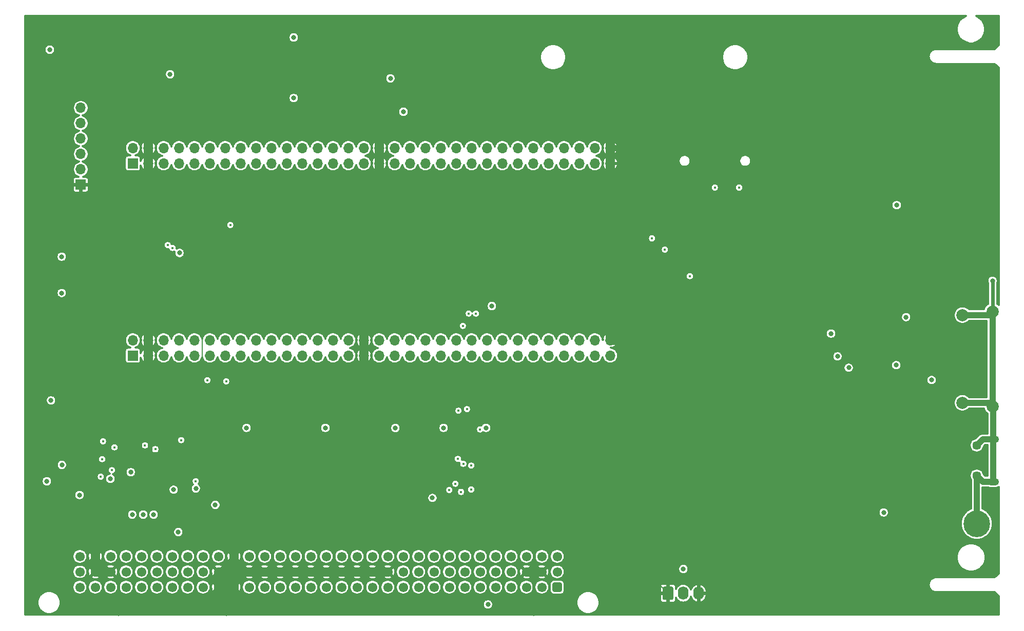
<source format=gbr>
G04 #@! TF.GenerationSoftware,KiCad,Pcbnew,5.1.9+dfsg1-1~bpo10+1*
G04 #@! TF.CreationDate,2023-01-14T08:02:01+01:00*
G04 #@! TF.ProjectId,nubus-to-ztex,6e756275-732d-4746-9f2d-7a7465782e6b,rev?*
G04 #@! TF.SameCoordinates,Original*
G04 #@! TF.FileFunction,Copper,L2,Inr*
G04 #@! TF.FilePolarity,Positive*
%FSLAX46Y46*%
G04 Gerber Fmt 4.6, Leading zero omitted, Abs format (unit mm)*
G04 Created by KiCad (PCBNEW 5.1.9+dfsg1-1~bpo10+1) date 2023-01-14 08:02:01*
%MOMM*%
%LPD*%
G01*
G04 APERTURE LIST*
G04 #@! TA.AperFunction,ComponentPad*
%ADD10R,1.700000X1.700000*%
G04 #@! TD*
G04 #@! TA.AperFunction,ComponentPad*
%ADD11O,1.700000X1.700000*%
G04 #@! TD*
G04 #@! TA.AperFunction,ComponentPad*
%ADD12C,4.400000*%
G04 #@! TD*
G04 #@! TA.AperFunction,ComponentPad*
%ADD13C,1.450000*%
G04 #@! TD*
G04 #@! TA.AperFunction,ComponentPad*
%ADD14O,1.900000X1.200000*%
G04 #@! TD*
G04 #@! TA.AperFunction,ComponentPad*
%ADD15O,1.740000X2.200000*%
G04 #@! TD*
G04 #@! TA.AperFunction,ComponentPad*
%ADD16C,2.000000*%
G04 #@! TD*
G04 #@! TA.AperFunction,ComponentPad*
%ADD17C,1.550000*%
G04 #@! TD*
G04 #@! TA.AperFunction,ViaPad*
%ADD18C,0.800000*%
G04 #@! TD*
G04 #@! TA.AperFunction,ViaPad*
%ADD19C,0.450000*%
G04 #@! TD*
G04 #@! TA.AperFunction,Conductor*
%ADD20C,1.500000*%
G04 #@! TD*
G04 #@! TA.AperFunction,Conductor*
%ADD21C,0.152400*%
G04 #@! TD*
G04 #@! TA.AperFunction,Conductor*
%ADD22C,1.000000*%
G04 #@! TD*
G04 #@! TA.AperFunction,Conductor*
%ADD23C,0.800000*%
G04 #@! TD*
G04 #@! TA.AperFunction,Conductor*
%ADD24C,0.500000*%
G04 #@! TD*
G04 #@! TA.AperFunction,Conductor*
%ADD25C,0.200000*%
G04 #@! TD*
G04 #@! TA.AperFunction,Conductor*
%ADD26C,0.600000*%
G04 #@! TD*
G04 #@! TA.AperFunction,Conductor*
%ADD27C,0.300000*%
G04 #@! TD*
G04 #@! TA.AperFunction,Conductor*
%ADD28C,0.100000*%
G04 #@! TD*
G04 APERTURE END LIST*
D10*
X121400000Y-33528000D03*
D11*
X121400000Y-30988000D03*
X121400000Y-28448000D03*
X121400000Y-25908000D03*
X121400000Y-23368000D03*
X121400000Y-20828000D03*
D12*
X269197500Y-89500000D03*
D13*
X269197500Y-81570000D03*
X269197500Y-76570000D03*
D14*
X271897500Y-82570000D03*
X271897500Y-75570000D03*
G04 #@! TA.AperFunction,ComponentPad*
G36*
G01*
X217390000Y-101850001D02*
X217390000Y-100149999D01*
G75*
G02*
X217639999Y-99900000I249999J0D01*
G01*
X218880001Y-99900000D01*
G75*
G02*
X219130000Y-100149999I0J-249999D01*
G01*
X219130000Y-101850001D01*
G75*
G02*
X218880001Y-102100000I-249999J0D01*
G01*
X217639999Y-102100000D01*
G75*
G02*
X217390000Y-101850001I0J249999D01*
G01*
G37*
G04 #@! TD.AperFunction*
D15*
X220800000Y-101000000D03*
X223340000Y-101000000D03*
D10*
X130000000Y-30000000D03*
D11*
X130000000Y-27460000D03*
X132540000Y-30000000D03*
X132540000Y-27460000D03*
X135080000Y-30000000D03*
X135080000Y-27460000D03*
X137620000Y-30000000D03*
X137620000Y-27460000D03*
X140160000Y-30000000D03*
X140160000Y-27460000D03*
X142700000Y-30000000D03*
X142700000Y-27460000D03*
X145240000Y-30000000D03*
X145240000Y-27460000D03*
X147780000Y-30000000D03*
X147780000Y-27460000D03*
X150320000Y-30000000D03*
X150320000Y-27460000D03*
X152860000Y-30000000D03*
X152860000Y-27460000D03*
X155400000Y-30000000D03*
X155400000Y-27460000D03*
X157940000Y-30000000D03*
X157940000Y-27460000D03*
X160480000Y-30000000D03*
X160480000Y-27460000D03*
X163020000Y-30000000D03*
X163020000Y-27460000D03*
X165560000Y-30000000D03*
X165560000Y-27460000D03*
X168100000Y-30000000D03*
X168100000Y-27460000D03*
X170640000Y-30000000D03*
X170640000Y-27460000D03*
X173180000Y-30000000D03*
X173180000Y-27460000D03*
X175720000Y-30000000D03*
X175720000Y-27460000D03*
X178260000Y-30000000D03*
X178260000Y-27460000D03*
X180800000Y-30000000D03*
X180800000Y-27460000D03*
X183340000Y-30000000D03*
X183340000Y-27460000D03*
X185880000Y-30000000D03*
X185880000Y-27460000D03*
X188420000Y-30000000D03*
X188420000Y-27460000D03*
X190960000Y-30000000D03*
X190960000Y-27460000D03*
X193500000Y-30000000D03*
X193500000Y-27460000D03*
X196040000Y-30000000D03*
X196040000Y-27460000D03*
X198580000Y-30000000D03*
X198580000Y-27460000D03*
X201120000Y-30000000D03*
X201120000Y-27460000D03*
X203660000Y-30000000D03*
X203660000Y-27460000D03*
X206200000Y-30000000D03*
X206200000Y-27460000D03*
X208740000Y-30000000D03*
X208740000Y-27460000D03*
D16*
X271800000Y-70150000D03*
X271800000Y-54450000D03*
X266850000Y-69550000D03*
X266850000Y-55050000D03*
G04 #@! TA.AperFunction,ComponentPad*
G36*
G01*
X200775000Y-99474998D02*
X200775000Y-100525002D01*
G75*
G02*
X200525002Y-100775000I-249998J0D01*
G01*
X199474998Y-100775000D01*
G75*
G02*
X199225000Y-100525002I0J249998D01*
G01*
X199225000Y-99474998D01*
G75*
G02*
X199474998Y-99225000I249998J0D01*
G01*
X200525002Y-99225000D01*
G75*
G02*
X200775000Y-99474998I0J-249998D01*
G01*
G37*
G04 #@! TD.AperFunction*
D17*
X197460000Y-100000000D03*
X194920000Y-100000000D03*
X192380000Y-100000000D03*
X189840000Y-100000000D03*
X187300000Y-100000000D03*
X184760000Y-100000000D03*
X182220000Y-100000000D03*
X179680000Y-100000000D03*
X177140000Y-100000000D03*
X174600000Y-100000000D03*
X172060000Y-100000000D03*
X169520000Y-100000000D03*
X166980000Y-100000000D03*
X164440000Y-100000000D03*
X161900000Y-100000000D03*
X159360000Y-100000000D03*
X156820000Y-100000000D03*
X154280000Y-100000000D03*
X151740000Y-100000000D03*
X149200000Y-100000000D03*
X146660000Y-100000000D03*
X144120000Y-100000000D03*
X141580000Y-100000000D03*
X139040000Y-100000000D03*
X136500000Y-100000000D03*
X133960000Y-100000000D03*
X131420000Y-100000000D03*
X128880000Y-100000000D03*
X126340000Y-100000000D03*
X123800000Y-100000000D03*
X121260000Y-100000000D03*
X200000000Y-97460000D03*
X197460000Y-97460000D03*
X194920000Y-97460000D03*
X192380000Y-97460000D03*
X189840000Y-97460000D03*
X187300000Y-97460000D03*
X184760000Y-97460000D03*
X182220000Y-97460000D03*
X179680000Y-97460000D03*
X177140000Y-97460000D03*
X174600000Y-97460000D03*
X172060000Y-97460000D03*
X169520000Y-97460000D03*
X166980000Y-97460000D03*
X164440000Y-97460000D03*
X161900000Y-97460000D03*
X159360000Y-97460000D03*
X156820000Y-97460000D03*
X154280000Y-97460000D03*
X151740000Y-97460000D03*
X149200000Y-97460000D03*
X146660000Y-97460000D03*
X144120000Y-97460000D03*
X141580000Y-97460000D03*
X139040000Y-97460000D03*
X136500000Y-97460000D03*
X133960000Y-97460000D03*
X131420000Y-97460000D03*
X128880000Y-97460000D03*
X126340000Y-97460000D03*
X123800000Y-97460000D03*
X121260000Y-97460000D03*
X200000000Y-94920000D03*
X197460000Y-94920000D03*
X194920000Y-94920000D03*
X192380000Y-94920000D03*
X189840000Y-94920000D03*
X187300000Y-94920000D03*
X184760000Y-94920000D03*
X182220000Y-94920000D03*
X179680000Y-94920000D03*
X177140000Y-94920000D03*
X174600000Y-94920000D03*
X172060000Y-94920000D03*
X169520000Y-94920000D03*
X166980000Y-94920000D03*
X164440000Y-94920000D03*
X161900000Y-94920000D03*
X159360000Y-94920000D03*
X156820000Y-94920000D03*
X154280000Y-94920000D03*
X151740000Y-94920000D03*
X149200000Y-94920000D03*
X146660000Y-94920000D03*
X144120000Y-94920000D03*
X141580000Y-94920000D03*
X139040000Y-94920000D03*
X136500000Y-94920000D03*
X133960000Y-94920000D03*
X131420000Y-94920000D03*
X128880000Y-94920000D03*
X126340000Y-94920000D03*
X123800000Y-94920000D03*
X121260000Y-94920000D03*
D11*
X208740000Y-59210000D03*
X208740000Y-61750000D03*
X206200000Y-59210000D03*
X206200000Y-61750000D03*
X203660000Y-59210000D03*
X203660000Y-61750000D03*
X201120000Y-59210000D03*
X201120000Y-61750000D03*
X198580000Y-59210000D03*
X198580000Y-61750000D03*
X196040000Y-59210000D03*
X196040000Y-61750000D03*
X193500000Y-59210000D03*
X193500000Y-61750000D03*
X190960000Y-59210000D03*
X190960000Y-61750000D03*
X188420000Y-59210000D03*
X188420000Y-61750000D03*
X185880000Y-59210000D03*
X185880000Y-61750000D03*
X183340000Y-59210000D03*
X183340000Y-61750000D03*
X180800000Y-59210000D03*
X180800000Y-61750000D03*
X178260000Y-59210000D03*
X178260000Y-61750000D03*
X175720000Y-59210000D03*
X175720000Y-61750000D03*
X173180000Y-59210000D03*
X173180000Y-61750000D03*
X170640000Y-59210000D03*
X170640000Y-61750000D03*
X168100000Y-59210000D03*
X168100000Y-61750000D03*
X165560000Y-59210000D03*
X165560000Y-61750000D03*
X163020000Y-59210000D03*
X163020000Y-61750000D03*
X160480000Y-59210000D03*
X160480000Y-61750000D03*
X157940000Y-59210000D03*
X157940000Y-61750000D03*
X155400000Y-59210000D03*
X155400000Y-61750000D03*
X152860000Y-59210000D03*
X152860000Y-61750000D03*
X150320000Y-59210000D03*
X150320000Y-61750000D03*
X147780000Y-59210000D03*
X147780000Y-61750000D03*
X145240000Y-59210000D03*
X145240000Y-61750000D03*
X142700000Y-59210000D03*
X142700000Y-61750000D03*
X140160000Y-59210000D03*
X140160000Y-61750000D03*
X137620000Y-59210000D03*
X137620000Y-61750000D03*
X135080000Y-59210000D03*
X135080000Y-61750000D03*
X132540000Y-59210000D03*
X132540000Y-61750000D03*
X130000000Y-59210000D03*
D10*
X130000000Y-61750000D03*
D18*
X155357500Y-78180000D03*
X265875000Y-51000000D03*
X222740000Y-36800000D03*
X234000000Y-34000000D03*
X174500000Y-71000000D03*
X194880000Y-35760000D03*
X208740000Y-50800000D03*
X215540000Y-27460000D03*
X116300000Y-16437500D03*
X268000000Y-58050000D03*
X149900000Y-71000000D03*
D19*
X145300000Y-90050000D03*
D18*
X189500000Y-71000000D03*
X186786371Y-50762953D03*
X118534670Y-98720000D03*
D19*
X115200000Y-90730000D03*
D18*
X152880000Y-42180000D03*
X181586371Y-48162953D03*
X268000000Y-65550000D03*
X187000000Y-83100000D03*
X183850000Y-73462500D03*
X256220000Y-61875000D03*
X135250000Y-70800000D03*
X139252400Y-47600000D03*
X268000000Y-61050000D03*
X262640000Y-79355000D03*
X140070000Y-71650000D03*
X168650000Y-91575000D03*
D19*
X267730000Y-79355000D03*
X145400000Y-88100000D03*
D18*
X163000000Y-71000000D03*
X163305000Y-18100000D03*
X149555000Y-18100000D03*
X158100000Y-92000000D03*
X207500000Y-71000000D03*
X132800000Y-79640000D03*
D19*
X131100000Y-77215000D03*
D18*
X252900000Y-82730000D03*
X264200000Y-67357500D03*
X194857500Y-79750000D03*
D19*
X115200000Y-87480000D03*
D18*
X176480000Y-33630000D03*
X140070000Y-65480000D03*
X181586371Y-53962953D03*
X165000000Y-8080000D03*
X236450000Y-82730000D03*
X145125000Y-50200000D03*
X256010000Y-87920000D03*
X148200000Y-86800000D03*
X117200000Y-84780000D03*
X179800000Y-92480000D03*
X123800000Y-93000000D03*
X115670000Y-40410000D03*
X190611371Y-50675453D03*
D19*
X168357500Y-79750000D03*
D18*
X228090000Y-60250000D03*
X168820000Y-45760000D03*
X168357500Y-78180000D03*
D19*
X139300000Y-87450000D03*
D18*
X255040000Y-53812500D03*
X246062500Y-59100000D03*
X255500000Y-58625000D03*
X158127500Y-19200000D03*
X179857500Y-79750000D03*
X127900000Y-72015000D03*
D19*
X115200000Y-89430000D03*
D18*
X267720000Y-77180000D03*
X196200000Y-92480000D03*
X244180000Y-99750000D03*
X137500000Y-89312500D03*
X158730000Y-9200000D03*
X147900000Y-8080000D03*
X256000000Y-35315000D03*
X256000000Y-14000000D03*
X234000000Y-14000000D03*
X125722000Y-33528000D03*
X228670000Y-36800000D03*
X143040000Y-68680000D03*
X268560000Y-51000000D03*
X265875000Y-49425000D03*
X265875000Y-44295000D03*
X224457500Y-95500000D03*
X156725000Y-81300000D03*
D19*
X155357500Y-79750000D03*
D18*
X169725000Y-81300000D03*
X123840134Y-42199866D03*
X174635000Y-19925000D03*
X167210000Y-18750000D03*
D19*
X221870000Y-48620000D03*
D18*
X161750000Y-73687500D03*
X172485673Y-15948535D03*
X257550000Y-55387500D03*
X188250000Y-73687500D03*
X136727523Y-83900000D03*
X137700000Y-44789641D03*
X248080000Y-63750000D03*
X126287500Y-82100000D03*
X156530000Y-19200000D03*
X156530000Y-9200000D03*
X115812500Y-82500000D03*
X148750000Y-73687500D03*
X140387500Y-83700000D03*
X118300000Y-79800000D03*
X143600000Y-86400000D03*
X245170000Y-58110000D03*
X137500000Y-90887500D03*
X116300000Y-11212500D03*
X116500000Y-69150000D03*
X173300000Y-73700000D03*
X118265134Y-45400000D03*
X121200000Y-84780000D03*
X181250000Y-73687500D03*
X118265134Y-51400000D03*
X136140000Y-15272793D03*
X189211371Y-53562953D03*
X129652500Y-81000000D03*
X179412661Y-85255497D03*
X256000000Y-36890000D03*
X174635000Y-21475000D03*
X253850000Y-87660000D03*
X246230000Y-61872500D03*
X131697842Y-88000000D03*
X129897842Y-88000000D03*
X133421568Y-88014972D03*
X188575000Y-102850000D03*
X220800000Y-97000000D03*
D19*
X184418601Y-56831399D03*
X183600000Y-78800000D03*
X184150000Y-84250000D03*
X186600000Y-54800000D03*
X187263411Y-73930000D03*
X185400000Y-54800000D03*
X185800000Y-83875000D03*
X185800000Y-79900000D03*
X137965000Y-75700000D03*
X132000000Y-76565000D03*
X136541399Y-43958601D03*
X135750000Y-43500000D03*
X146070000Y-40170000D03*
D18*
X271800000Y-49380000D03*
D19*
X226000000Y-34000000D03*
X217750000Y-44250000D03*
X215625000Y-42375000D03*
X230000000Y-34000000D03*
X133700000Y-77215000D03*
X145387500Y-66000000D03*
X140375000Y-82475000D03*
X142300000Y-65800000D03*
X125066330Y-75900000D03*
X126550000Y-80675000D03*
X124712500Y-81750000D03*
X126975000Y-76905000D03*
X124925000Y-78850000D03*
X182200161Y-83950161D03*
X183200000Y-82900000D03*
X184500000Y-79600000D03*
X185110000Y-70590000D03*
X183710000Y-70850000D03*
D18*
X261760000Y-65782500D03*
X255920000Y-63320000D03*
D20*
X208740000Y-30000000D02*
X208740000Y-27460000D01*
X208740000Y-27460000D02*
X208740000Y-24760000D01*
X208740000Y-30000000D02*
X208740000Y-32560000D01*
D21*
X208740000Y-32560000D02*
X198080000Y-32560000D01*
X198080000Y-32560000D02*
X194880000Y-35760000D01*
X194880000Y-35760000D02*
X194750000Y-35890000D01*
D22*
X215540000Y-27460000D02*
X208740000Y-27460000D01*
D21*
X179800000Y-92480000D02*
X169555000Y-92480000D01*
D23*
X168820000Y-52500000D02*
X168820000Y-45760000D01*
D24*
X196200000Y-97460000D02*
X196200000Y-92480000D01*
X123800000Y-97460000D02*
X122540000Y-98720000D01*
D21*
X115200000Y-89430000D02*
X115200000Y-87480000D01*
X132540000Y-23462500D02*
X132540000Y-23660000D01*
D24*
X196200000Y-89100000D02*
X196200000Y-82592500D01*
D21*
X155250000Y-79750000D02*
X155357500Y-79750000D01*
D23*
X168820000Y-55760000D02*
X168820000Y-52500000D01*
D21*
X228090000Y-60250000D02*
X244912500Y-60250000D01*
X212100000Y-60250000D02*
X228090000Y-60250000D01*
D23*
X168100000Y-56480000D02*
X168820000Y-55760000D01*
D21*
X149555000Y-18100000D02*
X138100000Y-18100000D01*
X168100000Y-74012500D02*
X168357500Y-74270000D01*
X168720000Y-52600000D02*
X168820000Y-52500000D01*
D24*
X168250000Y-92250000D02*
X168250001Y-91974999D01*
X168250001Y-91974999D02*
X168650000Y-91575000D01*
D20*
X123800000Y-97460000D02*
X123800000Y-94920000D01*
D21*
X139300000Y-87450000D02*
X137500000Y-89250000D01*
X194857500Y-79750000D02*
X203560000Y-71047500D01*
X203560000Y-71047500D02*
X203560000Y-71000000D01*
D24*
X153025000Y-97460000D02*
X153025000Y-92075000D01*
D20*
X170640000Y-27460000D02*
X170640000Y-25000000D01*
D21*
X191507500Y-83100000D02*
X194857500Y-79750000D01*
X187000000Y-83100000D02*
X191507500Y-83100000D01*
X168357500Y-74270000D02*
X168357500Y-78180000D01*
D20*
X164440000Y-97460000D02*
X166980000Y-97460000D01*
D21*
X163000000Y-71000000D02*
X168100000Y-71000000D01*
X196200000Y-92480000D02*
X179800000Y-92480000D01*
X132800000Y-79640000D02*
X132800000Y-84612500D01*
X132800000Y-84612500D02*
X137500000Y-89312500D01*
X169555000Y-92480000D02*
X169049999Y-91974999D01*
X169049999Y-91974999D02*
X168650000Y-91575000D01*
X267730000Y-77190000D02*
X267720000Y-77180000D01*
X115200000Y-90730000D02*
X115200000Y-95425330D01*
X117200000Y-72200000D02*
X117200000Y-72200000D01*
X123500000Y-65900000D02*
X127500000Y-65900000D01*
X148200000Y-86800000D02*
X155250000Y-79750000D01*
D20*
X132540000Y-47600000D02*
X132540000Y-52520000D01*
X132540000Y-52520000D02*
X132540000Y-59210000D01*
D21*
X131600000Y-65900000D02*
X132540000Y-64960000D01*
X132410000Y-52390000D02*
X132540000Y-52520000D01*
D20*
X156820000Y-97460000D02*
X158100000Y-97460000D01*
D21*
X211060000Y-59210000D02*
X212100000Y-60250000D01*
D20*
X170640000Y-40360000D02*
X170640000Y-33630000D01*
D21*
X170640000Y-33630000D02*
X176480000Y-33630000D01*
D20*
X168100000Y-61750000D02*
X168100000Y-71000000D01*
D24*
X118534670Y-98720000D02*
X122540000Y-98720000D01*
D21*
X149900000Y-71000000D02*
X163000000Y-71000000D01*
D20*
X153025000Y-97460000D02*
X154280000Y-97460000D01*
D21*
X135250000Y-67670000D02*
X132540000Y-64960000D01*
D20*
X132540000Y-27460000D02*
X132540000Y-23660000D01*
X132540000Y-61750000D02*
X132540000Y-64960000D01*
D21*
X115200000Y-90730000D02*
X115200000Y-89430000D01*
D20*
X163175000Y-97460000D02*
X164440000Y-97460000D01*
D24*
X163175000Y-97460000D02*
X163175000Y-91975000D01*
X168820000Y-42180000D02*
X152880000Y-42180000D01*
D21*
X132950000Y-42180000D02*
X132540000Y-42590000D01*
X134035000Y-72015000D02*
X135250000Y-70800000D01*
X196170000Y-104500000D02*
X145390000Y-104500000D01*
X145125000Y-50200000D02*
X142525000Y-47600000D01*
X142525000Y-47600000D02*
X139252400Y-47600000D01*
D24*
X152880000Y-42180000D02*
X132950000Y-42180000D01*
D20*
X132540000Y-33600000D02*
X132540000Y-42590000D01*
D21*
X158760000Y-8080000D02*
X147900000Y-8080000D01*
X170617047Y-53962953D02*
X181586371Y-53962953D01*
X186873871Y-50675453D02*
X186786371Y-50762953D01*
X264200000Y-67357500D02*
X266007500Y-65550000D01*
X266007500Y-65550000D02*
X268000000Y-65550000D01*
X264200000Y-67357500D02*
X263800001Y-67757499D01*
X189500000Y-71000000D02*
X202250000Y-71000000D01*
X183850000Y-73462500D02*
X186312500Y-71000000D01*
X137500000Y-89250000D02*
X137500000Y-89312500D01*
X146660000Y-91410000D02*
X145300000Y-90050000D01*
D20*
X144120000Y-100000000D02*
X144120000Y-97460000D01*
D21*
X147900000Y-8080000D02*
X147900000Y-16445000D01*
X147900000Y-16445000D02*
X149555000Y-18100000D01*
D23*
X168820000Y-45760000D02*
X168820000Y-42180000D01*
D21*
X256010000Y-87920000D02*
X244180000Y-99750000D01*
X256220000Y-61875000D02*
X256220000Y-59345000D01*
D20*
X161900000Y-97460000D02*
X163175000Y-97460000D01*
D21*
X186786371Y-50762953D02*
X184786371Y-50762953D01*
X184786371Y-50762953D02*
X181586371Y-53962953D01*
X268000000Y-65550000D02*
X268000000Y-58050000D01*
D24*
X123800000Y-97460000D02*
X122530000Y-96190000D01*
X158100000Y-97460000D02*
X158100000Y-92000000D01*
D20*
X132540000Y-30000000D02*
X132540000Y-33600000D01*
D21*
X196200000Y-82592500D02*
X196200000Y-81092500D01*
X196200000Y-81092500D02*
X194857500Y-79750000D01*
X168820000Y-55760000D02*
X170617047Y-53962953D01*
X117200000Y-72200000D02*
X123500000Y-65900000D01*
X186312500Y-71000000D02*
X189500000Y-71000000D01*
D20*
X159360000Y-97460000D02*
X161900000Y-97460000D01*
D21*
X127900000Y-72015000D02*
X134035000Y-72015000D01*
X255040000Y-58165000D02*
X255500000Y-58625000D01*
X207500000Y-71000000D02*
X207500000Y-71000000D01*
D24*
X118534670Y-98720000D02*
X118534670Y-98720000D01*
D20*
X132540000Y-42590000D02*
X132540000Y-47600000D01*
X146660000Y-94920000D02*
X146660000Y-92000000D01*
D21*
X239420000Y-104510000D02*
X198510000Y-104510000D01*
D24*
X153025000Y-97460000D02*
X153025000Y-102475000D01*
D21*
X117200000Y-84780000D02*
X117200000Y-72200000D01*
D20*
X123800000Y-94920000D02*
X123800000Y-93000000D01*
D21*
X262640000Y-79355000D02*
X267730000Y-79355000D01*
X263800001Y-67757499D02*
X263800001Y-73260001D01*
X263800001Y-73260001D02*
X267320001Y-76780001D01*
X138100000Y-18100000D02*
X132540000Y-23660000D01*
X165000000Y-8080000D02*
X158760000Y-8080000D01*
X202250000Y-71000000D02*
X203560000Y-71000000D01*
X203560000Y-71000000D02*
X207500000Y-71000000D01*
D20*
X144120000Y-100000000D02*
X144120000Y-103230000D01*
D21*
X145300000Y-90050000D02*
X145300000Y-88200000D01*
X141430000Y-64120000D02*
X141430000Y-53895000D01*
D23*
X168100000Y-71000000D02*
X168100000Y-74012500D01*
D21*
X131237500Y-77352500D02*
X131100000Y-77215000D01*
D20*
X196200000Y-97460000D02*
X194920000Y-97460000D01*
X144120000Y-97460000D02*
X146660000Y-97460000D01*
D24*
X144120000Y-103230000D02*
X145390000Y-104500000D01*
D20*
X149200000Y-97460000D02*
X151740000Y-97460000D01*
D21*
X155357500Y-79750000D02*
X168357500Y-79750000D01*
X208740000Y-57660000D02*
X208740000Y-58007919D01*
X210000000Y-59210000D02*
X211060000Y-59210000D01*
X198510000Y-104510000D02*
X198500000Y-104500000D01*
X176480000Y-33630000D02*
X176480000Y-33630000D01*
D20*
X170640000Y-33630000D02*
X170640000Y-30000000D01*
D21*
X252900000Y-82730000D02*
X236450000Y-82730000D01*
D20*
X169520000Y-97460000D02*
X172060000Y-97460000D01*
X132540000Y-27460000D02*
X132540000Y-30000000D01*
X170640000Y-27460000D02*
X170640000Y-30000000D01*
D21*
X115200000Y-87480000D02*
X115200000Y-86780000D01*
D20*
X146660000Y-100000000D02*
X146660000Y-103230000D01*
X146660000Y-100000000D02*
X146660000Y-97460000D01*
D21*
X116300000Y-16437500D02*
X125317500Y-16437500D01*
X125317500Y-16437500D02*
X132540000Y-23660000D01*
X140070000Y-71650000D02*
X140070000Y-76930000D01*
X212100000Y-66400000D02*
X207500000Y-71000000D01*
D20*
X197460000Y-97460000D02*
X196200000Y-97460000D01*
D21*
X140070000Y-65480000D02*
X140070000Y-65480000D01*
X115200000Y-86780000D02*
X117200000Y-84780000D01*
X140070000Y-76930000D02*
X137360000Y-79640000D01*
X137360000Y-79640000D02*
X132800000Y-79640000D01*
X179857500Y-79750000D02*
X168357500Y-79750000D01*
X198500000Y-104500000D02*
X196170000Y-104500000D01*
X141430000Y-53895000D02*
X145125000Y-50200000D01*
X140070000Y-65480000D02*
X141430000Y-64120000D01*
D24*
X127600000Y-98720000D02*
X127600000Y-104500000D01*
D21*
X256010000Y-87920000D02*
X256010000Y-85840000D01*
X246062500Y-59100000D02*
X255025000Y-59100000D01*
X255025000Y-59100000D02*
X255500000Y-58625000D01*
X127499999Y-65900001D02*
X127500000Y-65900000D01*
X170640000Y-30000000D02*
X170640000Y-31202081D01*
X127500000Y-65900000D02*
X131600000Y-65900000D01*
X256220000Y-59345000D02*
X255500000Y-58625000D01*
D20*
X146660000Y-97460000D02*
X149200000Y-97460000D01*
X151740000Y-97460000D02*
X153025000Y-97460000D01*
D24*
X196200000Y-92480000D02*
X196200000Y-89100000D01*
D21*
X181586371Y-53962953D02*
X181586371Y-48162953D01*
X119480000Y-96190000D02*
X115964670Y-96190000D01*
D24*
X122530000Y-96190000D02*
X119480000Y-96190000D01*
D20*
X124896015Y-97460000D02*
X126340000Y-97460000D01*
D21*
X212100000Y-60250000D02*
X212100000Y-66400000D01*
D20*
X168100000Y-59210000D02*
X168100000Y-61750000D01*
X154280000Y-97460000D02*
X156820000Y-97460000D01*
D24*
X163175000Y-97460000D02*
X163175000Y-102425000D01*
D21*
X135250000Y-70800000D02*
X135250000Y-67670000D01*
X262640000Y-79355000D02*
X256275000Y-79355000D01*
X158730000Y-8110000D02*
X158760000Y-8080000D01*
X158127500Y-19200000D02*
X159227500Y-18100000D01*
X159227500Y-18100000D02*
X163305000Y-18100000D01*
D24*
X168250000Y-97460000D02*
X168250000Y-92250000D01*
D20*
X166980000Y-97460000D02*
X168250000Y-97460000D01*
D21*
X149555000Y-18100000D02*
X159227500Y-18100000D01*
X244912500Y-60250000D02*
X246062500Y-59100000D01*
X139252400Y-47600000D02*
X132540000Y-47600000D01*
X256010000Y-85840000D02*
X252900000Y-82730000D01*
D24*
X197460000Y-97460000D02*
X198730000Y-96190000D01*
D20*
X146660000Y-97460000D02*
X146660000Y-94920000D01*
D21*
X267320001Y-76780001D02*
X267720000Y-77180000D01*
X256275000Y-79355000D02*
X252900000Y-82730000D01*
X145400000Y-88100000D02*
X146900000Y-88100000D01*
D24*
X126340000Y-97460000D02*
X127600000Y-98720000D01*
D21*
X255040000Y-53812500D02*
X255040000Y-58165000D01*
X135649999Y-69900001D02*
X140070000Y-65480000D01*
X135250000Y-70800000D02*
X135649999Y-70400001D01*
X135649999Y-70400001D02*
X135649999Y-69900001D01*
X202250000Y-71000000D02*
X202400000Y-71000000D01*
D20*
X146660000Y-100000000D02*
X144120000Y-100000000D01*
D21*
X146900000Y-88100000D02*
X148200000Y-86800000D01*
D20*
X168100000Y-59210000D02*
X168100000Y-56480000D01*
D24*
X168250000Y-97460000D02*
X168250000Y-102000000D01*
D20*
X168250000Y-97460000D02*
X169520000Y-97460000D01*
D21*
X168357500Y-78180000D02*
X168357500Y-79750000D01*
X170640000Y-31202081D02*
X170688000Y-31250081D01*
D20*
X123800000Y-97460000D02*
X124896015Y-97460000D01*
D21*
X140070000Y-65480000D02*
X140070000Y-71650000D01*
D23*
X168820000Y-42180000D02*
X170640000Y-40360000D01*
D20*
X208740000Y-59210000D02*
X210000000Y-59210000D01*
D21*
X145300000Y-88200000D02*
X145400000Y-88100000D01*
D24*
X158100000Y-97460000D02*
X158100000Y-102800000D01*
D21*
X190611371Y-50675453D02*
X186873871Y-50675453D01*
X145390000Y-104500000D02*
X127600000Y-104500000D01*
X132440000Y-33500000D02*
X132540000Y-33600000D01*
X267730000Y-79355000D02*
X267730000Y-77190000D01*
X115200000Y-95425330D02*
X115964670Y-96190000D01*
D20*
X132540000Y-61750000D02*
X132540000Y-59210000D01*
D21*
X146660000Y-93260000D02*
X146660000Y-91410000D01*
D20*
X208740000Y-59210000D02*
X208740000Y-58007919D01*
D21*
X115964670Y-96190000D02*
X118534670Y-98760000D01*
X196170000Y-97490000D02*
X196200000Y-97460000D01*
D24*
X196170000Y-97490000D02*
X196170000Y-104500000D01*
D20*
X158100000Y-97460000D02*
X159360000Y-97460000D01*
D21*
X158730000Y-9200000D02*
X158730000Y-8110000D01*
X244180000Y-99750000D02*
X239420000Y-104510000D01*
D24*
X146660000Y-103230000D02*
X145390000Y-104500000D01*
D21*
X208740000Y-58007919D02*
X208740000Y-50800000D01*
X192750000Y-33630000D02*
X194880000Y-35760000D01*
X176480000Y-33630000D02*
X192750000Y-33630000D01*
X190611371Y-40028629D02*
X194880000Y-35760000D01*
X190611371Y-50675453D02*
X190611371Y-40028629D01*
X208740000Y-50800000D02*
X208740000Y-32560000D01*
X256000000Y-14010000D02*
X256000000Y-14010000D01*
X234000000Y-34000000D02*
X234000000Y-14000000D01*
X234000000Y-14000000D02*
X256000000Y-14000000D01*
X256000000Y-14000000D02*
X256000000Y-35315000D01*
X118840000Y-40410000D02*
X125722000Y-33528000D01*
X115670000Y-40410000D02*
X118840000Y-40410000D01*
X132468000Y-33528000D02*
X132540000Y-33600000D01*
X125722000Y-33528000D02*
X132468000Y-33528000D01*
X208740000Y-50800000D02*
X222740000Y-36800000D01*
X231200000Y-36800000D02*
X234000000Y-34000000D01*
X222740000Y-36800000D02*
X228670000Y-36800000D01*
X228670000Y-36800000D02*
X231200000Y-36800000D01*
X140070000Y-71650000D02*
X143040000Y-68680000D01*
X259427500Y-49425000D02*
X255040000Y-53812500D01*
X265875000Y-49425000D02*
X259427500Y-49425000D01*
D24*
X212350000Y-96190000D02*
X198730000Y-96190000D01*
D21*
X155357500Y-79750000D02*
X155357500Y-78180000D01*
X213450000Y-96190000D02*
X218260000Y-101000000D01*
X212350000Y-96190000D02*
X213450000Y-96190000D01*
X213040000Y-95500000D02*
X212350000Y-96190000D01*
X224457500Y-95500000D02*
X213040000Y-95500000D01*
X236450000Y-83507500D02*
X224457500Y-95500000D01*
X236450000Y-82730000D02*
X236450000Y-83507500D01*
D25*
X117459866Y-42199866D02*
X115670000Y-40410000D01*
X123840134Y-42199866D02*
X117459866Y-42199866D01*
X166560000Y-18100000D02*
X167210000Y-18750000D01*
X163305000Y-18100000D02*
X166560000Y-18100000D01*
X173460000Y-18750000D02*
X174635000Y-19925000D01*
X167210000Y-18750000D02*
X173460000Y-18750000D01*
X170640000Y-23920000D02*
X170640000Y-25000000D01*
X174635000Y-19925000D02*
X170640000Y-23920000D01*
D22*
X271200000Y-55050000D02*
X271800000Y-54450000D01*
X266850000Y-55050000D02*
X271200000Y-55050000D01*
X271800000Y-54450000D02*
X271800000Y-70150000D01*
X271200000Y-69550000D02*
X271800000Y-70150000D01*
X266850000Y-69550000D02*
X271200000Y-69550000D01*
X270197500Y-82570000D02*
X269197500Y-81570000D01*
X271897500Y-82570000D02*
X270197500Y-82570000D01*
X270197500Y-75570000D02*
X271897500Y-75570000D01*
X269197500Y-76570000D02*
X270197500Y-75570000D01*
X271897500Y-82570000D02*
X271897500Y-75570000D01*
D21*
X271897500Y-71247500D02*
X271887500Y-71237500D01*
X266840000Y-55040000D02*
X266850000Y-55050000D01*
D22*
X271897500Y-70247500D02*
X271800000Y-70150000D01*
X271897500Y-75570000D02*
X271897500Y-70247500D01*
D26*
X271800000Y-54450000D02*
X271800000Y-49380000D01*
D22*
X269197500Y-89500000D02*
X269197500Y-81570000D01*
D27*
X267154575Y-5761895D02*
X266772348Y-6017290D01*
X266447290Y-6342348D01*
X266191895Y-6724575D01*
X266015975Y-7149282D01*
X265926292Y-7600150D01*
X265926292Y-8059850D01*
X266015975Y-8510718D01*
X266191895Y-8935425D01*
X266447290Y-9317652D01*
X266772348Y-9642710D01*
X267154575Y-9898105D01*
X267579282Y-10074025D01*
X268030150Y-10163708D01*
X268489850Y-10163708D01*
X268940718Y-10074025D01*
X269365425Y-9898105D01*
X269747652Y-9642710D01*
X270072710Y-9317652D01*
X270328105Y-8935425D01*
X270504025Y-8510718D01*
X270593708Y-8059850D01*
X270593708Y-7600150D01*
X270504025Y-7149282D01*
X270328105Y-6724575D01*
X270072710Y-6342348D01*
X269747652Y-6017290D01*
X269365425Y-5761895D01*
X269095287Y-5650000D01*
X272805000Y-5650000D01*
X272805001Y-10462536D01*
X272162539Y-11105000D01*
X262474212Y-11105000D01*
X262448079Y-11107574D01*
X262438992Y-11107574D01*
X262431702Y-11108340D01*
X262295938Y-11123569D01*
X262249407Y-11133460D01*
X262202722Y-11142703D01*
X262195720Y-11144871D01*
X262065499Y-11186179D01*
X262021741Y-11204934D01*
X261977767Y-11223058D01*
X261971325Y-11226542D01*
X261971322Y-11226543D01*
X261971319Y-11226545D01*
X261851601Y-11292361D01*
X261812366Y-11319226D01*
X261772708Y-11345575D01*
X261767060Y-11350247D01*
X261662406Y-11438062D01*
X261629113Y-11472060D01*
X261595349Y-11505589D01*
X261590716Y-11511269D01*
X261505112Y-11617739D01*
X261479038Y-11657585D01*
X261452451Y-11697001D01*
X261449009Y-11703473D01*
X261385715Y-11824543D01*
X261367893Y-11868653D01*
X261349449Y-11912530D01*
X261347331Y-11919548D01*
X261308759Y-12050605D01*
X261299847Y-12097324D01*
X261290275Y-12143956D01*
X261289560Y-12151251D01*
X261277178Y-12287304D01*
X261277510Y-12334881D01*
X261277177Y-12382468D01*
X261277893Y-12389763D01*
X261292173Y-12525631D01*
X261301738Y-12572227D01*
X261310658Y-12618987D01*
X261312777Y-12626004D01*
X261353176Y-12756510D01*
X261371612Y-12800367D01*
X261389439Y-12844492D01*
X261392881Y-12850964D01*
X261457859Y-12971138D01*
X261484461Y-13010578D01*
X261510520Y-13050400D01*
X261515153Y-13056081D01*
X261602235Y-13161346D01*
X261636019Y-13194895D01*
X261669294Y-13228874D01*
X261674942Y-13233547D01*
X261780812Y-13319892D01*
X261820450Y-13346227D01*
X261859707Y-13373107D01*
X261866155Y-13376593D01*
X261986780Y-13440730D01*
X262030761Y-13458858D01*
X262074505Y-13477607D01*
X262081507Y-13479774D01*
X262212292Y-13519261D01*
X262258951Y-13528500D01*
X262305516Y-13538398D01*
X262312806Y-13539164D01*
X262448770Y-13552495D01*
X262448780Y-13552495D01*
X262474212Y-13555000D01*
X272162539Y-13555000D01*
X272805001Y-14197464D01*
X272805001Y-53404391D01*
X272724321Y-53323711D01*
X272550000Y-53207234D01*
X272550000Y-49787505D01*
X272553260Y-49782626D01*
X272617335Y-49627936D01*
X272650000Y-49463718D01*
X272650000Y-49296282D01*
X272617335Y-49132064D01*
X272553260Y-48977374D01*
X272460238Y-48838156D01*
X272341844Y-48719762D01*
X272202626Y-48626740D01*
X272047936Y-48562665D01*
X271883718Y-48530000D01*
X271716282Y-48530000D01*
X271552064Y-48562665D01*
X271397374Y-48626740D01*
X271258156Y-48719762D01*
X271139762Y-48838156D01*
X271046740Y-48977374D01*
X270982665Y-49132064D01*
X270950000Y-49296282D01*
X270950000Y-49463718D01*
X270982665Y-49627936D01*
X271046740Y-49782626D01*
X271050001Y-49787506D01*
X271050000Y-53207234D01*
X270875679Y-53323711D01*
X270673711Y-53525679D01*
X270515027Y-53763167D01*
X270405723Y-54027051D01*
X270391212Y-54100000D01*
X267950610Y-54100000D01*
X267774321Y-53923711D01*
X267536833Y-53765027D01*
X267272949Y-53655723D01*
X266992813Y-53600000D01*
X266707187Y-53600000D01*
X266427051Y-53655723D01*
X266163167Y-53765027D01*
X265925679Y-53923711D01*
X265723711Y-54125679D01*
X265565027Y-54363167D01*
X265455723Y-54627051D01*
X265400000Y-54907187D01*
X265400000Y-55192813D01*
X265455723Y-55472949D01*
X265565027Y-55736833D01*
X265723711Y-55974321D01*
X265925679Y-56176289D01*
X266163167Y-56334973D01*
X266427051Y-56444277D01*
X266707187Y-56500000D01*
X266992813Y-56500000D01*
X267272949Y-56444277D01*
X267536833Y-56334973D01*
X267774321Y-56176289D01*
X267950610Y-56000000D01*
X270850000Y-56000000D01*
X270850001Y-68600000D01*
X267950610Y-68600000D01*
X267774321Y-68423711D01*
X267536833Y-68265027D01*
X267272949Y-68155723D01*
X266992813Y-68100000D01*
X266707187Y-68100000D01*
X266427051Y-68155723D01*
X266163167Y-68265027D01*
X265925679Y-68423711D01*
X265723711Y-68625679D01*
X265565027Y-68863167D01*
X265455723Y-69127051D01*
X265400000Y-69407187D01*
X265400000Y-69692813D01*
X265455723Y-69972949D01*
X265565027Y-70236833D01*
X265723711Y-70474321D01*
X265925679Y-70676289D01*
X266163167Y-70834973D01*
X266427051Y-70944277D01*
X266707187Y-71000000D01*
X266992813Y-71000000D01*
X267272949Y-70944277D01*
X267536833Y-70834973D01*
X267774321Y-70676289D01*
X267950610Y-70500000D01*
X270391212Y-70500000D01*
X270405723Y-70572949D01*
X270515027Y-70836833D01*
X270673711Y-71074321D01*
X270875679Y-71276289D01*
X270947501Y-71324279D01*
X270947500Y-74620000D01*
X270244157Y-74620000D01*
X270197500Y-74615405D01*
X270150843Y-74620000D01*
X270150835Y-74620000D01*
X270027220Y-74632175D01*
X270011267Y-74633746D01*
X269832191Y-74688068D01*
X269743977Y-74735220D01*
X269667155Y-74776282D01*
X269522499Y-74894999D01*
X269492750Y-74931248D01*
X269015894Y-75408104D01*
X268854765Y-75440155D01*
X268640929Y-75528729D01*
X268448481Y-75657318D01*
X268284818Y-75820981D01*
X268156229Y-76013429D01*
X268067655Y-76227265D01*
X268022500Y-76454273D01*
X268022500Y-76685727D01*
X268067655Y-76912735D01*
X268156229Y-77126571D01*
X268284818Y-77319019D01*
X268448481Y-77482682D01*
X268640929Y-77611271D01*
X268854765Y-77699845D01*
X269081773Y-77745000D01*
X269313227Y-77745000D01*
X269540235Y-77699845D01*
X269754071Y-77611271D01*
X269946519Y-77482682D01*
X270110182Y-77319019D01*
X270238771Y-77126571D01*
X270327345Y-76912735D01*
X270359396Y-76751606D01*
X270591002Y-76520000D01*
X270947501Y-76520000D01*
X270947500Y-81620000D01*
X270591002Y-81620000D01*
X270359396Y-81388394D01*
X270327345Y-81227265D01*
X270238771Y-81013429D01*
X270110182Y-80820981D01*
X269946519Y-80657318D01*
X269754071Y-80528729D01*
X269540235Y-80440155D01*
X269313227Y-80395000D01*
X269081773Y-80395000D01*
X268854765Y-80440155D01*
X268640929Y-80528729D01*
X268448481Y-80657318D01*
X268284818Y-80820981D01*
X268156229Y-81013429D01*
X268067655Y-81227265D01*
X268022500Y-81454273D01*
X268022500Y-81685727D01*
X268067655Y-81912735D01*
X268156229Y-82126571D01*
X268247501Y-82263170D01*
X268247500Y-87025164D01*
X267942254Y-87151601D01*
X267508224Y-87441611D01*
X267139111Y-87810724D01*
X266849101Y-88244754D01*
X266649338Y-88727024D01*
X266547500Y-89238998D01*
X266547500Y-89761002D01*
X266649338Y-90272976D01*
X266849101Y-90755246D01*
X267139111Y-91189276D01*
X267508224Y-91558389D01*
X267942254Y-91848399D01*
X268424524Y-92048162D01*
X268936498Y-92150000D01*
X269458502Y-92150000D01*
X269970476Y-92048162D01*
X270452746Y-91848399D01*
X270886776Y-91558389D01*
X271255889Y-91189276D01*
X271545899Y-90755246D01*
X271745662Y-90272976D01*
X271847500Y-89761002D01*
X271847500Y-89238998D01*
X271745662Y-88727024D01*
X271545899Y-88244754D01*
X271255889Y-87810724D01*
X270886776Y-87441611D01*
X270452746Y-87151601D01*
X270147500Y-87025164D01*
X270147500Y-83519672D01*
X270150835Y-83520000D01*
X270150843Y-83520000D01*
X270197500Y-83524595D01*
X270244157Y-83520000D01*
X271097402Y-83520000D01*
X271143738Y-83544767D01*
X271341664Y-83604807D01*
X271495922Y-83620000D01*
X272299078Y-83620000D01*
X272453336Y-83604807D01*
X272651262Y-83544767D01*
X272805000Y-83462592D01*
X272805000Y-97712537D01*
X272162539Y-98355000D01*
X262474212Y-98355000D01*
X262448079Y-98357574D01*
X262438992Y-98357574D01*
X262431702Y-98358340D01*
X262295938Y-98373569D01*
X262249407Y-98383460D01*
X262202722Y-98392703D01*
X262195720Y-98394871D01*
X262065499Y-98436179D01*
X262021741Y-98454934D01*
X261977767Y-98473058D01*
X261971325Y-98476542D01*
X261971322Y-98476543D01*
X261971319Y-98476545D01*
X261851601Y-98542361D01*
X261812366Y-98569226D01*
X261772708Y-98595575D01*
X261767060Y-98600247D01*
X261662406Y-98688062D01*
X261629113Y-98722060D01*
X261595349Y-98755589D01*
X261590716Y-98761269D01*
X261505112Y-98867739D01*
X261479038Y-98907585D01*
X261452451Y-98947001D01*
X261449009Y-98953473D01*
X261385715Y-99074543D01*
X261367893Y-99118653D01*
X261349449Y-99162530D01*
X261347331Y-99169548D01*
X261308759Y-99300605D01*
X261299847Y-99347324D01*
X261290275Y-99393956D01*
X261289560Y-99401251D01*
X261277178Y-99537304D01*
X261277510Y-99584881D01*
X261277177Y-99632468D01*
X261277893Y-99639763D01*
X261292173Y-99775631D01*
X261301738Y-99822227D01*
X261310658Y-99868987D01*
X261312777Y-99876004D01*
X261353176Y-100006510D01*
X261371612Y-100050367D01*
X261389439Y-100094492D01*
X261392881Y-100100964D01*
X261457859Y-100221138D01*
X261484461Y-100260578D01*
X261510520Y-100300400D01*
X261515153Y-100306081D01*
X261602235Y-100411346D01*
X261636019Y-100444895D01*
X261669294Y-100478874D01*
X261674942Y-100483547D01*
X261780812Y-100569892D01*
X261820450Y-100596227D01*
X261859707Y-100623107D01*
X261866155Y-100626593D01*
X261986780Y-100690730D01*
X262030761Y-100708858D01*
X262074505Y-100727607D01*
X262081507Y-100729774D01*
X262212292Y-100769261D01*
X262258951Y-100778500D01*
X262305516Y-100788398D01*
X262312806Y-100789164D01*
X262448770Y-100802495D01*
X262448780Y-100802495D01*
X262474212Y-100805000D01*
X272162539Y-100805000D01*
X272805001Y-101447464D01*
X272805000Y-104555000D01*
X112255000Y-104555000D01*
X112255000Y-102355329D01*
X114305000Y-102355329D01*
X114305000Y-102724671D01*
X114377056Y-103086917D01*
X114518397Y-103428145D01*
X114723593Y-103735243D01*
X114984757Y-103996407D01*
X115291855Y-104201603D01*
X115633083Y-104342944D01*
X115995329Y-104415000D01*
X116364671Y-104415000D01*
X116726917Y-104342944D01*
X117068145Y-104201603D01*
X117375243Y-103996407D01*
X117636407Y-103735243D01*
X117841603Y-103428145D01*
X117982944Y-103086917D01*
X118046722Y-102766282D01*
X187725000Y-102766282D01*
X187725000Y-102933718D01*
X187757665Y-103097936D01*
X187821740Y-103252626D01*
X187914762Y-103391844D01*
X188033156Y-103510238D01*
X188172374Y-103603260D01*
X188327064Y-103667335D01*
X188491282Y-103700000D01*
X188658718Y-103700000D01*
X188822936Y-103667335D01*
X188977626Y-103603260D01*
X189116844Y-103510238D01*
X189235238Y-103391844D01*
X189328260Y-103252626D01*
X189392335Y-103097936D01*
X189425000Y-102933718D01*
X189425000Y-102766282D01*
X189392335Y-102602064D01*
X189328260Y-102447374D01*
X189266758Y-102355329D01*
X203205000Y-102355329D01*
X203205000Y-102724671D01*
X203277056Y-103086917D01*
X203418397Y-103428145D01*
X203623593Y-103735243D01*
X203884757Y-103996407D01*
X204191855Y-104201603D01*
X204533083Y-104342944D01*
X204895329Y-104415000D01*
X205264671Y-104415000D01*
X205626917Y-104342944D01*
X205968145Y-104201603D01*
X206275243Y-103996407D01*
X206536407Y-103735243D01*
X206741603Y-103428145D01*
X206882944Y-103086917D01*
X206955000Y-102724671D01*
X206955000Y-102355329D01*
X206904212Y-102100000D01*
X216937823Y-102100000D01*
X216946511Y-102188215D01*
X216972243Y-102273041D01*
X217014029Y-102351216D01*
X217070263Y-102419737D01*
X217138784Y-102475971D01*
X217216959Y-102517757D01*
X217301785Y-102543489D01*
X217390000Y-102552177D01*
X218043500Y-102550000D01*
X218156000Y-102437500D01*
X218156000Y-101104000D01*
X217052500Y-101104000D01*
X216940000Y-101216500D01*
X216937823Y-102100000D01*
X206904212Y-102100000D01*
X206882944Y-101993083D01*
X206741603Y-101651855D01*
X206536407Y-101344757D01*
X206275243Y-101083593D01*
X205968145Y-100878397D01*
X205626917Y-100737056D01*
X205264671Y-100665000D01*
X204895329Y-100665000D01*
X204533083Y-100737056D01*
X204191855Y-100878397D01*
X203884757Y-101083593D01*
X203623593Y-101344757D01*
X203418397Y-101651855D01*
X203277056Y-101993083D01*
X203205000Y-102355329D01*
X189266758Y-102355329D01*
X189235238Y-102308156D01*
X189116844Y-102189762D01*
X188977626Y-102096740D01*
X188822936Y-102032665D01*
X188658718Y-102000000D01*
X188491282Y-102000000D01*
X188327064Y-102032665D01*
X188172374Y-102096740D01*
X188033156Y-102189762D01*
X187914762Y-102308156D01*
X187821740Y-102447374D01*
X187757665Y-102602064D01*
X187725000Y-102766282D01*
X118046722Y-102766282D01*
X118055000Y-102724671D01*
X118055000Y-102355329D01*
X117982944Y-101993083D01*
X117841603Y-101651855D01*
X117636407Y-101344757D01*
X117375243Y-101083593D01*
X117068145Y-100878397D01*
X116726917Y-100737056D01*
X116364671Y-100665000D01*
X115995329Y-100665000D01*
X115633083Y-100737056D01*
X115291855Y-100878397D01*
X114984757Y-101083593D01*
X114723593Y-101344757D01*
X114518397Y-101651855D01*
X114377056Y-101993083D01*
X114305000Y-102355329D01*
X112255000Y-102355329D01*
X112255000Y-99879348D01*
X120035000Y-99879348D01*
X120035000Y-100120652D01*
X120082076Y-100357319D01*
X120174419Y-100580255D01*
X120308481Y-100780892D01*
X120479108Y-100951519D01*
X120679745Y-101085581D01*
X120902681Y-101177924D01*
X121139348Y-101225000D01*
X121380652Y-101225000D01*
X121617319Y-101177924D01*
X121840255Y-101085581D01*
X122040892Y-100951519D01*
X122211519Y-100780892D01*
X122345581Y-100580255D01*
X122437924Y-100357319D01*
X122485000Y-100120652D01*
X122485000Y-99879348D01*
X122575000Y-99879348D01*
X122575000Y-100120652D01*
X122622076Y-100357319D01*
X122714419Y-100580255D01*
X122848481Y-100780892D01*
X123019108Y-100951519D01*
X123219745Y-101085581D01*
X123442681Y-101177924D01*
X123679348Y-101225000D01*
X123920652Y-101225000D01*
X124157319Y-101177924D01*
X124380255Y-101085581D01*
X124580892Y-100951519D01*
X124751519Y-100780892D01*
X124885581Y-100580255D01*
X124977924Y-100357319D01*
X125025000Y-100120652D01*
X125025000Y-99879348D01*
X125115000Y-99879348D01*
X125115000Y-100120652D01*
X125162076Y-100357319D01*
X125254419Y-100580255D01*
X125388481Y-100780892D01*
X125559108Y-100951519D01*
X125759745Y-101085581D01*
X125982681Y-101177924D01*
X126219348Y-101225000D01*
X126460652Y-101225000D01*
X126697319Y-101177924D01*
X126920255Y-101085581D01*
X127120892Y-100951519D01*
X127291519Y-100780892D01*
X127425581Y-100580255D01*
X127517924Y-100357319D01*
X127565000Y-100120652D01*
X127565000Y-99879348D01*
X127655000Y-99879348D01*
X127655000Y-100120652D01*
X127702076Y-100357319D01*
X127794419Y-100580255D01*
X127928481Y-100780892D01*
X128099108Y-100951519D01*
X128299745Y-101085581D01*
X128522681Y-101177924D01*
X128759348Y-101225000D01*
X129000652Y-101225000D01*
X129237319Y-101177924D01*
X129460255Y-101085581D01*
X129660892Y-100951519D01*
X129831519Y-100780892D01*
X129965581Y-100580255D01*
X130057924Y-100357319D01*
X130105000Y-100120652D01*
X130105000Y-99879348D01*
X130195000Y-99879348D01*
X130195000Y-100120652D01*
X130242076Y-100357319D01*
X130334419Y-100580255D01*
X130468481Y-100780892D01*
X130639108Y-100951519D01*
X130839745Y-101085581D01*
X131062681Y-101177924D01*
X131299348Y-101225000D01*
X131540652Y-101225000D01*
X131777319Y-101177924D01*
X132000255Y-101085581D01*
X132200892Y-100951519D01*
X132371519Y-100780892D01*
X132505581Y-100580255D01*
X132597924Y-100357319D01*
X132645000Y-100120652D01*
X132645000Y-99879348D01*
X132735000Y-99879348D01*
X132735000Y-100120652D01*
X132782076Y-100357319D01*
X132874419Y-100580255D01*
X133008481Y-100780892D01*
X133179108Y-100951519D01*
X133379745Y-101085581D01*
X133602681Y-101177924D01*
X133839348Y-101225000D01*
X134080652Y-101225000D01*
X134317319Y-101177924D01*
X134540255Y-101085581D01*
X134740892Y-100951519D01*
X134911519Y-100780892D01*
X135045581Y-100580255D01*
X135137924Y-100357319D01*
X135185000Y-100120652D01*
X135185000Y-99879348D01*
X135275000Y-99879348D01*
X135275000Y-100120652D01*
X135322076Y-100357319D01*
X135414419Y-100580255D01*
X135548481Y-100780892D01*
X135719108Y-100951519D01*
X135919745Y-101085581D01*
X136142681Y-101177924D01*
X136379348Y-101225000D01*
X136620652Y-101225000D01*
X136857319Y-101177924D01*
X137080255Y-101085581D01*
X137280892Y-100951519D01*
X137451519Y-100780892D01*
X137585581Y-100580255D01*
X137677924Y-100357319D01*
X137725000Y-100120652D01*
X137725000Y-99879348D01*
X137815000Y-99879348D01*
X137815000Y-100120652D01*
X137862076Y-100357319D01*
X137954419Y-100580255D01*
X138088481Y-100780892D01*
X138259108Y-100951519D01*
X138459745Y-101085581D01*
X138682681Y-101177924D01*
X138919348Y-101225000D01*
X139160652Y-101225000D01*
X139397319Y-101177924D01*
X139620255Y-101085581D01*
X139820892Y-100951519D01*
X139991519Y-100780892D01*
X140125581Y-100580255D01*
X140217924Y-100357319D01*
X140265000Y-100120652D01*
X140265000Y-99879348D01*
X140355000Y-99879348D01*
X140355000Y-100120652D01*
X140402076Y-100357319D01*
X140494419Y-100580255D01*
X140628481Y-100780892D01*
X140799108Y-100951519D01*
X140999745Y-101085581D01*
X141222681Y-101177924D01*
X141459348Y-101225000D01*
X141700652Y-101225000D01*
X141937319Y-101177924D01*
X142160255Y-101085581D01*
X142360892Y-100951519D01*
X142451451Y-100860960D01*
X143406118Y-100860960D01*
X143483204Y-101053410D01*
X143700950Y-101157402D01*
X143934800Y-101216915D01*
X144175767Y-101229664D01*
X144414591Y-101195157D01*
X144642094Y-101114721D01*
X144756796Y-101053410D01*
X144833882Y-100860960D01*
X145946118Y-100860960D01*
X146023204Y-101053410D01*
X146240950Y-101157402D01*
X146474800Y-101216915D01*
X146715767Y-101229664D01*
X146954591Y-101195157D01*
X147182094Y-101114721D01*
X147296796Y-101053410D01*
X147373882Y-100860960D01*
X146660000Y-100147078D01*
X145946118Y-100860960D01*
X144833882Y-100860960D01*
X144120000Y-100147078D01*
X143406118Y-100860960D01*
X142451451Y-100860960D01*
X142531519Y-100780892D01*
X142665581Y-100580255D01*
X142757924Y-100357319D01*
X142805000Y-100120652D01*
X142805000Y-100055767D01*
X142890336Y-100055767D01*
X142924843Y-100294591D01*
X143005279Y-100522094D01*
X143066590Y-100636796D01*
X143259040Y-100713882D01*
X143972922Y-100000000D01*
X144267078Y-100000000D01*
X144980960Y-100713882D01*
X145173410Y-100636796D01*
X145277402Y-100419050D01*
X145336915Y-100185200D01*
X145343762Y-100055767D01*
X145430336Y-100055767D01*
X145464843Y-100294591D01*
X145545279Y-100522094D01*
X145606590Y-100636796D01*
X145799040Y-100713882D01*
X146512922Y-100000000D01*
X146807078Y-100000000D01*
X147520960Y-100713882D01*
X147713410Y-100636796D01*
X147817402Y-100419050D01*
X147876915Y-100185200D01*
X147889664Y-99944233D01*
X147880289Y-99879348D01*
X147975000Y-99879348D01*
X147975000Y-100120652D01*
X148022076Y-100357319D01*
X148114419Y-100580255D01*
X148248481Y-100780892D01*
X148419108Y-100951519D01*
X148619745Y-101085581D01*
X148842681Y-101177924D01*
X149079348Y-101225000D01*
X149320652Y-101225000D01*
X149557319Y-101177924D01*
X149780255Y-101085581D01*
X149980892Y-100951519D01*
X150151519Y-100780892D01*
X150285581Y-100580255D01*
X150377924Y-100357319D01*
X150425000Y-100120652D01*
X150425000Y-99879348D01*
X150515000Y-99879348D01*
X150515000Y-100120652D01*
X150562076Y-100357319D01*
X150654419Y-100580255D01*
X150788481Y-100780892D01*
X150959108Y-100951519D01*
X151159745Y-101085581D01*
X151382681Y-101177924D01*
X151619348Y-101225000D01*
X151860652Y-101225000D01*
X152097319Y-101177924D01*
X152320255Y-101085581D01*
X152520892Y-100951519D01*
X152691519Y-100780892D01*
X152825581Y-100580255D01*
X152917924Y-100357319D01*
X152965000Y-100120652D01*
X152965000Y-99879348D01*
X153055000Y-99879348D01*
X153055000Y-100120652D01*
X153102076Y-100357319D01*
X153194419Y-100580255D01*
X153328481Y-100780892D01*
X153499108Y-100951519D01*
X153699745Y-101085581D01*
X153922681Y-101177924D01*
X154159348Y-101225000D01*
X154400652Y-101225000D01*
X154637319Y-101177924D01*
X154860255Y-101085581D01*
X155060892Y-100951519D01*
X155231519Y-100780892D01*
X155365581Y-100580255D01*
X155457924Y-100357319D01*
X155505000Y-100120652D01*
X155505000Y-99879348D01*
X155595000Y-99879348D01*
X155595000Y-100120652D01*
X155642076Y-100357319D01*
X155734419Y-100580255D01*
X155868481Y-100780892D01*
X156039108Y-100951519D01*
X156239745Y-101085581D01*
X156462681Y-101177924D01*
X156699348Y-101225000D01*
X156940652Y-101225000D01*
X157177319Y-101177924D01*
X157400255Y-101085581D01*
X157600892Y-100951519D01*
X157771519Y-100780892D01*
X157905581Y-100580255D01*
X157997924Y-100357319D01*
X158045000Y-100120652D01*
X158045000Y-99879348D01*
X158135000Y-99879348D01*
X158135000Y-100120652D01*
X158182076Y-100357319D01*
X158274419Y-100580255D01*
X158408481Y-100780892D01*
X158579108Y-100951519D01*
X158779745Y-101085581D01*
X159002681Y-101177924D01*
X159239348Y-101225000D01*
X159480652Y-101225000D01*
X159717319Y-101177924D01*
X159940255Y-101085581D01*
X160140892Y-100951519D01*
X160311519Y-100780892D01*
X160445581Y-100580255D01*
X160537924Y-100357319D01*
X160585000Y-100120652D01*
X160585000Y-99879348D01*
X160675000Y-99879348D01*
X160675000Y-100120652D01*
X160722076Y-100357319D01*
X160814419Y-100580255D01*
X160948481Y-100780892D01*
X161119108Y-100951519D01*
X161319745Y-101085581D01*
X161542681Y-101177924D01*
X161779348Y-101225000D01*
X162020652Y-101225000D01*
X162257319Y-101177924D01*
X162480255Y-101085581D01*
X162680892Y-100951519D01*
X162851519Y-100780892D01*
X162985581Y-100580255D01*
X163077924Y-100357319D01*
X163125000Y-100120652D01*
X163125000Y-99879348D01*
X163215000Y-99879348D01*
X163215000Y-100120652D01*
X163262076Y-100357319D01*
X163354419Y-100580255D01*
X163488481Y-100780892D01*
X163659108Y-100951519D01*
X163859745Y-101085581D01*
X164082681Y-101177924D01*
X164319348Y-101225000D01*
X164560652Y-101225000D01*
X164797319Y-101177924D01*
X165020255Y-101085581D01*
X165220892Y-100951519D01*
X165391519Y-100780892D01*
X165525581Y-100580255D01*
X165617924Y-100357319D01*
X165665000Y-100120652D01*
X165665000Y-99879348D01*
X165755000Y-99879348D01*
X165755000Y-100120652D01*
X165802076Y-100357319D01*
X165894419Y-100580255D01*
X166028481Y-100780892D01*
X166199108Y-100951519D01*
X166399745Y-101085581D01*
X166622681Y-101177924D01*
X166859348Y-101225000D01*
X167100652Y-101225000D01*
X167337319Y-101177924D01*
X167560255Y-101085581D01*
X167760892Y-100951519D01*
X167931519Y-100780892D01*
X168065581Y-100580255D01*
X168157924Y-100357319D01*
X168205000Y-100120652D01*
X168205000Y-99879348D01*
X168295000Y-99879348D01*
X168295000Y-100120652D01*
X168342076Y-100357319D01*
X168434419Y-100580255D01*
X168568481Y-100780892D01*
X168739108Y-100951519D01*
X168939745Y-101085581D01*
X169162681Y-101177924D01*
X169399348Y-101225000D01*
X169640652Y-101225000D01*
X169877319Y-101177924D01*
X170100255Y-101085581D01*
X170300892Y-100951519D01*
X170471519Y-100780892D01*
X170605581Y-100580255D01*
X170697924Y-100357319D01*
X170745000Y-100120652D01*
X170745000Y-99879348D01*
X170835000Y-99879348D01*
X170835000Y-100120652D01*
X170882076Y-100357319D01*
X170974419Y-100580255D01*
X171108481Y-100780892D01*
X171279108Y-100951519D01*
X171479745Y-101085581D01*
X171702681Y-101177924D01*
X171939348Y-101225000D01*
X172180652Y-101225000D01*
X172417319Y-101177924D01*
X172640255Y-101085581D01*
X172840892Y-100951519D01*
X173011519Y-100780892D01*
X173145581Y-100580255D01*
X173237924Y-100357319D01*
X173285000Y-100120652D01*
X173285000Y-99879348D01*
X173375000Y-99879348D01*
X173375000Y-100120652D01*
X173422076Y-100357319D01*
X173514419Y-100580255D01*
X173648481Y-100780892D01*
X173819108Y-100951519D01*
X174019745Y-101085581D01*
X174242681Y-101177924D01*
X174479348Y-101225000D01*
X174720652Y-101225000D01*
X174957319Y-101177924D01*
X175180255Y-101085581D01*
X175380892Y-100951519D01*
X175551519Y-100780892D01*
X175685581Y-100580255D01*
X175777924Y-100357319D01*
X175825000Y-100120652D01*
X175825000Y-99879348D01*
X175915000Y-99879348D01*
X175915000Y-100120652D01*
X175962076Y-100357319D01*
X176054419Y-100580255D01*
X176188481Y-100780892D01*
X176359108Y-100951519D01*
X176559745Y-101085581D01*
X176782681Y-101177924D01*
X177019348Y-101225000D01*
X177260652Y-101225000D01*
X177497319Y-101177924D01*
X177720255Y-101085581D01*
X177920892Y-100951519D01*
X178091519Y-100780892D01*
X178225581Y-100580255D01*
X178317924Y-100357319D01*
X178365000Y-100120652D01*
X178365000Y-99879348D01*
X178455000Y-99879348D01*
X178455000Y-100120652D01*
X178502076Y-100357319D01*
X178594419Y-100580255D01*
X178728481Y-100780892D01*
X178899108Y-100951519D01*
X179099745Y-101085581D01*
X179322681Y-101177924D01*
X179559348Y-101225000D01*
X179800652Y-101225000D01*
X180037319Y-101177924D01*
X180260255Y-101085581D01*
X180460892Y-100951519D01*
X180631519Y-100780892D01*
X180765581Y-100580255D01*
X180857924Y-100357319D01*
X180905000Y-100120652D01*
X180905000Y-99879348D01*
X180995000Y-99879348D01*
X180995000Y-100120652D01*
X181042076Y-100357319D01*
X181134419Y-100580255D01*
X181268481Y-100780892D01*
X181439108Y-100951519D01*
X181639745Y-101085581D01*
X181862681Y-101177924D01*
X182099348Y-101225000D01*
X182340652Y-101225000D01*
X182577319Y-101177924D01*
X182800255Y-101085581D01*
X183000892Y-100951519D01*
X183171519Y-100780892D01*
X183305581Y-100580255D01*
X183397924Y-100357319D01*
X183445000Y-100120652D01*
X183445000Y-99879348D01*
X183535000Y-99879348D01*
X183535000Y-100120652D01*
X183582076Y-100357319D01*
X183674419Y-100580255D01*
X183808481Y-100780892D01*
X183979108Y-100951519D01*
X184179745Y-101085581D01*
X184402681Y-101177924D01*
X184639348Y-101225000D01*
X184880652Y-101225000D01*
X185117319Y-101177924D01*
X185340255Y-101085581D01*
X185540892Y-100951519D01*
X185711519Y-100780892D01*
X185845581Y-100580255D01*
X185937924Y-100357319D01*
X185985000Y-100120652D01*
X185985000Y-99879348D01*
X186075000Y-99879348D01*
X186075000Y-100120652D01*
X186122076Y-100357319D01*
X186214419Y-100580255D01*
X186348481Y-100780892D01*
X186519108Y-100951519D01*
X186719745Y-101085581D01*
X186942681Y-101177924D01*
X187179348Y-101225000D01*
X187420652Y-101225000D01*
X187657319Y-101177924D01*
X187880255Y-101085581D01*
X188080892Y-100951519D01*
X188251519Y-100780892D01*
X188385581Y-100580255D01*
X188477924Y-100357319D01*
X188525000Y-100120652D01*
X188525000Y-99879348D01*
X188615000Y-99879348D01*
X188615000Y-100120652D01*
X188662076Y-100357319D01*
X188754419Y-100580255D01*
X188888481Y-100780892D01*
X189059108Y-100951519D01*
X189259745Y-101085581D01*
X189482681Y-101177924D01*
X189719348Y-101225000D01*
X189960652Y-101225000D01*
X190197319Y-101177924D01*
X190420255Y-101085581D01*
X190620892Y-100951519D01*
X190791519Y-100780892D01*
X190925581Y-100580255D01*
X191017924Y-100357319D01*
X191065000Y-100120652D01*
X191065000Y-99879348D01*
X191155000Y-99879348D01*
X191155000Y-100120652D01*
X191202076Y-100357319D01*
X191294419Y-100580255D01*
X191428481Y-100780892D01*
X191599108Y-100951519D01*
X191799745Y-101085581D01*
X192022681Y-101177924D01*
X192259348Y-101225000D01*
X192500652Y-101225000D01*
X192737319Y-101177924D01*
X192960255Y-101085581D01*
X193160892Y-100951519D01*
X193331519Y-100780892D01*
X193465581Y-100580255D01*
X193557924Y-100357319D01*
X193605000Y-100120652D01*
X193605000Y-99879348D01*
X193695000Y-99879348D01*
X193695000Y-100120652D01*
X193742076Y-100357319D01*
X193834419Y-100580255D01*
X193968481Y-100780892D01*
X194139108Y-100951519D01*
X194339745Y-101085581D01*
X194562681Y-101177924D01*
X194799348Y-101225000D01*
X195040652Y-101225000D01*
X195277319Y-101177924D01*
X195500255Y-101085581D01*
X195700892Y-100951519D01*
X195871519Y-100780892D01*
X196005581Y-100580255D01*
X196097924Y-100357319D01*
X196145000Y-100120652D01*
X196145000Y-99879348D01*
X196235000Y-99879348D01*
X196235000Y-100120652D01*
X196282076Y-100357319D01*
X196374419Y-100580255D01*
X196508481Y-100780892D01*
X196679108Y-100951519D01*
X196879745Y-101085581D01*
X197102681Y-101177924D01*
X197339348Y-101225000D01*
X197580652Y-101225000D01*
X197817319Y-101177924D01*
X198040255Y-101085581D01*
X198240892Y-100951519D01*
X198411519Y-100780892D01*
X198545581Y-100580255D01*
X198637924Y-100357319D01*
X198685000Y-100120652D01*
X198685000Y-99879348D01*
X198637924Y-99642681D01*
X198568468Y-99474998D01*
X198772823Y-99474998D01*
X198772823Y-100525002D01*
X198786315Y-100661990D01*
X198826273Y-100793713D01*
X198891161Y-100915110D01*
X198978485Y-101021515D01*
X199084890Y-101108839D01*
X199206287Y-101173727D01*
X199338010Y-101213685D01*
X199474998Y-101227177D01*
X200525002Y-101227177D01*
X200661990Y-101213685D01*
X200793713Y-101173727D01*
X200915110Y-101108839D01*
X201021515Y-101021515D01*
X201108839Y-100915110D01*
X201173727Y-100793713D01*
X201213685Y-100661990D01*
X201227177Y-100525002D01*
X201227177Y-99900000D01*
X216937823Y-99900000D01*
X216940000Y-100783500D01*
X217052500Y-100896000D01*
X218156000Y-100896000D01*
X218156000Y-99562500D01*
X218364000Y-99562500D01*
X218364000Y-100896000D01*
X218384000Y-100896000D01*
X218384000Y-101104000D01*
X218364000Y-101104000D01*
X218364000Y-102437500D01*
X218476500Y-102550000D01*
X219130000Y-102552177D01*
X219218215Y-102543489D01*
X219303041Y-102517757D01*
X219381216Y-102475971D01*
X219449737Y-102419737D01*
X219505971Y-102351216D01*
X219547757Y-102273041D01*
X219573489Y-102188215D01*
X219582177Y-102100000D01*
X219581315Y-101750188D01*
X219697150Y-101966901D01*
X219862104Y-102167897D01*
X220063100Y-102332850D01*
X220292415Y-102455421D01*
X220541236Y-102530900D01*
X220800000Y-102556386D01*
X221058765Y-102530900D01*
X221307586Y-102455421D01*
X221536901Y-102332850D01*
X221737897Y-102167897D01*
X221902850Y-101966901D01*
X222025421Y-101737585D01*
X222068291Y-101596260D01*
X222160278Y-101831226D01*
X222300239Y-102049826D01*
X222480158Y-102236921D01*
X222693120Y-102385320D01*
X222930941Y-102489321D01*
X223031429Y-102513427D01*
X223236000Y-102433013D01*
X223236000Y-101104000D01*
X223444000Y-101104000D01*
X223444000Y-102433013D01*
X223648571Y-102513427D01*
X223749059Y-102489321D01*
X223986880Y-102385320D01*
X224199842Y-102236921D01*
X224379761Y-102049826D01*
X224519722Y-101831226D01*
X224614347Y-101589521D01*
X224660000Y-101334000D01*
X224660000Y-101104000D01*
X223444000Y-101104000D01*
X223236000Y-101104000D01*
X223216000Y-101104000D01*
X223216000Y-100896000D01*
X223236000Y-100896000D01*
X223236000Y-99566987D01*
X223444000Y-99566987D01*
X223444000Y-100896000D01*
X224660000Y-100896000D01*
X224660000Y-100666000D01*
X224614347Y-100410479D01*
X224519722Y-100168774D01*
X224379761Y-99950174D01*
X224199842Y-99763079D01*
X223986880Y-99614680D01*
X223749059Y-99510679D01*
X223648571Y-99486573D01*
X223444000Y-99566987D01*
X223236000Y-99566987D01*
X223031429Y-99486573D01*
X222930941Y-99510679D01*
X222693120Y-99614680D01*
X222480158Y-99763079D01*
X222300239Y-99950174D01*
X222160278Y-100168774D01*
X222068292Y-100403739D01*
X222025421Y-100262414D01*
X221902850Y-100033099D01*
X221737897Y-99832103D01*
X221536900Y-99667150D01*
X221307585Y-99544579D01*
X221058764Y-99469100D01*
X220800000Y-99443614D01*
X220541235Y-99469100D01*
X220292414Y-99544579D01*
X220063099Y-99667150D01*
X219862103Y-99832103D01*
X219697150Y-100033100D01*
X219581315Y-100249813D01*
X219582177Y-99900000D01*
X219573489Y-99811785D01*
X219547757Y-99726959D01*
X219505971Y-99648784D01*
X219449737Y-99580263D01*
X219381216Y-99524029D01*
X219303041Y-99482243D01*
X219218215Y-99456511D01*
X219130000Y-99447823D01*
X218476500Y-99450000D01*
X218364000Y-99562500D01*
X218156000Y-99562500D01*
X218043500Y-99450000D01*
X217390000Y-99447823D01*
X217301785Y-99456511D01*
X217216959Y-99482243D01*
X217138784Y-99524029D01*
X217070263Y-99580263D01*
X217014029Y-99648784D01*
X216972243Y-99726959D01*
X216946511Y-99811785D01*
X216937823Y-99900000D01*
X201227177Y-99900000D01*
X201227177Y-99474998D01*
X201213685Y-99338010D01*
X201173727Y-99206287D01*
X201108839Y-99084890D01*
X201021515Y-98978485D01*
X200915110Y-98891161D01*
X200793713Y-98826273D01*
X200661990Y-98786315D01*
X200525002Y-98772823D01*
X199474998Y-98772823D01*
X199338010Y-98786315D01*
X199206287Y-98826273D01*
X199084890Y-98891161D01*
X198978485Y-98978485D01*
X198891161Y-99084890D01*
X198826273Y-99206287D01*
X198786315Y-99338010D01*
X198772823Y-99474998D01*
X198568468Y-99474998D01*
X198545581Y-99419745D01*
X198411519Y-99219108D01*
X198240892Y-99048481D01*
X198040255Y-98914419D01*
X197817319Y-98822076D01*
X197580652Y-98775000D01*
X197339348Y-98775000D01*
X197102681Y-98822076D01*
X196879745Y-98914419D01*
X196679108Y-99048481D01*
X196508481Y-99219108D01*
X196374419Y-99419745D01*
X196282076Y-99642681D01*
X196235000Y-99879348D01*
X196145000Y-99879348D01*
X196097924Y-99642681D01*
X196005581Y-99419745D01*
X195871519Y-99219108D01*
X195700892Y-99048481D01*
X195500255Y-98914419D01*
X195277319Y-98822076D01*
X195040652Y-98775000D01*
X194799348Y-98775000D01*
X194562681Y-98822076D01*
X194339745Y-98914419D01*
X194139108Y-99048481D01*
X193968481Y-99219108D01*
X193834419Y-99419745D01*
X193742076Y-99642681D01*
X193695000Y-99879348D01*
X193605000Y-99879348D01*
X193557924Y-99642681D01*
X193465581Y-99419745D01*
X193331519Y-99219108D01*
X193160892Y-99048481D01*
X192960255Y-98914419D01*
X192737319Y-98822076D01*
X192500652Y-98775000D01*
X192259348Y-98775000D01*
X192022681Y-98822076D01*
X191799745Y-98914419D01*
X191599108Y-99048481D01*
X191428481Y-99219108D01*
X191294419Y-99419745D01*
X191202076Y-99642681D01*
X191155000Y-99879348D01*
X191065000Y-99879348D01*
X191017924Y-99642681D01*
X190925581Y-99419745D01*
X190791519Y-99219108D01*
X190620892Y-99048481D01*
X190420255Y-98914419D01*
X190197319Y-98822076D01*
X189960652Y-98775000D01*
X189719348Y-98775000D01*
X189482681Y-98822076D01*
X189259745Y-98914419D01*
X189059108Y-99048481D01*
X188888481Y-99219108D01*
X188754419Y-99419745D01*
X188662076Y-99642681D01*
X188615000Y-99879348D01*
X188525000Y-99879348D01*
X188477924Y-99642681D01*
X188385581Y-99419745D01*
X188251519Y-99219108D01*
X188080892Y-99048481D01*
X187880255Y-98914419D01*
X187657319Y-98822076D01*
X187420652Y-98775000D01*
X187179348Y-98775000D01*
X186942681Y-98822076D01*
X186719745Y-98914419D01*
X186519108Y-99048481D01*
X186348481Y-99219108D01*
X186214419Y-99419745D01*
X186122076Y-99642681D01*
X186075000Y-99879348D01*
X185985000Y-99879348D01*
X185937924Y-99642681D01*
X185845581Y-99419745D01*
X185711519Y-99219108D01*
X185540892Y-99048481D01*
X185340255Y-98914419D01*
X185117319Y-98822076D01*
X184880652Y-98775000D01*
X184639348Y-98775000D01*
X184402681Y-98822076D01*
X184179745Y-98914419D01*
X183979108Y-99048481D01*
X183808481Y-99219108D01*
X183674419Y-99419745D01*
X183582076Y-99642681D01*
X183535000Y-99879348D01*
X183445000Y-99879348D01*
X183397924Y-99642681D01*
X183305581Y-99419745D01*
X183171519Y-99219108D01*
X183000892Y-99048481D01*
X182800255Y-98914419D01*
X182577319Y-98822076D01*
X182340652Y-98775000D01*
X182099348Y-98775000D01*
X181862681Y-98822076D01*
X181639745Y-98914419D01*
X181439108Y-99048481D01*
X181268481Y-99219108D01*
X181134419Y-99419745D01*
X181042076Y-99642681D01*
X180995000Y-99879348D01*
X180905000Y-99879348D01*
X180857924Y-99642681D01*
X180765581Y-99419745D01*
X180631519Y-99219108D01*
X180460892Y-99048481D01*
X180260255Y-98914419D01*
X180037319Y-98822076D01*
X179800652Y-98775000D01*
X179559348Y-98775000D01*
X179322681Y-98822076D01*
X179099745Y-98914419D01*
X178899108Y-99048481D01*
X178728481Y-99219108D01*
X178594419Y-99419745D01*
X178502076Y-99642681D01*
X178455000Y-99879348D01*
X178365000Y-99879348D01*
X178317924Y-99642681D01*
X178225581Y-99419745D01*
X178091519Y-99219108D01*
X177920892Y-99048481D01*
X177720255Y-98914419D01*
X177497319Y-98822076D01*
X177260652Y-98775000D01*
X177019348Y-98775000D01*
X176782681Y-98822076D01*
X176559745Y-98914419D01*
X176359108Y-99048481D01*
X176188481Y-99219108D01*
X176054419Y-99419745D01*
X175962076Y-99642681D01*
X175915000Y-99879348D01*
X175825000Y-99879348D01*
X175777924Y-99642681D01*
X175685581Y-99419745D01*
X175551519Y-99219108D01*
X175380892Y-99048481D01*
X175180255Y-98914419D01*
X174957319Y-98822076D01*
X174720652Y-98775000D01*
X174479348Y-98775000D01*
X174242681Y-98822076D01*
X174019745Y-98914419D01*
X173819108Y-99048481D01*
X173648481Y-99219108D01*
X173514419Y-99419745D01*
X173422076Y-99642681D01*
X173375000Y-99879348D01*
X173285000Y-99879348D01*
X173237924Y-99642681D01*
X173145581Y-99419745D01*
X173011519Y-99219108D01*
X172840892Y-99048481D01*
X172640255Y-98914419D01*
X172417319Y-98822076D01*
X172180652Y-98775000D01*
X171939348Y-98775000D01*
X171702681Y-98822076D01*
X171479745Y-98914419D01*
X171279108Y-99048481D01*
X171108481Y-99219108D01*
X170974419Y-99419745D01*
X170882076Y-99642681D01*
X170835000Y-99879348D01*
X170745000Y-99879348D01*
X170697924Y-99642681D01*
X170605581Y-99419745D01*
X170471519Y-99219108D01*
X170300892Y-99048481D01*
X170100255Y-98914419D01*
X169877319Y-98822076D01*
X169640652Y-98775000D01*
X169399348Y-98775000D01*
X169162681Y-98822076D01*
X168939745Y-98914419D01*
X168739108Y-99048481D01*
X168568481Y-99219108D01*
X168434419Y-99419745D01*
X168342076Y-99642681D01*
X168295000Y-99879348D01*
X168205000Y-99879348D01*
X168157924Y-99642681D01*
X168065581Y-99419745D01*
X167931519Y-99219108D01*
X167760892Y-99048481D01*
X167560255Y-98914419D01*
X167337319Y-98822076D01*
X167100652Y-98775000D01*
X166859348Y-98775000D01*
X166622681Y-98822076D01*
X166399745Y-98914419D01*
X166199108Y-99048481D01*
X166028481Y-99219108D01*
X165894419Y-99419745D01*
X165802076Y-99642681D01*
X165755000Y-99879348D01*
X165665000Y-99879348D01*
X165617924Y-99642681D01*
X165525581Y-99419745D01*
X165391519Y-99219108D01*
X165220892Y-99048481D01*
X165020255Y-98914419D01*
X164797319Y-98822076D01*
X164560652Y-98775000D01*
X164319348Y-98775000D01*
X164082681Y-98822076D01*
X163859745Y-98914419D01*
X163659108Y-99048481D01*
X163488481Y-99219108D01*
X163354419Y-99419745D01*
X163262076Y-99642681D01*
X163215000Y-99879348D01*
X163125000Y-99879348D01*
X163077924Y-99642681D01*
X162985581Y-99419745D01*
X162851519Y-99219108D01*
X162680892Y-99048481D01*
X162480255Y-98914419D01*
X162257319Y-98822076D01*
X162020652Y-98775000D01*
X161779348Y-98775000D01*
X161542681Y-98822076D01*
X161319745Y-98914419D01*
X161119108Y-99048481D01*
X160948481Y-99219108D01*
X160814419Y-99419745D01*
X160722076Y-99642681D01*
X160675000Y-99879348D01*
X160585000Y-99879348D01*
X160537924Y-99642681D01*
X160445581Y-99419745D01*
X160311519Y-99219108D01*
X160140892Y-99048481D01*
X159940255Y-98914419D01*
X159717319Y-98822076D01*
X159480652Y-98775000D01*
X159239348Y-98775000D01*
X159002681Y-98822076D01*
X158779745Y-98914419D01*
X158579108Y-99048481D01*
X158408481Y-99219108D01*
X158274419Y-99419745D01*
X158182076Y-99642681D01*
X158135000Y-99879348D01*
X158045000Y-99879348D01*
X157997924Y-99642681D01*
X157905581Y-99419745D01*
X157771519Y-99219108D01*
X157600892Y-99048481D01*
X157400255Y-98914419D01*
X157177319Y-98822076D01*
X156940652Y-98775000D01*
X156699348Y-98775000D01*
X156462681Y-98822076D01*
X156239745Y-98914419D01*
X156039108Y-99048481D01*
X155868481Y-99219108D01*
X155734419Y-99419745D01*
X155642076Y-99642681D01*
X155595000Y-99879348D01*
X155505000Y-99879348D01*
X155457924Y-99642681D01*
X155365581Y-99419745D01*
X155231519Y-99219108D01*
X155060892Y-99048481D01*
X154860255Y-98914419D01*
X154637319Y-98822076D01*
X154400652Y-98775000D01*
X154159348Y-98775000D01*
X153922681Y-98822076D01*
X153699745Y-98914419D01*
X153499108Y-99048481D01*
X153328481Y-99219108D01*
X153194419Y-99419745D01*
X153102076Y-99642681D01*
X153055000Y-99879348D01*
X152965000Y-99879348D01*
X152917924Y-99642681D01*
X152825581Y-99419745D01*
X152691519Y-99219108D01*
X152520892Y-99048481D01*
X152320255Y-98914419D01*
X152097319Y-98822076D01*
X151860652Y-98775000D01*
X151619348Y-98775000D01*
X151382681Y-98822076D01*
X151159745Y-98914419D01*
X150959108Y-99048481D01*
X150788481Y-99219108D01*
X150654419Y-99419745D01*
X150562076Y-99642681D01*
X150515000Y-99879348D01*
X150425000Y-99879348D01*
X150377924Y-99642681D01*
X150285581Y-99419745D01*
X150151519Y-99219108D01*
X149980892Y-99048481D01*
X149780255Y-98914419D01*
X149557319Y-98822076D01*
X149320652Y-98775000D01*
X149079348Y-98775000D01*
X148842681Y-98822076D01*
X148619745Y-98914419D01*
X148419108Y-99048481D01*
X148248481Y-99219108D01*
X148114419Y-99419745D01*
X148022076Y-99642681D01*
X147975000Y-99879348D01*
X147880289Y-99879348D01*
X147855157Y-99705409D01*
X147774721Y-99477906D01*
X147713410Y-99363204D01*
X147520960Y-99286118D01*
X146807078Y-100000000D01*
X146512922Y-100000000D01*
X145799040Y-99286118D01*
X145606590Y-99363204D01*
X145502598Y-99580950D01*
X145443085Y-99814800D01*
X145430336Y-100055767D01*
X145343762Y-100055767D01*
X145349664Y-99944233D01*
X145315157Y-99705409D01*
X145234721Y-99477906D01*
X145173410Y-99363204D01*
X144980960Y-99286118D01*
X144267078Y-100000000D01*
X143972922Y-100000000D01*
X143259040Y-99286118D01*
X143066590Y-99363204D01*
X142962598Y-99580950D01*
X142903085Y-99814800D01*
X142890336Y-100055767D01*
X142805000Y-100055767D01*
X142805000Y-99879348D01*
X142757924Y-99642681D01*
X142665581Y-99419745D01*
X142531519Y-99219108D01*
X142451451Y-99139040D01*
X143406118Y-99139040D01*
X144120000Y-99852922D01*
X144833882Y-99139040D01*
X145946118Y-99139040D01*
X146660000Y-99852922D01*
X147373882Y-99139040D01*
X147296796Y-98946590D01*
X147079050Y-98842598D01*
X146845200Y-98783085D01*
X146604233Y-98770336D01*
X146365409Y-98804843D01*
X146137906Y-98885279D01*
X146023204Y-98946590D01*
X145946118Y-99139040D01*
X144833882Y-99139040D01*
X144756796Y-98946590D01*
X144539050Y-98842598D01*
X144305200Y-98783085D01*
X144064233Y-98770336D01*
X143825409Y-98804843D01*
X143597906Y-98885279D01*
X143483204Y-98946590D01*
X143406118Y-99139040D01*
X142451451Y-99139040D01*
X142360892Y-99048481D01*
X142160255Y-98914419D01*
X141937319Y-98822076D01*
X141700652Y-98775000D01*
X141459348Y-98775000D01*
X141222681Y-98822076D01*
X140999745Y-98914419D01*
X140799108Y-99048481D01*
X140628481Y-99219108D01*
X140494419Y-99419745D01*
X140402076Y-99642681D01*
X140355000Y-99879348D01*
X140265000Y-99879348D01*
X140217924Y-99642681D01*
X140125581Y-99419745D01*
X139991519Y-99219108D01*
X139820892Y-99048481D01*
X139620255Y-98914419D01*
X139397319Y-98822076D01*
X139160652Y-98775000D01*
X138919348Y-98775000D01*
X138682681Y-98822076D01*
X138459745Y-98914419D01*
X138259108Y-99048481D01*
X138088481Y-99219108D01*
X137954419Y-99419745D01*
X137862076Y-99642681D01*
X137815000Y-99879348D01*
X137725000Y-99879348D01*
X137677924Y-99642681D01*
X137585581Y-99419745D01*
X137451519Y-99219108D01*
X137280892Y-99048481D01*
X137080255Y-98914419D01*
X136857319Y-98822076D01*
X136620652Y-98775000D01*
X136379348Y-98775000D01*
X136142681Y-98822076D01*
X135919745Y-98914419D01*
X135719108Y-99048481D01*
X135548481Y-99219108D01*
X135414419Y-99419745D01*
X135322076Y-99642681D01*
X135275000Y-99879348D01*
X135185000Y-99879348D01*
X135137924Y-99642681D01*
X135045581Y-99419745D01*
X134911519Y-99219108D01*
X134740892Y-99048481D01*
X134540255Y-98914419D01*
X134317319Y-98822076D01*
X134080652Y-98775000D01*
X133839348Y-98775000D01*
X133602681Y-98822076D01*
X133379745Y-98914419D01*
X133179108Y-99048481D01*
X133008481Y-99219108D01*
X132874419Y-99419745D01*
X132782076Y-99642681D01*
X132735000Y-99879348D01*
X132645000Y-99879348D01*
X132597924Y-99642681D01*
X132505581Y-99419745D01*
X132371519Y-99219108D01*
X132200892Y-99048481D01*
X132000255Y-98914419D01*
X131777319Y-98822076D01*
X131540652Y-98775000D01*
X131299348Y-98775000D01*
X131062681Y-98822076D01*
X130839745Y-98914419D01*
X130639108Y-99048481D01*
X130468481Y-99219108D01*
X130334419Y-99419745D01*
X130242076Y-99642681D01*
X130195000Y-99879348D01*
X130105000Y-99879348D01*
X130057924Y-99642681D01*
X129965581Y-99419745D01*
X129831519Y-99219108D01*
X129660892Y-99048481D01*
X129460255Y-98914419D01*
X129237319Y-98822076D01*
X129000652Y-98775000D01*
X128759348Y-98775000D01*
X128522681Y-98822076D01*
X128299745Y-98914419D01*
X128099108Y-99048481D01*
X127928481Y-99219108D01*
X127794419Y-99419745D01*
X127702076Y-99642681D01*
X127655000Y-99879348D01*
X127565000Y-99879348D01*
X127517924Y-99642681D01*
X127425581Y-99419745D01*
X127291519Y-99219108D01*
X127120892Y-99048481D01*
X126920255Y-98914419D01*
X126697319Y-98822076D01*
X126460652Y-98775000D01*
X126219348Y-98775000D01*
X125982681Y-98822076D01*
X125759745Y-98914419D01*
X125559108Y-99048481D01*
X125388481Y-99219108D01*
X125254419Y-99419745D01*
X125162076Y-99642681D01*
X125115000Y-99879348D01*
X125025000Y-99879348D01*
X124977924Y-99642681D01*
X124885581Y-99419745D01*
X124751519Y-99219108D01*
X124580892Y-99048481D01*
X124380255Y-98914419D01*
X124157319Y-98822076D01*
X123920652Y-98775000D01*
X123679348Y-98775000D01*
X123442681Y-98822076D01*
X123219745Y-98914419D01*
X123019108Y-99048481D01*
X122848481Y-99219108D01*
X122714419Y-99419745D01*
X122622076Y-99642681D01*
X122575000Y-99879348D01*
X122485000Y-99879348D01*
X122437924Y-99642681D01*
X122345581Y-99419745D01*
X122211519Y-99219108D01*
X122040892Y-99048481D01*
X121840255Y-98914419D01*
X121617319Y-98822076D01*
X121380652Y-98775000D01*
X121139348Y-98775000D01*
X120902681Y-98822076D01*
X120679745Y-98914419D01*
X120479108Y-99048481D01*
X120308481Y-99219108D01*
X120174419Y-99419745D01*
X120082076Y-99642681D01*
X120035000Y-99879348D01*
X112255000Y-99879348D01*
X112255000Y-97339348D01*
X120035000Y-97339348D01*
X120035000Y-97580652D01*
X120082076Y-97817319D01*
X120174419Y-98040255D01*
X120308481Y-98240892D01*
X120479108Y-98411519D01*
X120679745Y-98545581D01*
X120902681Y-98637924D01*
X121139348Y-98685000D01*
X121380652Y-98685000D01*
X121617319Y-98637924D01*
X121840255Y-98545581D01*
X122040892Y-98411519D01*
X122131451Y-98320960D01*
X123086118Y-98320960D01*
X123163204Y-98513410D01*
X123380950Y-98617402D01*
X123614800Y-98676915D01*
X123855767Y-98689664D01*
X124094591Y-98655157D01*
X124322094Y-98574721D01*
X124436796Y-98513410D01*
X124513882Y-98320960D01*
X125626118Y-98320960D01*
X125703204Y-98513410D01*
X125920950Y-98617402D01*
X126154800Y-98676915D01*
X126395767Y-98689664D01*
X126634591Y-98655157D01*
X126862094Y-98574721D01*
X126976796Y-98513410D01*
X127053882Y-98320960D01*
X126340000Y-97607078D01*
X125626118Y-98320960D01*
X124513882Y-98320960D01*
X123800000Y-97607078D01*
X123086118Y-98320960D01*
X122131451Y-98320960D01*
X122211519Y-98240892D01*
X122345581Y-98040255D01*
X122437924Y-97817319D01*
X122485000Y-97580652D01*
X122485000Y-97515767D01*
X122570336Y-97515767D01*
X122604843Y-97754591D01*
X122685279Y-97982094D01*
X122746590Y-98096796D01*
X122939040Y-98173882D01*
X123652922Y-97460000D01*
X123947078Y-97460000D01*
X124660960Y-98173882D01*
X124853410Y-98096796D01*
X124957402Y-97879050D01*
X125016915Y-97645200D01*
X125023762Y-97515767D01*
X125110336Y-97515767D01*
X125144843Y-97754591D01*
X125225279Y-97982094D01*
X125286590Y-98096796D01*
X125479040Y-98173882D01*
X126192922Y-97460000D01*
X126487078Y-97460000D01*
X127200960Y-98173882D01*
X127393410Y-98096796D01*
X127497402Y-97879050D01*
X127556915Y-97645200D01*
X127569664Y-97404233D01*
X127560289Y-97339348D01*
X127655000Y-97339348D01*
X127655000Y-97580652D01*
X127702076Y-97817319D01*
X127794419Y-98040255D01*
X127928481Y-98240892D01*
X128099108Y-98411519D01*
X128299745Y-98545581D01*
X128522681Y-98637924D01*
X128759348Y-98685000D01*
X129000652Y-98685000D01*
X129237319Y-98637924D01*
X129460255Y-98545581D01*
X129660892Y-98411519D01*
X129831519Y-98240892D01*
X129965581Y-98040255D01*
X130057924Y-97817319D01*
X130105000Y-97580652D01*
X130105000Y-97339348D01*
X130195000Y-97339348D01*
X130195000Y-97580652D01*
X130242076Y-97817319D01*
X130334419Y-98040255D01*
X130468481Y-98240892D01*
X130639108Y-98411519D01*
X130839745Y-98545581D01*
X131062681Y-98637924D01*
X131299348Y-98685000D01*
X131540652Y-98685000D01*
X131777319Y-98637924D01*
X132000255Y-98545581D01*
X132200892Y-98411519D01*
X132371519Y-98240892D01*
X132505581Y-98040255D01*
X132597924Y-97817319D01*
X132645000Y-97580652D01*
X132645000Y-97339348D01*
X132735000Y-97339348D01*
X132735000Y-97580652D01*
X132782076Y-97817319D01*
X132874419Y-98040255D01*
X133008481Y-98240892D01*
X133179108Y-98411519D01*
X133379745Y-98545581D01*
X133602681Y-98637924D01*
X133839348Y-98685000D01*
X134080652Y-98685000D01*
X134317319Y-98637924D01*
X134540255Y-98545581D01*
X134740892Y-98411519D01*
X134911519Y-98240892D01*
X135045581Y-98040255D01*
X135137924Y-97817319D01*
X135185000Y-97580652D01*
X135185000Y-97339348D01*
X135275000Y-97339348D01*
X135275000Y-97580652D01*
X135322076Y-97817319D01*
X135414419Y-98040255D01*
X135548481Y-98240892D01*
X135719108Y-98411519D01*
X135919745Y-98545581D01*
X136142681Y-98637924D01*
X136379348Y-98685000D01*
X136620652Y-98685000D01*
X136857319Y-98637924D01*
X137080255Y-98545581D01*
X137280892Y-98411519D01*
X137451519Y-98240892D01*
X137585581Y-98040255D01*
X137677924Y-97817319D01*
X137725000Y-97580652D01*
X137725000Y-97339348D01*
X137815000Y-97339348D01*
X137815000Y-97580652D01*
X137862076Y-97817319D01*
X137954419Y-98040255D01*
X138088481Y-98240892D01*
X138259108Y-98411519D01*
X138459745Y-98545581D01*
X138682681Y-98637924D01*
X138919348Y-98685000D01*
X139160652Y-98685000D01*
X139397319Y-98637924D01*
X139620255Y-98545581D01*
X139820892Y-98411519D01*
X139991519Y-98240892D01*
X140125581Y-98040255D01*
X140217924Y-97817319D01*
X140265000Y-97580652D01*
X140265000Y-97339348D01*
X140355000Y-97339348D01*
X140355000Y-97580652D01*
X140402076Y-97817319D01*
X140494419Y-98040255D01*
X140628481Y-98240892D01*
X140799108Y-98411519D01*
X140999745Y-98545581D01*
X141222681Y-98637924D01*
X141459348Y-98685000D01*
X141700652Y-98685000D01*
X141937319Y-98637924D01*
X142160255Y-98545581D01*
X142360892Y-98411519D01*
X142451451Y-98320960D01*
X143406118Y-98320960D01*
X143483204Y-98513410D01*
X143700950Y-98617402D01*
X143934800Y-98676915D01*
X144175767Y-98689664D01*
X144414591Y-98655157D01*
X144642094Y-98574721D01*
X144756796Y-98513410D01*
X144833882Y-98320960D01*
X145946118Y-98320960D01*
X146023204Y-98513410D01*
X146240950Y-98617402D01*
X146474800Y-98676915D01*
X146715767Y-98689664D01*
X146954591Y-98655157D01*
X147182094Y-98574721D01*
X147296796Y-98513410D01*
X147373882Y-98320960D01*
X148486118Y-98320960D01*
X148563204Y-98513410D01*
X148780950Y-98617402D01*
X149014800Y-98676915D01*
X149255767Y-98689664D01*
X149494591Y-98655157D01*
X149722094Y-98574721D01*
X149836796Y-98513410D01*
X149913882Y-98320960D01*
X151026118Y-98320960D01*
X151103204Y-98513410D01*
X151320950Y-98617402D01*
X151554800Y-98676915D01*
X151795767Y-98689664D01*
X152034591Y-98655157D01*
X152262094Y-98574721D01*
X152376796Y-98513410D01*
X152453882Y-98320960D01*
X153566118Y-98320960D01*
X153643204Y-98513410D01*
X153860950Y-98617402D01*
X154094800Y-98676915D01*
X154335767Y-98689664D01*
X154574591Y-98655157D01*
X154802094Y-98574721D01*
X154916796Y-98513410D01*
X154993882Y-98320960D01*
X156106118Y-98320960D01*
X156183204Y-98513410D01*
X156400950Y-98617402D01*
X156634800Y-98676915D01*
X156875767Y-98689664D01*
X157114591Y-98655157D01*
X157342094Y-98574721D01*
X157456796Y-98513410D01*
X157533882Y-98320960D01*
X158646118Y-98320960D01*
X158723204Y-98513410D01*
X158940950Y-98617402D01*
X159174800Y-98676915D01*
X159415767Y-98689664D01*
X159654591Y-98655157D01*
X159882094Y-98574721D01*
X159996796Y-98513410D01*
X160073882Y-98320960D01*
X161186118Y-98320960D01*
X161263204Y-98513410D01*
X161480950Y-98617402D01*
X161714800Y-98676915D01*
X161955767Y-98689664D01*
X162194591Y-98655157D01*
X162422094Y-98574721D01*
X162536796Y-98513410D01*
X162613882Y-98320960D01*
X163726118Y-98320960D01*
X163803204Y-98513410D01*
X164020950Y-98617402D01*
X164254800Y-98676915D01*
X164495767Y-98689664D01*
X164734591Y-98655157D01*
X164962094Y-98574721D01*
X165076796Y-98513410D01*
X165153882Y-98320960D01*
X166266118Y-98320960D01*
X166343204Y-98513410D01*
X166560950Y-98617402D01*
X166794800Y-98676915D01*
X167035767Y-98689664D01*
X167274591Y-98655157D01*
X167502094Y-98574721D01*
X167616796Y-98513410D01*
X167693882Y-98320960D01*
X168806118Y-98320960D01*
X168883204Y-98513410D01*
X169100950Y-98617402D01*
X169334800Y-98676915D01*
X169575767Y-98689664D01*
X169814591Y-98655157D01*
X170042094Y-98574721D01*
X170156796Y-98513410D01*
X170233882Y-98320960D01*
X171346118Y-98320960D01*
X171423204Y-98513410D01*
X171640950Y-98617402D01*
X171874800Y-98676915D01*
X172115767Y-98689664D01*
X172354591Y-98655157D01*
X172582094Y-98574721D01*
X172696796Y-98513410D01*
X172773882Y-98320960D01*
X172060000Y-97607078D01*
X171346118Y-98320960D01*
X170233882Y-98320960D01*
X169520000Y-97607078D01*
X168806118Y-98320960D01*
X167693882Y-98320960D01*
X166980000Y-97607078D01*
X166266118Y-98320960D01*
X165153882Y-98320960D01*
X164440000Y-97607078D01*
X163726118Y-98320960D01*
X162613882Y-98320960D01*
X161900000Y-97607078D01*
X161186118Y-98320960D01*
X160073882Y-98320960D01*
X159360000Y-97607078D01*
X158646118Y-98320960D01*
X157533882Y-98320960D01*
X156820000Y-97607078D01*
X156106118Y-98320960D01*
X154993882Y-98320960D01*
X154280000Y-97607078D01*
X153566118Y-98320960D01*
X152453882Y-98320960D01*
X151740000Y-97607078D01*
X151026118Y-98320960D01*
X149913882Y-98320960D01*
X149200000Y-97607078D01*
X148486118Y-98320960D01*
X147373882Y-98320960D01*
X146660000Y-97607078D01*
X145946118Y-98320960D01*
X144833882Y-98320960D01*
X144120000Y-97607078D01*
X143406118Y-98320960D01*
X142451451Y-98320960D01*
X142531519Y-98240892D01*
X142665581Y-98040255D01*
X142757924Y-97817319D01*
X142805000Y-97580652D01*
X142805000Y-97515767D01*
X142890336Y-97515767D01*
X142924843Y-97754591D01*
X143005279Y-97982094D01*
X143066590Y-98096796D01*
X143259040Y-98173882D01*
X143972922Y-97460000D01*
X144267078Y-97460000D01*
X144980960Y-98173882D01*
X145173410Y-98096796D01*
X145277402Y-97879050D01*
X145336915Y-97645200D01*
X145343762Y-97515767D01*
X145430336Y-97515767D01*
X145464843Y-97754591D01*
X145545279Y-97982094D01*
X145606590Y-98096796D01*
X145799040Y-98173882D01*
X146512922Y-97460000D01*
X146807078Y-97460000D01*
X147520960Y-98173882D01*
X147713410Y-98096796D01*
X147817402Y-97879050D01*
X147876915Y-97645200D01*
X147883762Y-97515767D01*
X147970336Y-97515767D01*
X148004843Y-97754591D01*
X148085279Y-97982094D01*
X148146590Y-98096796D01*
X148339040Y-98173882D01*
X149052922Y-97460000D01*
X149347078Y-97460000D01*
X150060960Y-98173882D01*
X150253410Y-98096796D01*
X150357402Y-97879050D01*
X150416915Y-97645200D01*
X150423762Y-97515767D01*
X150510336Y-97515767D01*
X150544843Y-97754591D01*
X150625279Y-97982094D01*
X150686590Y-98096796D01*
X150879040Y-98173882D01*
X151592922Y-97460000D01*
X151887078Y-97460000D01*
X152600960Y-98173882D01*
X152793410Y-98096796D01*
X152897402Y-97879050D01*
X152956915Y-97645200D01*
X152963762Y-97515767D01*
X153050336Y-97515767D01*
X153084843Y-97754591D01*
X153165279Y-97982094D01*
X153226590Y-98096796D01*
X153419040Y-98173882D01*
X154132922Y-97460000D01*
X154427078Y-97460000D01*
X155140960Y-98173882D01*
X155333410Y-98096796D01*
X155437402Y-97879050D01*
X155496915Y-97645200D01*
X155503762Y-97515767D01*
X155590336Y-97515767D01*
X155624843Y-97754591D01*
X155705279Y-97982094D01*
X155766590Y-98096796D01*
X155959040Y-98173882D01*
X156672922Y-97460000D01*
X156967078Y-97460000D01*
X157680960Y-98173882D01*
X157873410Y-98096796D01*
X157977402Y-97879050D01*
X158036915Y-97645200D01*
X158043762Y-97515767D01*
X158130336Y-97515767D01*
X158164843Y-97754591D01*
X158245279Y-97982094D01*
X158306590Y-98096796D01*
X158499040Y-98173882D01*
X159212922Y-97460000D01*
X159507078Y-97460000D01*
X160220960Y-98173882D01*
X160413410Y-98096796D01*
X160517402Y-97879050D01*
X160576915Y-97645200D01*
X160583762Y-97515767D01*
X160670336Y-97515767D01*
X160704843Y-97754591D01*
X160785279Y-97982094D01*
X160846590Y-98096796D01*
X161039040Y-98173882D01*
X161752922Y-97460000D01*
X162047078Y-97460000D01*
X162760960Y-98173882D01*
X162953410Y-98096796D01*
X163057402Y-97879050D01*
X163116915Y-97645200D01*
X163123762Y-97515767D01*
X163210336Y-97515767D01*
X163244843Y-97754591D01*
X163325279Y-97982094D01*
X163386590Y-98096796D01*
X163579040Y-98173882D01*
X164292922Y-97460000D01*
X164587078Y-97460000D01*
X165300960Y-98173882D01*
X165493410Y-98096796D01*
X165597402Y-97879050D01*
X165656915Y-97645200D01*
X165663762Y-97515767D01*
X165750336Y-97515767D01*
X165784843Y-97754591D01*
X165865279Y-97982094D01*
X165926590Y-98096796D01*
X166119040Y-98173882D01*
X166832922Y-97460000D01*
X167127078Y-97460000D01*
X167840960Y-98173882D01*
X168033410Y-98096796D01*
X168137402Y-97879050D01*
X168196915Y-97645200D01*
X168203762Y-97515767D01*
X168290336Y-97515767D01*
X168324843Y-97754591D01*
X168405279Y-97982094D01*
X168466590Y-98096796D01*
X168659040Y-98173882D01*
X169372922Y-97460000D01*
X169667078Y-97460000D01*
X170380960Y-98173882D01*
X170573410Y-98096796D01*
X170677402Y-97879050D01*
X170736915Y-97645200D01*
X170743762Y-97515767D01*
X170830336Y-97515767D01*
X170864843Y-97754591D01*
X170945279Y-97982094D01*
X171006590Y-98096796D01*
X171199040Y-98173882D01*
X171912922Y-97460000D01*
X172207078Y-97460000D01*
X172920960Y-98173882D01*
X173113410Y-98096796D01*
X173217402Y-97879050D01*
X173276915Y-97645200D01*
X173289664Y-97404233D01*
X173280289Y-97339348D01*
X173375000Y-97339348D01*
X173375000Y-97580652D01*
X173422076Y-97817319D01*
X173514419Y-98040255D01*
X173648481Y-98240892D01*
X173819108Y-98411519D01*
X174019745Y-98545581D01*
X174242681Y-98637924D01*
X174479348Y-98685000D01*
X174720652Y-98685000D01*
X174957319Y-98637924D01*
X175180255Y-98545581D01*
X175380892Y-98411519D01*
X175551519Y-98240892D01*
X175685581Y-98040255D01*
X175777924Y-97817319D01*
X175825000Y-97580652D01*
X175825000Y-97339348D01*
X175915000Y-97339348D01*
X175915000Y-97580652D01*
X175962076Y-97817319D01*
X176054419Y-98040255D01*
X176188481Y-98240892D01*
X176359108Y-98411519D01*
X176559745Y-98545581D01*
X176782681Y-98637924D01*
X177019348Y-98685000D01*
X177260652Y-98685000D01*
X177497319Y-98637924D01*
X177720255Y-98545581D01*
X177920892Y-98411519D01*
X178091519Y-98240892D01*
X178225581Y-98040255D01*
X178317924Y-97817319D01*
X178365000Y-97580652D01*
X178365000Y-97339348D01*
X178455000Y-97339348D01*
X178455000Y-97580652D01*
X178502076Y-97817319D01*
X178594419Y-98040255D01*
X178728481Y-98240892D01*
X178899108Y-98411519D01*
X179099745Y-98545581D01*
X179322681Y-98637924D01*
X179559348Y-98685000D01*
X179800652Y-98685000D01*
X180037319Y-98637924D01*
X180260255Y-98545581D01*
X180460892Y-98411519D01*
X180631519Y-98240892D01*
X180765581Y-98040255D01*
X180857924Y-97817319D01*
X180905000Y-97580652D01*
X180905000Y-97339348D01*
X180995000Y-97339348D01*
X180995000Y-97580652D01*
X181042076Y-97817319D01*
X181134419Y-98040255D01*
X181268481Y-98240892D01*
X181439108Y-98411519D01*
X181639745Y-98545581D01*
X181862681Y-98637924D01*
X182099348Y-98685000D01*
X182340652Y-98685000D01*
X182577319Y-98637924D01*
X182800255Y-98545581D01*
X183000892Y-98411519D01*
X183171519Y-98240892D01*
X183305581Y-98040255D01*
X183397924Y-97817319D01*
X183445000Y-97580652D01*
X183445000Y-97339348D01*
X183535000Y-97339348D01*
X183535000Y-97580652D01*
X183582076Y-97817319D01*
X183674419Y-98040255D01*
X183808481Y-98240892D01*
X183979108Y-98411519D01*
X184179745Y-98545581D01*
X184402681Y-98637924D01*
X184639348Y-98685000D01*
X184880652Y-98685000D01*
X185117319Y-98637924D01*
X185340255Y-98545581D01*
X185540892Y-98411519D01*
X185711519Y-98240892D01*
X185845581Y-98040255D01*
X185937924Y-97817319D01*
X185985000Y-97580652D01*
X185985000Y-97339348D01*
X186075000Y-97339348D01*
X186075000Y-97580652D01*
X186122076Y-97817319D01*
X186214419Y-98040255D01*
X186348481Y-98240892D01*
X186519108Y-98411519D01*
X186719745Y-98545581D01*
X186942681Y-98637924D01*
X187179348Y-98685000D01*
X187420652Y-98685000D01*
X187657319Y-98637924D01*
X187880255Y-98545581D01*
X188080892Y-98411519D01*
X188251519Y-98240892D01*
X188385581Y-98040255D01*
X188477924Y-97817319D01*
X188525000Y-97580652D01*
X188525000Y-97339348D01*
X188615000Y-97339348D01*
X188615000Y-97580652D01*
X188662076Y-97817319D01*
X188754419Y-98040255D01*
X188888481Y-98240892D01*
X189059108Y-98411519D01*
X189259745Y-98545581D01*
X189482681Y-98637924D01*
X189719348Y-98685000D01*
X189960652Y-98685000D01*
X190197319Y-98637924D01*
X190420255Y-98545581D01*
X190620892Y-98411519D01*
X190791519Y-98240892D01*
X190925581Y-98040255D01*
X191017924Y-97817319D01*
X191065000Y-97580652D01*
X191065000Y-97339348D01*
X191155000Y-97339348D01*
X191155000Y-97580652D01*
X191202076Y-97817319D01*
X191294419Y-98040255D01*
X191428481Y-98240892D01*
X191599108Y-98411519D01*
X191799745Y-98545581D01*
X192022681Y-98637924D01*
X192259348Y-98685000D01*
X192500652Y-98685000D01*
X192737319Y-98637924D01*
X192960255Y-98545581D01*
X193160892Y-98411519D01*
X193251451Y-98320960D01*
X194206118Y-98320960D01*
X194283204Y-98513410D01*
X194500950Y-98617402D01*
X194734800Y-98676915D01*
X194975767Y-98689664D01*
X195214591Y-98655157D01*
X195442094Y-98574721D01*
X195556796Y-98513410D01*
X195633882Y-98320960D01*
X196746118Y-98320960D01*
X196823204Y-98513410D01*
X197040950Y-98617402D01*
X197274800Y-98676915D01*
X197515767Y-98689664D01*
X197754591Y-98655157D01*
X197982094Y-98574721D01*
X198096796Y-98513410D01*
X198173882Y-98320960D01*
X197460000Y-97607078D01*
X196746118Y-98320960D01*
X195633882Y-98320960D01*
X194920000Y-97607078D01*
X194206118Y-98320960D01*
X193251451Y-98320960D01*
X193331519Y-98240892D01*
X193465581Y-98040255D01*
X193557924Y-97817319D01*
X193605000Y-97580652D01*
X193605000Y-97515767D01*
X193690336Y-97515767D01*
X193724843Y-97754591D01*
X193805279Y-97982094D01*
X193866590Y-98096796D01*
X194059040Y-98173882D01*
X194772922Y-97460000D01*
X195067078Y-97460000D01*
X195780960Y-98173882D01*
X195973410Y-98096796D01*
X196077402Y-97879050D01*
X196136915Y-97645200D01*
X196143762Y-97515767D01*
X196230336Y-97515767D01*
X196264843Y-97754591D01*
X196345279Y-97982094D01*
X196406590Y-98096796D01*
X196599040Y-98173882D01*
X197312922Y-97460000D01*
X197607078Y-97460000D01*
X198320960Y-98173882D01*
X198513410Y-98096796D01*
X198617402Y-97879050D01*
X198676915Y-97645200D01*
X198689664Y-97404233D01*
X198680289Y-97339348D01*
X198775000Y-97339348D01*
X198775000Y-97580652D01*
X198822076Y-97817319D01*
X198914419Y-98040255D01*
X199048481Y-98240892D01*
X199219108Y-98411519D01*
X199419745Y-98545581D01*
X199642681Y-98637924D01*
X199879348Y-98685000D01*
X200120652Y-98685000D01*
X200357319Y-98637924D01*
X200580255Y-98545581D01*
X200780892Y-98411519D01*
X200951519Y-98240892D01*
X201085581Y-98040255D01*
X201177924Y-97817319D01*
X201225000Y-97580652D01*
X201225000Y-97339348D01*
X201177924Y-97102681D01*
X201100716Y-96916282D01*
X219950000Y-96916282D01*
X219950000Y-97083718D01*
X219982665Y-97247936D01*
X220046740Y-97402626D01*
X220139762Y-97541844D01*
X220258156Y-97660238D01*
X220397374Y-97753260D01*
X220552064Y-97817335D01*
X220716282Y-97850000D01*
X220883718Y-97850000D01*
X221047936Y-97817335D01*
X221202626Y-97753260D01*
X221341844Y-97660238D01*
X221460238Y-97541844D01*
X221553260Y-97402626D01*
X221617335Y-97247936D01*
X221650000Y-97083718D01*
X221650000Y-96916282D01*
X221617335Y-96752064D01*
X221553260Y-96597374D01*
X221460238Y-96458156D01*
X221341844Y-96339762D01*
X221202626Y-96246740D01*
X221047936Y-96182665D01*
X220883718Y-96150000D01*
X220716282Y-96150000D01*
X220552064Y-96182665D01*
X220397374Y-96246740D01*
X220258156Y-96339762D01*
X220139762Y-96458156D01*
X220046740Y-96597374D01*
X219982665Y-96752064D01*
X219950000Y-96916282D01*
X201100716Y-96916282D01*
X201085581Y-96879745D01*
X200951519Y-96679108D01*
X200780892Y-96508481D01*
X200580255Y-96374419D01*
X200357319Y-96282076D01*
X200120652Y-96235000D01*
X199879348Y-96235000D01*
X199642681Y-96282076D01*
X199419745Y-96374419D01*
X199219108Y-96508481D01*
X199048481Y-96679108D01*
X198914419Y-96879745D01*
X198822076Y-97102681D01*
X198775000Y-97339348D01*
X198680289Y-97339348D01*
X198655157Y-97165409D01*
X198574721Y-96937906D01*
X198513410Y-96823204D01*
X198320960Y-96746118D01*
X197607078Y-97460000D01*
X197312922Y-97460000D01*
X196599040Y-96746118D01*
X196406590Y-96823204D01*
X196302598Y-97040950D01*
X196243085Y-97274800D01*
X196230336Y-97515767D01*
X196143762Y-97515767D01*
X196149664Y-97404233D01*
X196115157Y-97165409D01*
X196034721Y-96937906D01*
X195973410Y-96823204D01*
X195780960Y-96746118D01*
X195067078Y-97460000D01*
X194772922Y-97460000D01*
X194059040Y-96746118D01*
X193866590Y-96823204D01*
X193762598Y-97040950D01*
X193703085Y-97274800D01*
X193690336Y-97515767D01*
X193605000Y-97515767D01*
X193605000Y-97339348D01*
X193557924Y-97102681D01*
X193465581Y-96879745D01*
X193331519Y-96679108D01*
X193251451Y-96599040D01*
X194206118Y-96599040D01*
X194920000Y-97312922D01*
X195633882Y-96599040D01*
X196746118Y-96599040D01*
X197460000Y-97312922D01*
X198173882Y-96599040D01*
X198096796Y-96406590D01*
X197879050Y-96302598D01*
X197645200Y-96243085D01*
X197404233Y-96230336D01*
X197165409Y-96264843D01*
X196937906Y-96345279D01*
X196823204Y-96406590D01*
X196746118Y-96599040D01*
X195633882Y-96599040D01*
X195556796Y-96406590D01*
X195339050Y-96302598D01*
X195105200Y-96243085D01*
X194864233Y-96230336D01*
X194625409Y-96264843D01*
X194397906Y-96345279D01*
X194283204Y-96406590D01*
X194206118Y-96599040D01*
X193251451Y-96599040D01*
X193160892Y-96508481D01*
X192960255Y-96374419D01*
X192737319Y-96282076D01*
X192500652Y-96235000D01*
X192259348Y-96235000D01*
X192022681Y-96282076D01*
X191799745Y-96374419D01*
X191599108Y-96508481D01*
X191428481Y-96679108D01*
X191294419Y-96879745D01*
X191202076Y-97102681D01*
X191155000Y-97339348D01*
X191065000Y-97339348D01*
X191017924Y-97102681D01*
X190925581Y-96879745D01*
X190791519Y-96679108D01*
X190620892Y-96508481D01*
X190420255Y-96374419D01*
X190197319Y-96282076D01*
X189960652Y-96235000D01*
X189719348Y-96235000D01*
X189482681Y-96282076D01*
X189259745Y-96374419D01*
X189059108Y-96508481D01*
X188888481Y-96679108D01*
X188754419Y-96879745D01*
X188662076Y-97102681D01*
X188615000Y-97339348D01*
X188525000Y-97339348D01*
X188477924Y-97102681D01*
X188385581Y-96879745D01*
X188251519Y-96679108D01*
X188080892Y-96508481D01*
X187880255Y-96374419D01*
X187657319Y-96282076D01*
X187420652Y-96235000D01*
X187179348Y-96235000D01*
X186942681Y-96282076D01*
X186719745Y-96374419D01*
X186519108Y-96508481D01*
X186348481Y-96679108D01*
X186214419Y-96879745D01*
X186122076Y-97102681D01*
X186075000Y-97339348D01*
X185985000Y-97339348D01*
X185937924Y-97102681D01*
X185845581Y-96879745D01*
X185711519Y-96679108D01*
X185540892Y-96508481D01*
X185340255Y-96374419D01*
X185117319Y-96282076D01*
X184880652Y-96235000D01*
X184639348Y-96235000D01*
X184402681Y-96282076D01*
X184179745Y-96374419D01*
X183979108Y-96508481D01*
X183808481Y-96679108D01*
X183674419Y-96879745D01*
X183582076Y-97102681D01*
X183535000Y-97339348D01*
X183445000Y-97339348D01*
X183397924Y-97102681D01*
X183305581Y-96879745D01*
X183171519Y-96679108D01*
X183000892Y-96508481D01*
X182800255Y-96374419D01*
X182577319Y-96282076D01*
X182340652Y-96235000D01*
X182099348Y-96235000D01*
X181862681Y-96282076D01*
X181639745Y-96374419D01*
X181439108Y-96508481D01*
X181268481Y-96679108D01*
X181134419Y-96879745D01*
X181042076Y-97102681D01*
X180995000Y-97339348D01*
X180905000Y-97339348D01*
X180857924Y-97102681D01*
X180765581Y-96879745D01*
X180631519Y-96679108D01*
X180460892Y-96508481D01*
X180260255Y-96374419D01*
X180037319Y-96282076D01*
X179800652Y-96235000D01*
X179559348Y-96235000D01*
X179322681Y-96282076D01*
X179099745Y-96374419D01*
X178899108Y-96508481D01*
X178728481Y-96679108D01*
X178594419Y-96879745D01*
X178502076Y-97102681D01*
X178455000Y-97339348D01*
X178365000Y-97339348D01*
X178317924Y-97102681D01*
X178225581Y-96879745D01*
X178091519Y-96679108D01*
X177920892Y-96508481D01*
X177720255Y-96374419D01*
X177497319Y-96282076D01*
X177260652Y-96235000D01*
X177019348Y-96235000D01*
X176782681Y-96282076D01*
X176559745Y-96374419D01*
X176359108Y-96508481D01*
X176188481Y-96679108D01*
X176054419Y-96879745D01*
X175962076Y-97102681D01*
X175915000Y-97339348D01*
X175825000Y-97339348D01*
X175777924Y-97102681D01*
X175685581Y-96879745D01*
X175551519Y-96679108D01*
X175380892Y-96508481D01*
X175180255Y-96374419D01*
X174957319Y-96282076D01*
X174720652Y-96235000D01*
X174479348Y-96235000D01*
X174242681Y-96282076D01*
X174019745Y-96374419D01*
X173819108Y-96508481D01*
X173648481Y-96679108D01*
X173514419Y-96879745D01*
X173422076Y-97102681D01*
X173375000Y-97339348D01*
X173280289Y-97339348D01*
X173255157Y-97165409D01*
X173174721Y-96937906D01*
X173113410Y-96823204D01*
X172920960Y-96746118D01*
X172207078Y-97460000D01*
X171912922Y-97460000D01*
X171199040Y-96746118D01*
X171006590Y-96823204D01*
X170902598Y-97040950D01*
X170843085Y-97274800D01*
X170830336Y-97515767D01*
X170743762Y-97515767D01*
X170749664Y-97404233D01*
X170715157Y-97165409D01*
X170634721Y-96937906D01*
X170573410Y-96823204D01*
X170380960Y-96746118D01*
X169667078Y-97460000D01*
X169372922Y-97460000D01*
X168659040Y-96746118D01*
X168466590Y-96823204D01*
X168362598Y-97040950D01*
X168303085Y-97274800D01*
X168290336Y-97515767D01*
X168203762Y-97515767D01*
X168209664Y-97404233D01*
X168175157Y-97165409D01*
X168094721Y-96937906D01*
X168033410Y-96823204D01*
X167840960Y-96746118D01*
X167127078Y-97460000D01*
X166832922Y-97460000D01*
X166119040Y-96746118D01*
X165926590Y-96823204D01*
X165822598Y-97040950D01*
X165763085Y-97274800D01*
X165750336Y-97515767D01*
X165663762Y-97515767D01*
X165669664Y-97404233D01*
X165635157Y-97165409D01*
X165554721Y-96937906D01*
X165493410Y-96823204D01*
X165300960Y-96746118D01*
X164587078Y-97460000D01*
X164292922Y-97460000D01*
X163579040Y-96746118D01*
X163386590Y-96823204D01*
X163282598Y-97040950D01*
X163223085Y-97274800D01*
X163210336Y-97515767D01*
X163123762Y-97515767D01*
X163129664Y-97404233D01*
X163095157Y-97165409D01*
X163014721Y-96937906D01*
X162953410Y-96823204D01*
X162760960Y-96746118D01*
X162047078Y-97460000D01*
X161752922Y-97460000D01*
X161039040Y-96746118D01*
X160846590Y-96823204D01*
X160742598Y-97040950D01*
X160683085Y-97274800D01*
X160670336Y-97515767D01*
X160583762Y-97515767D01*
X160589664Y-97404233D01*
X160555157Y-97165409D01*
X160474721Y-96937906D01*
X160413410Y-96823204D01*
X160220960Y-96746118D01*
X159507078Y-97460000D01*
X159212922Y-97460000D01*
X158499040Y-96746118D01*
X158306590Y-96823204D01*
X158202598Y-97040950D01*
X158143085Y-97274800D01*
X158130336Y-97515767D01*
X158043762Y-97515767D01*
X158049664Y-97404233D01*
X158015157Y-97165409D01*
X157934721Y-96937906D01*
X157873410Y-96823204D01*
X157680960Y-96746118D01*
X156967078Y-97460000D01*
X156672922Y-97460000D01*
X155959040Y-96746118D01*
X155766590Y-96823204D01*
X155662598Y-97040950D01*
X155603085Y-97274800D01*
X155590336Y-97515767D01*
X155503762Y-97515767D01*
X155509664Y-97404233D01*
X155475157Y-97165409D01*
X155394721Y-96937906D01*
X155333410Y-96823204D01*
X155140960Y-96746118D01*
X154427078Y-97460000D01*
X154132922Y-97460000D01*
X153419040Y-96746118D01*
X153226590Y-96823204D01*
X153122598Y-97040950D01*
X153063085Y-97274800D01*
X153050336Y-97515767D01*
X152963762Y-97515767D01*
X152969664Y-97404233D01*
X152935157Y-97165409D01*
X152854721Y-96937906D01*
X152793410Y-96823204D01*
X152600960Y-96746118D01*
X151887078Y-97460000D01*
X151592922Y-97460000D01*
X150879040Y-96746118D01*
X150686590Y-96823204D01*
X150582598Y-97040950D01*
X150523085Y-97274800D01*
X150510336Y-97515767D01*
X150423762Y-97515767D01*
X150429664Y-97404233D01*
X150395157Y-97165409D01*
X150314721Y-96937906D01*
X150253410Y-96823204D01*
X150060960Y-96746118D01*
X149347078Y-97460000D01*
X149052922Y-97460000D01*
X148339040Y-96746118D01*
X148146590Y-96823204D01*
X148042598Y-97040950D01*
X147983085Y-97274800D01*
X147970336Y-97515767D01*
X147883762Y-97515767D01*
X147889664Y-97404233D01*
X147855157Y-97165409D01*
X147774721Y-96937906D01*
X147713410Y-96823204D01*
X147520960Y-96746118D01*
X146807078Y-97460000D01*
X146512922Y-97460000D01*
X145799040Y-96746118D01*
X145606590Y-96823204D01*
X145502598Y-97040950D01*
X145443085Y-97274800D01*
X145430336Y-97515767D01*
X145343762Y-97515767D01*
X145349664Y-97404233D01*
X145315157Y-97165409D01*
X145234721Y-96937906D01*
X145173410Y-96823204D01*
X144980960Y-96746118D01*
X144267078Y-97460000D01*
X143972922Y-97460000D01*
X143259040Y-96746118D01*
X143066590Y-96823204D01*
X142962598Y-97040950D01*
X142903085Y-97274800D01*
X142890336Y-97515767D01*
X142805000Y-97515767D01*
X142805000Y-97339348D01*
X142757924Y-97102681D01*
X142665581Y-96879745D01*
X142531519Y-96679108D01*
X142451451Y-96599040D01*
X143406118Y-96599040D01*
X144120000Y-97312922D01*
X144833882Y-96599040D01*
X145946118Y-96599040D01*
X146660000Y-97312922D01*
X147373882Y-96599040D01*
X148486118Y-96599040D01*
X149200000Y-97312922D01*
X149913882Y-96599040D01*
X151026118Y-96599040D01*
X151740000Y-97312922D01*
X152453882Y-96599040D01*
X153566118Y-96599040D01*
X154280000Y-97312922D01*
X154993882Y-96599040D01*
X156106118Y-96599040D01*
X156820000Y-97312922D01*
X157533882Y-96599040D01*
X158646118Y-96599040D01*
X159360000Y-97312922D01*
X160073882Y-96599040D01*
X161186118Y-96599040D01*
X161900000Y-97312922D01*
X162613882Y-96599040D01*
X163726118Y-96599040D01*
X164440000Y-97312922D01*
X165153882Y-96599040D01*
X166266118Y-96599040D01*
X166980000Y-97312922D01*
X167693882Y-96599040D01*
X168806118Y-96599040D01*
X169520000Y-97312922D01*
X170233882Y-96599040D01*
X171346118Y-96599040D01*
X172060000Y-97312922D01*
X172773882Y-96599040D01*
X172696796Y-96406590D01*
X172479050Y-96302598D01*
X172245200Y-96243085D01*
X172004233Y-96230336D01*
X171765409Y-96264843D01*
X171537906Y-96345279D01*
X171423204Y-96406590D01*
X171346118Y-96599040D01*
X170233882Y-96599040D01*
X170156796Y-96406590D01*
X169939050Y-96302598D01*
X169705200Y-96243085D01*
X169464233Y-96230336D01*
X169225409Y-96264843D01*
X168997906Y-96345279D01*
X168883204Y-96406590D01*
X168806118Y-96599040D01*
X167693882Y-96599040D01*
X167616796Y-96406590D01*
X167399050Y-96302598D01*
X167165200Y-96243085D01*
X166924233Y-96230336D01*
X166685409Y-96264843D01*
X166457906Y-96345279D01*
X166343204Y-96406590D01*
X166266118Y-96599040D01*
X165153882Y-96599040D01*
X165076796Y-96406590D01*
X164859050Y-96302598D01*
X164625200Y-96243085D01*
X164384233Y-96230336D01*
X164145409Y-96264843D01*
X163917906Y-96345279D01*
X163803204Y-96406590D01*
X163726118Y-96599040D01*
X162613882Y-96599040D01*
X162536796Y-96406590D01*
X162319050Y-96302598D01*
X162085200Y-96243085D01*
X161844233Y-96230336D01*
X161605409Y-96264843D01*
X161377906Y-96345279D01*
X161263204Y-96406590D01*
X161186118Y-96599040D01*
X160073882Y-96599040D01*
X159996796Y-96406590D01*
X159779050Y-96302598D01*
X159545200Y-96243085D01*
X159304233Y-96230336D01*
X159065409Y-96264843D01*
X158837906Y-96345279D01*
X158723204Y-96406590D01*
X158646118Y-96599040D01*
X157533882Y-96599040D01*
X157456796Y-96406590D01*
X157239050Y-96302598D01*
X157005200Y-96243085D01*
X156764233Y-96230336D01*
X156525409Y-96264843D01*
X156297906Y-96345279D01*
X156183204Y-96406590D01*
X156106118Y-96599040D01*
X154993882Y-96599040D01*
X154916796Y-96406590D01*
X154699050Y-96302598D01*
X154465200Y-96243085D01*
X154224233Y-96230336D01*
X153985409Y-96264843D01*
X153757906Y-96345279D01*
X153643204Y-96406590D01*
X153566118Y-96599040D01*
X152453882Y-96599040D01*
X152376796Y-96406590D01*
X152159050Y-96302598D01*
X151925200Y-96243085D01*
X151684233Y-96230336D01*
X151445409Y-96264843D01*
X151217906Y-96345279D01*
X151103204Y-96406590D01*
X151026118Y-96599040D01*
X149913882Y-96599040D01*
X149836796Y-96406590D01*
X149619050Y-96302598D01*
X149385200Y-96243085D01*
X149144233Y-96230336D01*
X148905409Y-96264843D01*
X148677906Y-96345279D01*
X148563204Y-96406590D01*
X148486118Y-96599040D01*
X147373882Y-96599040D01*
X147296796Y-96406590D01*
X147079050Y-96302598D01*
X146845200Y-96243085D01*
X146604233Y-96230336D01*
X146365409Y-96264843D01*
X146137906Y-96345279D01*
X146023204Y-96406590D01*
X145946118Y-96599040D01*
X144833882Y-96599040D01*
X144756796Y-96406590D01*
X144539050Y-96302598D01*
X144305200Y-96243085D01*
X144064233Y-96230336D01*
X143825409Y-96264843D01*
X143597906Y-96345279D01*
X143483204Y-96406590D01*
X143406118Y-96599040D01*
X142451451Y-96599040D01*
X142360892Y-96508481D01*
X142160255Y-96374419D01*
X141937319Y-96282076D01*
X141700652Y-96235000D01*
X141459348Y-96235000D01*
X141222681Y-96282076D01*
X140999745Y-96374419D01*
X140799108Y-96508481D01*
X140628481Y-96679108D01*
X140494419Y-96879745D01*
X140402076Y-97102681D01*
X140355000Y-97339348D01*
X140265000Y-97339348D01*
X140217924Y-97102681D01*
X140125581Y-96879745D01*
X139991519Y-96679108D01*
X139820892Y-96508481D01*
X139620255Y-96374419D01*
X139397319Y-96282076D01*
X139160652Y-96235000D01*
X138919348Y-96235000D01*
X138682681Y-96282076D01*
X138459745Y-96374419D01*
X138259108Y-96508481D01*
X138088481Y-96679108D01*
X137954419Y-96879745D01*
X137862076Y-97102681D01*
X137815000Y-97339348D01*
X137725000Y-97339348D01*
X137677924Y-97102681D01*
X137585581Y-96879745D01*
X137451519Y-96679108D01*
X137280892Y-96508481D01*
X137080255Y-96374419D01*
X136857319Y-96282076D01*
X136620652Y-96235000D01*
X136379348Y-96235000D01*
X136142681Y-96282076D01*
X135919745Y-96374419D01*
X135719108Y-96508481D01*
X135548481Y-96679108D01*
X135414419Y-96879745D01*
X135322076Y-97102681D01*
X135275000Y-97339348D01*
X135185000Y-97339348D01*
X135137924Y-97102681D01*
X135045581Y-96879745D01*
X134911519Y-96679108D01*
X134740892Y-96508481D01*
X134540255Y-96374419D01*
X134317319Y-96282076D01*
X134080652Y-96235000D01*
X133839348Y-96235000D01*
X133602681Y-96282076D01*
X133379745Y-96374419D01*
X133179108Y-96508481D01*
X133008481Y-96679108D01*
X132874419Y-96879745D01*
X132782076Y-97102681D01*
X132735000Y-97339348D01*
X132645000Y-97339348D01*
X132597924Y-97102681D01*
X132505581Y-96879745D01*
X132371519Y-96679108D01*
X132200892Y-96508481D01*
X132000255Y-96374419D01*
X131777319Y-96282076D01*
X131540652Y-96235000D01*
X131299348Y-96235000D01*
X131062681Y-96282076D01*
X130839745Y-96374419D01*
X130639108Y-96508481D01*
X130468481Y-96679108D01*
X130334419Y-96879745D01*
X130242076Y-97102681D01*
X130195000Y-97339348D01*
X130105000Y-97339348D01*
X130057924Y-97102681D01*
X129965581Y-96879745D01*
X129831519Y-96679108D01*
X129660892Y-96508481D01*
X129460255Y-96374419D01*
X129237319Y-96282076D01*
X129000652Y-96235000D01*
X128759348Y-96235000D01*
X128522681Y-96282076D01*
X128299745Y-96374419D01*
X128099108Y-96508481D01*
X127928481Y-96679108D01*
X127794419Y-96879745D01*
X127702076Y-97102681D01*
X127655000Y-97339348D01*
X127560289Y-97339348D01*
X127535157Y-97165409D01*
X127454721Y-96937906D01*
X127393410Y-96823204D01*
X127200960Y-96746118D01*
X126487078Y-97460000D01*
X126192922Y-97460000D01*
X125479040Y-96746118D01*
X125286590Y-96823204D01*
X125182598Y-97040950D01*
X125123085Y-97274800D01*
X125110336Y-97515767D01*
X125023762Y-97515767D01*
X125029664Y-97404233D01*
X124995157Y-97165409D01*
X124914721Y-96937906D01*
X124853410Y-96823204D01*
X124660960Y-96746118D01*
X123947078Y-97460000D01*
X123652922Y-97460000D01*
X122939040Y-96746118D01*
X122746590Y-96823204D01*
X122642598Y-97040950D01*
X122583085Y-97274800D01*
X122570336Y-97515767D01*
X122485000Y-97515767D01*
X122485000Y-97339348D01*
X122437924Y-97102681D01*
X122345581Y-96879745D01*
X122211519Y-96679108D01*
X122131451Y-96599040D01*
X123086118Y-96599040D01*
X123800000Y-97312922D01*
X124513882Y-96599040D01*
X125626118Y-96599040D01*
X126340000Y-97312922D01*
X127053882Y-96599040D01*
X126976796Y-96406590D01*
X126759050Y-96302598D01*
X126525200Y-96243085D01*
X126284233Y-96230336D01*
X126045409Y-96264843D01*
X125817906Y-96345279D01*
X125703204Y-96406590D01*
X125626118Y-96599040D01*
X124513882Y-96599040D01*
X124436796Y-96406590D01*
X124219050Y-96302598D01*
X123985200Y-96243085D01*
X123744233Y-96230336D01*
X123505409Y-96264843D01*
X123277906Y-96345279D01*
X123163204Y-96406590D01*
X123086118Y-96599040D01*
X122131451Y-96599040D01*
X122040892Y-96508481D01*
X121840255Y-96374419D01*
X121617319Y-96282076D01*
X121380652Y-96235000D01*
X121139348Y-96235000D01*
X120902681Y-96282076D01*
X120679745Y-96374419D01*
X120479108Y-96508481D01*
X120308481Y-96679108D01*
X120174419Y-96879745D01*
X120082076Y-97102681D01*
X120035000Y-97339348D01*
X112255000Y-97339348D01*
X112255000Y-94799348D01*
X120035000Y-94799348D01*
X120035000Y-95040652D01*
X120082076Y-95277319D01*
X120174419Y-95500255D01*
X120308481Y-95700892D01*
X120479108Y-95871519D01*
X120679745Y-96005581D01*
X120902681Y-96097924D01*
X121139348Y-96145000D01*
X121380652Y-96145000D01*
X121617319Y-96097924D01*
X121840255Y-96005581D01*
X122040892Y-95871519D01*
X122131451Y-95780960D01*
X123086118Y-95780960D01*
X123163204Y-95973410D01*
X123380950Y-96077402D01*
X123614800Y-96136915D01*
X123855767Y-96149664D01*
X124094591Y-96115157D01*
X124322094Y-96034721D01*
X124436796Y-95973410D01*
X124513882Y-95780960D01*
X123800000Y-95067078D01*
X123086118Y-95780960D01*
X122131451Y-95780960D01*
X122211519Y-95700892D01*
X122345581Y-95500255D01*
X122437924Y-95277319D01*
X122485000Y-95040652D01*
X122485000Y-94975767D01*
X122570336Y-94975767D01*
X122604843Y-95214591D01*
X122685279Y-95442094D01*
X122746590Y-95556796D01*
X122939040Y-95633882D01*
X123652922Y-94920000D01*
X123947078Y-94920000D01*
X124660960Y-95633882D01*
X124853410Y-95556796D01*
X124957402Y-95339050D01*
X125016915Y-95105200D01*
X125029664Y-94864233D01*
X125020289Y-94799348D01*
X125115000Y-94799348D01*
X125115000Y-95040652D01*
X125162076Y-95277319D01*
X125254419Y-95500255D01*
X125388481Y-95700892D01*
X125559108Y-95871519D01*
X125759745Y-96005581D01*
X125982681Y-96097924D01*
X126219348Y-96145000D01*
X126460652Y-96145000D01*
X126697319Y-96097924D01*
X126920255Y-96005581D01*
X127120892Y-95871519D01*
X127291519Y-95700892D01*
X127425581Y-95500255D01*
X127517924Y-95277319D01*
X127565000Y-95040652D01*
X127565000Y-94799348D01*
X127655000Y-94799348D01*
X127655000Y-95040652D01*
X127702076Y-95277319D01*
X127794419Y-95500255D01*
X127928481Y-95700892D01*
X128099108Y-95871519D01*
X128299745Y-96005581D01*
X128522681Y-96097924D01*
X128759348Y-96145000D01*
X129000652Y-96145000D01*
X129237319Y-96097924D01*
X129460255Y-96005581D01*
X129660892Y-95871519D01*
X129831519Y-95700892D01*
X129965581Y-95500255D01*
X130057924Y-95277319D01*
X130105000Y-95040652D01*
X130105000Y-94799348D01*
X130195000Y-94799348D01*
X130195000Y-95040652D01*
X130242076Y-95277319D01*
X130334419Y-95500255D01*
X130468481Y-95700892D01*
X130639108Y-95871519D01*
X130839745Y-96005581D01*
X131062681Y-96097924D01*
X131299348Y-96145000D01*
X131540652Y-96145000D01*
X131777319Y-96097924D01*
X132000255Y-96005581D01*
X132200892Y-95871519D01*
X132371519Y-95700892D01*
X132505581Y-95500255D01*
X132597924Y-95277319D01*
X132645000Y-95040652D01*
X132645000Y-94799348D01*
X132735000Y-94799348D01*
X132735000Y-95040652D01*
X132782076Y-95277319D01*
X132874419Y-95500255D01*
X133008481Y-95700892D01*
X133179108Y-95871519D01*
X133379745Y-96005581D01*
X133602681Y-96097924D01*
X133839348Y-96145000D01*
X134080652Y-96145000D01*
X134317319Y-96097924D01*
X134540255Y-96005581D01*
X134740892Y-95871519D01*
X134911519Y-95700892D01*
X135045581Y-95500255D01*
X135137924Y-95277319D01*
X135185000Y-95040652D01*
X135185000Y-94799348D01*
X135275000Y-94799348D01*
X135275000Y-95040652D01*
X135322076Y-95277319D01*
X135414419Y-95500255D01*
X135548481Y-95700892D01*
X135719108Y-95871519D01*
X135919745Y-96005581D01*
X136142681Y-96097924D01*
X136379348Y-96145000D01*
X136620652Y-96145000D01*
X136857319Y-96097924D01*
X137080255Y-96005581D01*
X137280892Y-95871519D01*
X137451519Y-95700892D01*
X137585581Y-95500255D01*
X137677924Y-95277319D01*
X137725000Y-95040652D01*
X137725000Y-94799348D01*
X137815000Y-94799348D01*
X137815000Y-95040652D01*
X137862076Y-95277319D01*
X137954419Y-95500255D01*
X138088481Y-95700892D01*
X138259108Y-95871519D01*
X138459745Y-96005581D01*
X138682681Y-96097924D01*
X138919348Y-96145000D01*
X139160652Y-96145000D01*
X139397319Y-96097924D01*
X139620255Y-96005581D01*
X139820892Y-95871519D01*
X139991519Y-95700892D01*
X140125581Y-95500255D01*
X140217924Y-95277319D01*
X140265000Y-95040652D01*
X140265000Y-94799348D01*
X140355000Y-94799348D01*
X140355000Y-95040652D01*
X140402076Y-95277319D01*
X140494419Y-95500255D01*
X140628481Y-95700892D01*
X140799108Y-95871519D01*
X140999745Y-96005581D01*
X141222681Y-96097924D01*
X141459348Y-96145000D01*
X141700652Y-96145000D01*
X141937319Y-96097924D01*
X142160255Y-96005581D01*
X142360892Y-95871519D01*
X142531519Y-95700892D01*
X142665581Y-95500255D01*
X142757924Y-95277319D01*
X142805000Y-95040652D01*
X142805000Y-94799348D01*
X142895000Y-94799348D01*
X142895000Y-95040652D01*
X142942076Y-95277319D01*
X143034419Y-95500255D01*
X143168481Y-95700892D01*
X143339108Y-95871519D01*
X143539745Y-96005581D01*
X143762681Y-96097924D01*
X143999348Y-96145000D01*
X144240652Y-96145000D01*
X144477319Y-96097924D01*
X144700255Y-96005581D01*
X144900892Y-95871519D01*
X144991451Y-95780960D01*
X145946118Y-95780960D01*
X146023204Y-95973410D01*
X146240950Y-96077402D01*
X146474800Y-96136915D01*
X146715767Y-96149664D01*
X146954591Y-96115157D01*
X147182094Y-96034721D01*
X147296796Y-95973410D01*
X147373882Y-95780960D01*
X146660000Y-95067078D01*
X145946118Y-95780960D01*
X144991451Y-95780960D01*
X145071519Y-95700892D01*
X145205581Y-95500255D01*
X145297924Y-95277319D01*
X145345000Y-95040652D01*
X145345000Y-94975767D01*
X145430336Y-94975767D01*
X145464843Y-95214591D01*
X145545279Y-95442094D01*
X145606590Y-95556796D01*
X145799040Y-95633882D01*
X146512922Y-94920000D01*
X146807078Y-94920000D01*
X147520960Y-95633882D01*
X147713410Y-95556796D01*
X147817402Y-95339050D01*
X147876915Y-95105200D01*
X147889664Y-94864233D01*
X147880289Y-94799348D01*
X147975000Y-94799348D01*
X147975000Y-95040652D01*
X148022076Y-95277319D01*
X148114419Y-95500255D01*
X148248481Y-95700892D01*
X148419108Y-95871519D01*
X148619745Y-96005581D01*
X148842681Y-96097924D01*
X149079348Y-96145000D01*
X149320652Y-96145000D01*
X149557319Y-96097924D01*
X149780255Y-96005581D01*
X149980892Y-95871519D01*
X150151519Y-95700892D01*
X150285581Y-95500255D01*
X150377924Y-95277319D01*
X150425000Y-95040652D01*
X150425000Y-94799348D01*
X150515000Y-94799348D01*
X150515000Y-95040652D01*
X150562076Y-95277319D01*
X150654419Y-95500255D01*
X150788481Y-95700892D01*
X150959108Y-95871519D01*
X151159745Y-96005581D01*
X151382681Y-96097924D01*
X151619348Y-96145000D01*
X151860652Y-96145000D01*
X152097319Y-96097924D01*
X152320255Y-96005581D01*
X152520892Y-95871519D01*
X152691519Y-95700892D01*
X152825581Y-95500255D01*
X152917924Y-95277319D01*
X152965000Y-95040652D01*
X152965000Y-94799348D01*
X153055000Y-94799348D01*
X153055000Y-95040652D01*
X153102076Y-95277319D01*
X153194419Y-95500255D01*
X153328481Y-95700892D01*
X153499108Y-95871519D01*
X153699745Y-96005581D01*
X153922681Y-96097924D01*
X154159348Y-96145000D01*
X154400652Y-96145000D01*
X154637319Y-96097924D01*
X154860255Y-96005581D01*
X155060892Y-95871519D01*
X155231519Y-95700892D01*
X155365581Y-95500255D01*
X155457924Y-95277319D01*
X155505000Y-95040652D01*
X155505000Y-94799348D01*
X155595000Y-94799348D01*
X155595000Y-95040652D01*
X155642076Y-95277319D01*
X155734419Y-95500255D01*
X155868481Y-95700892D01*
X156039108Y-95871519D01*
X156239745Y-96005581D01*
X156462681Y-96097924D01*
X156699348Y-96145000D01*
X156940652Y-96145000D01*
X157177319Y-96097924D01*
X157400255Y-96005581D01*
X157600892Y-95871519D01*
X157771519Y-95700892D01*
X157905581Y-95500255D01*
X157997924Y-95277319D01*
X158045000Y-95040652D01*
X158045000Y-94799348D01*
X158135000Y-94799348D01*
X158135000Y-95040652D01*
X158182076Y-95277319D01*
X158274419Y-95500255D01*
X158408481Y-95700892D01*
X158579108Y-95871519D01*
X158779745Y-96005581D01*
X159002681Y-96097924D01*
X159239348Y-96145000D01*
X159480652Y-96145000D01*
X159717319Y-96097924D01*
X159940255Y-96005581D01*
X160140892Y-95871519D01*
X160311519Y-95700892D01*
X160445581Y-95500255D01*
X160537924Y-95277319D01*
X160585000Y-95040652D01*
X160585000Y-94799348D01*
X160675000Y-94799348D01*
X160675000Y-95040652D01*
X160722076Y-95277319D01*
X160814419Y-95500255D01*
X160948481Y-95700892D01*
X161119108Y-95871519D01*
X161319745Y-96005581D01*
X161542681Y-96097924D01*
X161779348Y-96145000D01*
X162020652Y-96145000D01*
X162257319Y-96097924D01*
X162480255Y-96005581D01*
X162680892Y-95871519D01*
X162851519Y-95700892D01*
X162985581Y-95500255D01*
X163077924Y-95277319D01*
X163125000Y-95040652D01*
X163125000Y-94799348D01*
X163215000Y-94799348D01*
X163215000Y-95040652D01*
X163262076Y-95277319D01*
X163354419Y-95500255D01*
X163488481Y-95700892D01*
X163659108Y-95871519D01*
X163859745Y-96005581D01*
X164082681Y-96097924D01*
X164319348Y-96145000D01*
X164560652Y-96145000D01*
X164797319Y-96097924D01*
X165020255Y-96005581D01*
X165220892Y-95871519D01*
X165391519Y-95700892D01*
X165525581Y-95500255D01*
X165617924Y-95277319D01*
X165665000Y-95040652D01*
X165665000Y-94799348D01*
X165755000Y-94799348D01*
X165755000Y-95040652D01*
X165802076Y-95277319D01*
X165894419Y-95500255D01*
X166028481Y-95700892D01*
X166199108Y-95871519D01*
X166399745Y-96005581D01*
X166622681Y-96097924D01*
X166859348Y-96145000D01*
X167100652Y-96145000D01*
X167337319Y-96097924D01*
X167560255Y-96005581D01*
X167760892Y-95871519D01*
X167931519Y-95700892D01*
X168065581Y-95500255D01*
X168157924Y-95277319D01*
X168205000Y-95040652D01*
X168205000Y-94799348D01*
X168295000Y-94799348D01*
X168295000Y-95040652D01*
X168342076Y-95277319D01*
X168434419Y-95500255D01*
X168568481Y-95700892D01*
X168739108Y-95871519D01*
X168939745Y-96005581D01*
X169162681Y-96097924D01*
X169399348Y-96145000D01*
X169640652Y-96145000D01*
X169877319Y-96097924D01*
X170100255Y-96005581D01*
X170300892Y-95871519D01*
X170471519Y-95700892D01*
X170605581Y-95500255D01*
X170697924Y-95277319D01*
X170745000Y-95040652D01*
X170745000Y-94799348D01*
X170835000Y-94799348D01*
X170835000Y-95040652D01*
X170882076Y-95277319D01*
X170974419Y-95500255D01*
X171108481Y-95700892D01*
X171279108Y-95871519D01*
X171479745Y-96005581D01*
X171702681Y-96097924D01*
X171939348Y-96145000D01*
X172180652Y-96145000D01*
X172417319Y-96097924D01*
X172640255Y-96005581D01*
X172840892Y-95871519D01*
X173011519Y-95700892D01*
X173145581Y-95500255D01*
X173237924Y-95277319D01*
X173285000Y-95040652D01*
X173285000Y-94799348D01*
X173375000Y-94799348D01*
X173375000Y-95040652D01*
X173422076Y-95277319D01*
X173514419Y-95500255D01*
X173648481Y-95700892D01*
X173819108Y-95871519D01*
X174019745Y-96005581D01*
X174242681Y-96097924D01*
X174479348Y-96145000D01*
X174720652Y-96145000D01*
X174957319Y-96097924D01*
X175180255Y-96005581D01*
X175380892Y-95871519D01*
X175551519Y-95700892D01*
X175685581Y-95500255D01*
X175777924Y-95277319D01*
X175825000Y-95040652D01*
X175825000Y-94799348D01*
X175915000Y-94799348D01*
X175915000Y-95040652D01*
X175962076Y-95277319D01*
X176054419Y-95500255D01*
X176188481Y-95700892D01*
X176359108Y-95871519D01*
X176559745Y-96005581D01*
X176782681Y-96097924D01*
X177019348Y-96145000D01*
X177260652Y-96145000D01*
X177497319Y-96097924D01*
X177720255Y-96005581D01*
X177920892Y-95871519D01*
X178091519Y-95700892D01*
X178225581Y-95500255D01*
X178317924Y-95277319D01*
X178365000Y-95040652D01*
X178365000Y-94799348D01*
X178455000Y-94799348D01*
X178455000Y-95040652D01*
X178502076Y-95277319D01*
X178594419Y-95500255D01*
X178728481Y-95700892D01*
X178899108Y-95871519D01*
X179099745Y-96005581D01*
X179322681Y-96097924D01*
X179559348Y-96145000D01*
X179800652Y-96145000D01*
X180037319Y-96097924D01*
X180260255Y-96005581D01*
X180460892Y-95871519D01*
X180631519Y-95700892D01*
X180765581Y-95500255D01*
X180857924Y-95277319D01*
X180905000Y-95040652D01*
X180905000Y-94799348D01*
X180995000Y-94799348D01*
X180995000Y-95040652D01*
X181042076Y-95277319D01*
X181134419Y-95500255D01*
X181268481Y-95700892D01*
X181439108Y-95871519D01*
X181639745Y-96005581D01*
X181862681Y-96097924D01*
X182099348Y-96145000D01*
X182340652Y-96145000D01*
X182577319Y-96097924D01*
X182800255Y-96005581D01*
X183000892Y-95871519D01*
X183171519Y-95700892D01*
X183305581Y-95500255D01*
X183397924Y-95277319D01*
X183445000Y-95040652D01*
X183445000Y-94799348D01*
X183535000Y-94799348D01*
X183535000Y-95040652D01*
X183582076Y-95277319D01*
X183674419Y-95500255D01*
X183808481Y-95700892D01*
X183979108Y-95871519D01*
X184179745Y-96005581D01*
X184402681Y-96097924D01*
X184639348Y-96145000D01*
X184880652Y-96145000D01*
X185117319Y-96097924D01*
X185340255Y-96005581D01*
X185540892Y-95871519D01*
X185711519Y-95700892D01*
X185845581Y-95500255D01*
X185937924Y-95277319D01*
X185985000Y-95040652D01*
X185985000Y-94799348D01*
X186075000Y-94799348D01*
X186075000Y-95040652D01*
X186122076Y-95277319D01*
X186214419Y-95500255D01*
X186348481Y-95700892D01*
X186519108Y-95871519D01*
X186719745Y-96005581D01*
X186942681Y-96097924D01*
X187179348Y-96145000D01*
X187420652Y-96145000D01*
X187657319Y-96097924D01*
X187880255Y-96005581D01*
X188080892Y-95871519D01*
X188251519Y-95700892D01*
X188385581Y-95500255D01*
X188477924Y-95277319D01*
X188525000Y-95040652D01*
X188525000Y-94799348D01*
X188615000Y-94799348D01*
X188615000Y-95040652D01*
X188662076Y-95277319D01*
X188754419Y-95500255D01*
X188888481Y-95700892D01*
X189059108Y-95871519D01*
X189259745Y-96005581D01*
X189482681Y-96097924D01*
X189719348Y-96145000D01*
X189960652Y-96145000D01*
X190197319Y-96097924D01*
X190420255Y-96005581D01*
X190620892Y-95871519D01*
X190791519Y-95700892D01*
X190925581Y-95500255D01*
X191017924Y-95277319D01*
X191065000Y-95040652D01*
X191065000Y-94799348D01*
X191155000Y-94799348D01*
X191155000Y-95040652D01*
X191202076Y-95277319D01*
X191294419Y-95500255D01*
X191428481Y-95700892D01*
X191599108Y-95871519D01*
X191799745Y-96005581D01*
X192022681Y-96097924D01*
X192259348Y-96145000D01*
X192500652Y-96145000D01*
X192737319Y-96097924D01*
X192960255Y-96005581D01*
X193160892Y-95871519D01*
X193331519Y-95700892D01*
X193465581Y-95500255D01*
X193557924Y-95277319D01*
X193605000Y-95040652D01*
X193605000Y-94799348D01*
X193695000Y-94799348D01*
X193695000Y-95040652D01*
X193742076Y-95277319D01*
X193834419Y-95500255D01*
X193968481Y-95700892D01*
X194139108Y-95871519D01*
X194339745Y-96005581D01*
X194562681Y-96097924D01*
X194799348Y-96145000D01*
X195040652Y-96145000D01*
X195277319Y-96097924D01*
X195500255Y-96005581D01*
X195700892Y-95871519D01*
X195871519Y-95700892D01*
X196005581Y-95500255D01*
X196097924Y-95277319D01*
X196145000Y-95040652D01*
X196145000Y-94799348D01*
X196235000Y-94799348D01*
X196235000Y-95040652D01*
X196282076Y-95277319D01*
X196374419Y-95500255D01*
X196508481Y-95700892D01*
X196679108Y-95871519D01*
X196879745Y-96005581D01*
X197102681Y-96097924D01*
X197339348Y-96145000D01*
X197580652Y-96145000D01*
X197817319Y-96097924D01*
X198040255Y-96005581D01*
X198240892Y-95871519D01*
X198411519Y-95700892D01*
X198545581Y-95500255D01*
X198637924Y-95277319D01*
X198685000Y-95040652D01*
X198685000Y-94799348D01*
X198775000Y-94799348D01*
X198775000Y-95040652D01*
X198822076Y-95277319D01*
X198914419Y-95500255D01*
X199048481Y-95700892D01*
X199219108Y-95871519D01*
X199419745Y-96005581D01*
X199642681Y-96097924D01*
X199879348Y-96145000D01*
X200120652Y-96145000D01*
X200357319Y-96097924D01*
X200580255Y-96005581D01*
X200780892Y-95871519D01*
X200951519Y-95700892D01*
X201085581Y-95500255D01*
X201177924Y-95277319D01*
X201225000Y-95040652D01*
X201225000Y-94847699D01*
X265901412Y-94847699D01*
X265901412Y-95312301D01*
X265992051Y-95767975D01*
X266169847Y-96197210D01*
X266427965Y-96583512D01*
X266756488Y-96912035D01*
X267142790Y-97170153D01*
X267572025Y-97347949D01*
X268027699Y-97438588D01*
X268492301Y-97438588D01*
X268947975Y-97347949D01*
X269377210Y-97170153D01*
X269763512Y-96912035D01*
X270092035Y-96583512D01*
X270350153Y-96197210D01*
X270527949Y-95767975D01*
X270618588Y-95312301D01*
X270618588Y-94847699D01*
X270527949Y-94392025D01*
X270350153Y-93962790D01*
X270092035Y-93576488D01*
X269763512Y-93247965D01*
X269377210Y-92989847D01*
X268947975Y-92812051D01*
X268492301Y-92721412D01*
X268027699Y-92721412D01*
X267572025Y-92812051D01*
X267142790Y-92989847D01*
X266756488Y-93247965D01*
X266427965Y-93576488D01*
X266169847Y-93962790D01*
X265992051Y-94392025D01*
X265901412Y-94847699D01*
X201225000Y-94847699D01*
X201225000Y-94799348D01*
X201177924Y-94562681D01*
X201085581Y-94339745D01*
X200951519Y-94139108D01*
X200780892Y-93968481D01*
X200580255Y-93834419D01*
X200357319Y-93742076D01*
X200120652Y-93695000D01*
X199879348Y-93695000D01*
X199642681Y-93742076D01*
X199419745Y-93834419D01*
X199219108Y-93968481D01*
X199048481Y-94139108D01*
X198914419Y-94339745D01*
X198822076Y-94562681D01*
X198775000Y-94799348D01*
X198685000Y-94799348D01*
X198637924Y-94562681D01*
X198545581Y-94339745D01*
X198411519Y-94139108D01*
X198240892Y-93968481D01*
X198040255Y-93834419D01*
X197817319Y-93742076D01*
X197580652Y-93695000D01*
X197339348Y-93695000D01*
X197102681Y-93742076D01*
X196879745Y-93834419D01*
X196679108Y-93968481D01*
X196508481Y-94139108D01*
X196374419Y-94339745D01*
X196282076Y-94562681D01*
X196235000Y-94799348D01*
X196145000Y-94799348D01*
X196097924Y-94562681D01*
X196005581Y-94339745D01*
X195871519Y-94139108D01*
X195700892Y-93968481D01*
X195500255Y-93834419D01*
X195277319Y-93742076D01*
X195040652Y-93695000D01*
X194799348Y-93695000D01*
X194562681Y-93742076D01*
X194339745Y-93834419D01*
X194139108Y-93968481D01*
X193968481Y-94139108D01*
X193834419Y-94339745D01*
X193742076Y-94562681D01*
X193695000Y-94799348D01*
X193605000Y-94799348D01*
X193557924Y-94562681D01*
X193465581Y-94339745D01*
X193331519Y-94139108D01*
X193160892Y-93968481D01*
X192960255Y-93834419D01*
X192737319Y-93742076D01*
X192500652Y-93695000D01*
X192259348Y-93695000D01*
X192022681Y-93742076D01*
X191799745Y-93834419D01*
X191599108Y-93968481D01*
X191428481Y-94139108D01*
X191294419Y-94339745D01*
X191202076Y-94562681D01*
X191155000Y-94799348D01*
X191065000Y-94799348D01*
X191017924Y-94562681D01*
X190925581Y-94339745D01*
X190791519Y-94139108D01*
X190620892Y-93968481D01*
X190420255Y-93834419D01*
X190197319Y-93742076D01*
X189960652Y-93695000D01*
X189719348Y-93695000D01*
X189482681Y-93742076D01*
X189259745Y-93834419D01*
X189059108Y-93968481D01*
X188888481Y-94139108D01*
X188754419Y-94339745D01*
X188662076Y-94562681D01*
X188615000Y-94799348D01*
X188525000Y-94799348D01*
X188477924Y-94562681D01*
X188385581Y-94339745D01*
X188251519Y-94139108D01*
X188080892Y-93968481D01*
X187880255Y-93834419D01*
X187657319Y-93742076D01*
X187420652Y-93695000D01*
X187179348Y-93695000D01*
X186942681Y-93742076D01*
X186719745Y-93834419D01*
X186519108Y-93968481D01*
X186348481Y-94139108D01*
X186214419Y-94339745D01*
X186122076Y-94562681D01*
X186075000Y-94799348D01*
X185985000Y-94799348D01*
X185937924Y-94562681D01*
X185845581Y-94339745D01*
X185711519Y-94139108D01*
X185540892Y-93968481D01*
X185340255Y-93834419D01*
X185117319Y-93742076D01*
X184880652Y-93695000D01*
X184639348Y-93695000D01*
X184402681Y-93742076D01*
X184179745Y-93834419D01*
X183979108Y-93968481D01*
X183808481Y-94139108D01*
X183674419Y-94339745D01*
X183582076Y-94562681D01*
X183535000Y-94799348D01*
X183445000Y-94799348D01*
X183397924Y-94562681D01*
X183305581Y-94339745D01*
X183171519Y-94139108D01*
X183000892Y-93968481D01*
X182800255Y-93834419D01*
X182577319Y-93742076D01*
X182340652Y-93695000D01*
X182099348Y-93695000D01*
X181862681Y-93742076D01*
X181639745Y-93834419D01*
X181439108Y-93968481D01*
X181268481Y-94139108D01*
X181134419Y-94339745D01*
X181042076Y-94562681D01*
X180995000Y-94799348D01*
X180905000Y-94799348D01*
X180857924Y-94562681D01*
X180765581Y-94339745D01*
X180631519Y-94139108D01*
X180460892Y-93968481D01*
X180260255Y-93834419D01*
X180037319Y-93742076D01*
X179800652Y-93695000D01*
X179559348Y-93695000D01*
X179322681Y-93742076D01*
X179099745Y-93834419D01*
X178899108Y-93968481D01*
X178728481Y-94139108D01*
X178594419Y-94339745D01*
X178502076Y-94562681D01*
X178455000Y-94799348D01*
X178365000Y-94799348D01*
X178317924Y-94562681D01*
X178225581Y-94339745D01*
X178091519Y-94139108D01*
X177920892Y-93968481D01*
X177720255Y-93834419D01*
X177497319Y-93742076D01*
X177260652Y-93695000D01*
X177019348Y-93695000D01*
X176782681Y-93742076D01*
X176559745Y-93834419D01*
X176359108Y-93968481D01*
X176188481Y-94139108D01*
X176054419Y-94339745D01*
X175962076Y-94562681D01*
X175915000Y-94799348D01*
X175825000Y-94799348D01*
X175777924Y-94562681D01*
X175685581Y-94339745D01*
X175551519Y-94139108D01*
X175380892Y-93968481D01*
X175180255Y-93834419D01*
X174957319Y-93742076D01*
X174720652Y-93695000D01*
X174479348Y-93695000D01*
X174242681Y-93742076D01*
X174019745Y-93834419D01*
X173819108Y-93968481D01*
X173648481Y-94139108D01*
X173514419Y-94339745D01*
X173422076Y-94562681D01*
X173375000Y-94799348D01*
X173285000Y-94799348D01*
X173237924Y-94562681D01*
X173145581Y-94339745D01*
X173011519Y-94139108D01*
X172840892Y-93968481D01*
X172640255Y-93834419D01*
X172417319Y-93742076D01*
X172180652Y-93695000D01*
X171939348Y-93695000D01*
X171702681Y-93742076D01*
X171479745Y-93834419D01*
X171279108Y-93968481D01*
X171108481Y-94139108D01*
X170974419Y-94339745D01*
X170882076Y-94562681D01*
X170835000Y-94799348D01*
X170745000Y-94799348D01*
X170697924Y-94562681D01*
X170605581Y-94339745D01*
X170471519Y-94139108D01*
X170300892Y-93968481D01*
X170100255Y-93834419D01*
X169877319Y-93742076D01*
X169640652Y-93695000D01*
X169399348Y-93695000D01*
X169162681Y-93742076D01*
X168939745Y-93834419D01*
X168739108Y-93968481D01*
X168568481Y-94139108D01*
X168434419Y-94339745D01*
X168342076Y-94562681D01*
X168295000Y-94799348D01*
X168205000Y-94799348D01*
X168157924Y-94562681D01*
X168065581Y-94339745D01*
X167931519Y-94139108D01*
X167760892Y-93968481D01*
X167560255Y-93834419D01*
X167337319Y-93742076D01*
X167100652Y-93695000D01*
X166859348Y-93695000D01*
X166622681Y-93742076D01*
X166399745Y-93834419D01*
X166199108Y-93968481D01*
X166028481Y-94139108D01*
X165894419Y-94339745D01*
X165802076Y-94562681D01*
X165755000Y-94799348D01*
X165665000Y-94799348D01*
X165617924Y-94562681D01*
X165525581Y-94339745D01*
X165391519Y-94139108D01*
X165220892Y-93968481D01*
X165020255Y-93834419D01*
X164797319Y-93742076D01*
X164560652Y-93695000D01*
X164319348Y-93695000D01*
X164082681Y-93742076D01*
X163859745Y-93834419D01*
X163659108Y-93968481D01*
X163488481Y-94139108D01*
X163354419Y-94339745D01*
X163262076Y-94562681D01*
X163215000Y-94799348D01*
X163125000Y-94799348D01*
X163077924Y-94562681D01*
X162985581Y-94339745D01*
X162851519Y-94139108D01*
X162680892Y-93968481D01*
X162480255Y-93834419D01*
X162257319Y-93742076D01*
X162020652Y-93695000D01*
X161779348Y-93695000D01*
X161542681Y-93742076D01*
X161319745Y-93834419D01*
X161119108Y-93968481D01*
X160948481Y-94139108D01*
X160814419Y-94339745D01*
X160722076Y-94562681D01*
X160675000Y-94799348D01*
X160585000Y-94799348D01*
X160537924Y-94562681D01*
X160445581Y-94339745D01*
X160311519Y-94139108D01*
X160140892Y-93968481D01*
X159940255Y-93834419D01*
X159717319Y-93742076D01*
X159480652Y-93695000D01*
X159239348Y-93695000D01*
X159002681Y-93742076D01*
X158779745Y-93834419D01*
X158579108Y-93968481D01*
X158408481Y-94139108D01*
X158274419Y-94339745D01*
X158182076Y-94562681D01*
X158135000Y-94799348D01*
X158045000Y-94799348D01*
X157997924Y-94562681D01*
X157905581Y-94339745D01*
X157771519Y-94139108D01*
X157600892Y-93968481D01*
X157400255Y-93834419D01*
X157177319Y-93742076D01*
X156940652Y-93695000D01*
X156699348Y-93695000D01*
X156462681Y-93742076D01*
X156239745Y-93834419D01*
X156039108Y-93968481D01*
X155868481Y-94139108D01*
X155734419Y-94339745D01*
X155642076Y-94562681D01*
X155595000Y-94799348D01*
X155505000Y-94799348D01*
X155457924Y-94562681D01*
X155365581Y-94339745D01*
X155231519Y-94139108D01*
X155060892Y-93968481D01*
X154860255Y-93834419D01*
X154637319Y-93742076D01*
X154400652Y-93695000D01*
X154159348Y-93695000D01*
X153922681Y-93742076D01*
X153699745Y-93834419D01*
X153499108Y-93968481D01*
X153328481Y-94139108D01*
X153194419Y-94339745D01*
X153102076Y-94562681D01*
X153055000Y-94799348D01*
X152965000Y-94799348D01*
X152917924Y-94562681D01*
X152825581Y-94339745D01*
X152691519Y-94139108D01*
X152520892Y-93968481D01*
X152320255Y-93834419D01*
X152097319Y-93742076D01*
X151860652Y-93695000D01*
X151619348Y-93695000D01*
X151382681Y-93742076D01*
X151159745Y-93834419D01*
X150959108Y-93968481D01*
X150788481Y-94139108D01*
X150654419Y-94339745D01*
X150562076Y-94562681D01*
X150515000Y-94799348D01*
X150425000Y-94799348D01*
X150377924Y-94562681D01*
X150285581Y-94339745D01*
X150151519Y-94139108D01*
X149980892Y-93968481D01*
X149780255Y-93834419D01*
X149557319Y-93742076D01*
X149320652Y-93695000D01*
X149079348Y-93695000D01*
X148842681Y-93742076D01*
X148619745Y-93834419D01*
X148419108Y-93968481D01*
X148248481Y-94139108D01*
X148114419Y-94339745D01*
X148022076Y-94562681D01*
X147975000Y-94799348D01*
X147880289Y-94799348D01*
X147855157Y-94625409D01*
X147774721Y-94397906D01*
X147713410Y-94283204D01*
X147520960Y-94206118D01*
X146807078Y-94920000D01*
X146512922Y-94920000D01*
X145799040Y-94206118D01*
X145606590Y-94283204D01*
X145502598Y-94500950D01*
X145443085Y-94734800D01*
X145430336Y-94975767D01*
X145345000Y-94975767D01*
X145345000Y-94799348D01*
X145297924Y-94562681D01*
X145205581Y-94339745D01*
X145071519Y-94139108D01*
X144991451Y-94059040D01*
X145946118Y-94059040D01*
X146660000Y-94772922D01*
X147373882Y-94059040D01*
X147296796Y-93866590D01*
X147079050Y-93762598D01*
X146845200Y-93703085D01*
X146604233Y-93690336D01*
X146365409Y-93724843D01*
X146137906Y-93805279D01*
X146023204Y-93866590D01*
X145946118Y-94059040D01*
X144991451Y-94059040D01*
X144900892Y-93968481D01*
X144700255Y-93834419D01*
X144477319Y-93742076D01*
X144240652Y-93695000D01*
X143999348Y-93695000D01*
X143762681Y-93742076D01*
X143539745Y-93834419D01*
X143339108Y-93968481D01*
X143168481Y-94139108D01*
X143034419Y-94339745D01*
X142942076Y-94562681D01*
X142895000Y-94799348D01*
X142805000Y-94799348D01*
X142757924Y-94562681D01*
X142665581Y-94339745D01*
X142531519Y-94139108D01*
X142360892Y-93968481D01*
X142160255Y-93834419D01*
X141937319Y-93742076D01*
X141700652Y-93695000D01*
X141459348Y-93695000D01*
X141222681Y-93742076D01*
X140999745Y-93834419D01*
X140799108Y-93968481D01*
X140628481Y-94139108D01*
X140494419Y-94339745D01*
X140402076Y-94562681D01*
X140355000Y-94799348D01*
X140265000Y-94799348D01*
X140217924Y-94562681D01*
X140125581Y-94339745D01*
X139991519Y-94139108D01*
X139820892Y-93968481D01*
X139620255Y-93834419D01*
X139397319Y-93742076D01*
X139160652Y-93695000D01*
X138919348Y-93695000D01*
X138682681Y-93742076D01*
X138459745Y-93834419D01*
X138259108Y-93968481D01*
X138088481Y-94139108D01*
X137954419Y-94339745D01*
X137862076Y-94562681D01*
X137815000Y-94799348D01*
X137725000Y-94799348D01*
X137677924Y-94562681D01*
X137585581Y-94339745D01*
X137451519Y-94139108D01*
X137280892Y-93968481D01*
X137080255Y-93834419D01*
X136857319Y-93742076D01*
X136620652Y-93695000D01*
X136379348Y-93695000D01*
X136142681Y-93742076D01*
X135919745Y-93834419D01*
X135719108Y-93968481D01*
X135548481Y-94139108D01*
X135414419Y-94339745D01*
X135322076Y-94562681D01*
X135275000Y-94799348D01*
X135185000Y-94799348D01*
X135137924Y-94562681D01*
X135045581Y-94339745D01*
X134911519Y-94139108D01*
X134740892Y-93968481D01*
X134540255Y-93834419D01*
X134317319Y-93742076D01*
X134080652Y-93695000D01*
X133839348Y-93695000D01*
X133602681Y-93742076D01*
X133379745Y-93834419D01*
X133179108Y-93968481D01*
X133008481Y-94139108D01*
X132874419Y-94339745D01*
X132782076Y-94562681D01*
X132735000Y-94799348D01*
X132645000Y-94799348D01*
X132597924Y-94562681D01*
X132505581Y-94339745D01*
X132371519Y-94139108D01*
X132200892Y-93968481D01*
X132000255Y-93834419D01*
X131777319Y-93742076D01*
X131540652Y-93695000D01*
X131299348Y-93695000D01*
X131062681Y-93742076D01*
X130839745Y-93834419D01*
X130639108Y-93968481D01*
X130468481Y-94139108D01*
X130334419Y-94339745D01*
X130242076Y-94562681D01*
X130195000Y-94799348D01*
X130105000Y-94799348D01*
X130057924Y-94562681D01*
X129965581Y-94339745D01*
X129831519Y-94139108D01*
X129660892Y-93968481D01*
X129460255Y-93834419D01*
X129237319Y-93742076D01*
X129000652Y-93695000D01*
X128759348Y-93695000D01*
X128522681Y-93742076D01*
X128299745Y-93834419D01*
X128099108Y-93968481D01*
X127928481Y-94139108D01*
X127794419Y-94339745D01*
X127702076Y-94562681D01*
X127655000Y-94799348D01*
X127565000Y-94799348D01*
X127517924Y-94562681D01*
X127425581Y-94339745D01*
X127291519Y-94139108D01*
X127120892Y-93968481D01*
X126920255Y-93834419D01*
X126697319Y-93742076D01*
X126460652Y-93695000D01*
X126219348Y-93695000D01*
X125982681Y-93742076D01*
X125759745Y-93834419D01*
X125559108Y-93968481D01*
X125388481Y-94139108D01*
X125254419Y-94339745D01*
X125162076Y-94562681D01*
X125115000Y-94799348D01*
X125020289Y-94799348D01*
X124995157Y-94625409D01*
X124914721Y-94397906D01*
X124853410Y-94283204D01*
X124660960Y-94206118D01*
X123947078Y-94920000D01*
X123652922Y-94920000D01*
X122939040Y-94206118D01*
X122746590Y-94283204D01*
X122642598Y-94500950D01*
X122583085Y-94734800D01*
X122570336Y-94975767D01*
X122485000Y-94975767D01*
X122485000Y-94799348D01*
X122437924Y-94562681D01*
X122345581Y-94339745D01*
X122211519Y-94139108D01*
X122131451Y-94059040D01*
X123086118Y-94059040D01*
X123800000Y-94772922D01*
X124513882Y-94059040D01*
X124436796Y-93866590D01*
X124219050Y-93762598D01*
X123985200Y-93703085D01*
X123744233Y-93690336D01*
X123505409Y-93724843D01*
X123277906Y-93805279D01*
X123163204Y-93866590D01*
X123086118Y-94059040D01*
X122131451Y-94059040D01*
X122040892Y-93968481D01*
X121840255Y-93834419D01*
X121617319Y-93742076D01*
X121380652Y-93695000D01*
X121139348Y-93695000D01*
X120902681Y-93742076D01*
X120679745Y-93834419D01*
X120479108Y-93968481D01*
X120308481Y-94139108D01*
X120174419Y-94339745D01*
X120082076Y-94562681D01*
X120035000Y-94799348D01*
X112255000Y-94799348D01*
X112255000Y-90803782D01*
X136650000Y-90803782D01*
X136650000Y-90971218D01*
X136682665Y-91135436D01*
X136746740Y-91290126D01*
X136839762Y-91429344D01*
X136958156Y-91547738D01*
X137097374Y-91640760D01*
X137252064Y-91704835D01*
X137416282Y-91737500D01*
X137583718Y-91737500D01*
X137747936Y-91704835D01*
X137902626Y-91640760D01*
X138041844Y-91547738D01*
X138160238Y-91429344D01*
X138253260Y-91290126D01*
X138317335Y-91135436D01*
X138350000Y-90971218D01*
X138350000Y-90803782D01*
X138317335Y-90639564D01*
X138253260Y-90484874D01*
X138160238Y-90345656D01*
X138041844Y-90227262D01*
X137902626Y-90134240D01*
X137747936Y-90070165D01*
X137583718Y-90037500D01*
X137416282Y-90037500D01*
X137252064Y-90070165D01*
X137097374Y-90134240D01*
X136958156Y-90227262D01*
X136839762Y-90345656D01*
X136746740Y-90484874D01*
X136682665Y-90639564D01*
X136650000Y-90803782D01*
X112255000Y-90803782D01*
X112255000Y-87916282D01*
X129047842Y-87916282D01*
X129047842Y-88083718D01*
X129080507Y-88247936D01*
X129144582Y-88402626D01*
X129237604Y-88541844D01*
X129355998Y-88660238D01*
X129495216Y-88753260D01*
X129649906Y-88817335D01*
X129814124Y-88850000D01*
X129981560Y-88850000D01*
X130145778Y-88817335D01*
X130300468Y-88753260D01*
X130439686Y-88660238D01*
X130558080Y-88541844D01*
X130651102Y-88402626D01*
X130715177Y-88247936D01*
X130747842Y-88083718D01*
X130747842Y-87916282D01*
X130847842Y-87916282D01*
X130847842Y-88083718D01*
X130880507Y-88247936D01*
X130944582Y-88402626D01*
X131037604Y-88541844D01*
X131155998Y-88660238D01*
X131295216Y-88753260D01*
X131449906Y-88817335D01*
X131614124Y-88850000D01*
X131781560Y-88850000D01*
X131945778Y-88817335D01*
X132100468Y-88753260D01*
X132239686Y-88660238D01*
X132358080Y-88541844D01*
X132451102Y-88402626D01*
X132515177Y-88247936D01*
X132547842Y-88083718D01*
X132547842Y-87931254D01*
X132571568Y-87931254D01*
X132571568Y-88098690D01*
X132604233Y-88262908D01*
X132668308Y-88417598D01*
X132761330Y-88556816D01*
X132879724Y-88675210D01*
X133018942Y-88768232D01*
X133173632Y-88832307D01*
X133337850Y-88864972D01*
X133505286Y-88864972D01*
X133669504Y-88832307D01*
X133824194Y-88768232D01*
X133963412Y-88675210D01*
X134081806Y-88556816D01*
X134174828Y-88417598D01*
X134238903Y-88262908D01*
X134271568Y-88098690D01*
X134271568Y-87931254D01*
X134238903Y-87767036D01*
X134174828Y-87612346D01*
X134150731Y-87576282D01*
X253000000Y-87576282D01*
X253000000Y-87743718D01*
X253032665Y-87907936D01*
X253096740Y-88062626D01*
X253189762Y-88201844D01*
X253308156Y-88320238D01*
X253447374Y-88413260D01*
X253602064Y-88477335D01*
X253766282Y-88510000D01*
X253933718Y-88510000D01*
X254097936Y-88477335D01*
X254252626Y-88413260D01*
X254391844Y-88320238D01*
X254510238Y-88201844D01*
X254603260Y-88062626D01*
X254667335Y-87907936D01*
X254700000Y-87743718D01*
X254700000Y-87576282D01*
X254667335Y-87412064D01*
X254603260Y-87257374D01*
X254510238Y-87118156D01*
X254391844Y-86999762D01*
X254252626Y-86906740D01*
X254097936Y-86842665D01*
X253933718Y-86810000D01*
X253766282Y-86810000D01*
X253602064Y-86842665D01*
X253447374Y-86906740D01*
X253308156Y-86999762D01*
X253189762Y-87118156D01*
X253096740Y-87257374D01*
X253032665Y-87412064D01*
X253000000Y-87576282D01*
X134150731Y-87576282D01*
X134081806Y-87473128D01*
X133963412Y-87354734D01*
X133824194Y-87261712D01*
X133669504Y-87197637D01*
X133505286Y-87164972D01*
X133337850Y-87164972D01*
X133173632Y-87197637D01*
X133018942Y-87261712D01*
X132879724Y-87354734D01*
X132761330Y-87473128D01*
X132668308Y-87612346D01*
X132604233Y-87767036D01*
X132571568Y-87931254D01*
X132547842Y-87931254D01*
X132547842Y-87916282D01*
X132515177Y-87752064D01*
X132451102Y-87597374D01*
X132358080Y-87458156D01*
X132239686Y-87339762D01*
X132100468Y-87246740D01*
X131945778Y-87182665D01*
X131781560Y-87150000D01*
X131614124Y-87150000D01*
X131449906Y-87182665D01*
X131295216Y-87246740D01*
X131155998Y-87339762D01*
X131037604Y-87458156D01*
X130944582Y-87597374D01*
X130880507Y-87752064D01*
X130847842Y-87916282D01*
X130747842Y-87916282D01*
X130715177Y-87752064D01*
X130651102Y-87597374D01*
X130558080Y-87458156D01*
X130439686Y-87339762D01*
X130300468Y-87246740D01*
X130145778Y-87182665D01*
X129981560Y-87150000D01*
X129814124Y-87150000D01*
X129649906Y-87182665D01*
X129495216Y-87246740D01*
X129355998Y-87339762D01*
X129237604Y-87458156D01*
X129144582Y-87597374D01*
X129080507Y-87752064D01*
X129047842Y-87916282D01*
X112255000Y-87916282D01*
X112255000Y-86316282D01*
X142750000Y-86316282D01*
X142750000Y-86483718D01*
X142782665Y-86647936D01*
X142846740Y-86802626D01*
X142939762Y-86941844D01*
X143058156Y-87060238D01*
X143197374Y-87153260D01*
X143352064Y-87217335D01*
X143516282Y-87250000D01*
X143683718Y-87250000D01*
X143847936Y-87217335D01*
X144002626Y-87153260D01*
X144141844Y-87060238D01*
X144260238Y-86941844D01*
X144353260Y-86802626D01*
X144417335Y-86647936D01*
X144450000Y-86483718D01*
X144450000Y-86316282D01*
X144417335Y-86152064D01*
X144353260Y-85997374D01*
X144260238Y-85858156D01*
X144141844Y-85739762D01*
X144002626Y-85646740D01*
X143847936Y-85582665D01*
X143683718Y-85550000D01*
X143516282Y-85550000D01*
X143352064Y-85582665D01*
X143197374Y-85646740D01*
X143058156Y-85739762D01*
X142939762Y-85858156D01*
X142846740Y-85997374D01*
X142782665Y-86152064D01*
X142750000Y-86316282D01*
X112255000Y-86316282D01*
X112255000Y-84696282D01*
X120350000Y-84696282D01*
X120350000Y-84863718D01*
X120382665Y-85027936D01*
X120446740Y-85182626D01*
X120539762Y-85321844D01*
X120658156Y-85440238D01*
X120797374Y-85533260D01*
X120952064Y-85597335D01*
X121116282Y-85630000D01*
X121283718Y-85630000D01*
X121447936Y-85597335D01*
X121602626Y-85533260D01*
X121741844Y-85440238D01*
X121860238Y-85321844D01*
X121953260Y-85182626D01*
X121957752Y-85171779D01*
X178562661Y-85171779D01*
X178562661Y-85339215D01*
X178595326Y-85503433D01*
X178659401Y-85658123D01*
X178752423Y-85797341D01*
X178870817Y-85915735D01*
X179010035Y-86008757D01*
X179164725Y-86072832D01*
X179328943Y-86105497D01*
X179496379Y-86105497D01*
X179660597Y-86072832D01*
X179815287Y-86008757D01*
X179954505Y-85915735D01*
X180072899Y-85797341D01*
X180165921Y-85658123D01*
X180229996Y-85503433D01*
X180262661Y-85339215D01*
X180262661Y-85171779D01*
X180229996Y-85007561D01*
X180165921Y-84852871D01*
X180072899Y-84713653D01*
X179954505Y-84595259D01*
X179815287Y-84502237D01*
X179660597Y-84438162D01*
X179496379Y-84405497D01*
X179328943Y-84405497D01*
X179164725Y-84438162D01*
X179010035Y-84502237D01*
X178870817Y-84595259D01*
X178752423Y-84713653D01*
X178659401Y-84852871D01*
X178595326Y-85007561D01*
X178562661Y-85171779D01*
X121957752Y-85171779D01*
X122017335Y-85027936D01*
X122050000Y-84863718D01*
X122050000Y-84696282D01*
X122017335Y-84532064D01*
X121953260Y-84377374D01*
X121860238Y-84238156D01*
X121741844Y-84119762D01*
X121602626Y-84026740D01*
X121447936Y-83962665D01*
X121283718Y-83930000D01*
X121116282Y-83930000D01*
X120952064Y-83962665D01*
X120797374Y-84026740D01*
X120658156Y-84119762D01*
X120539762Y-84238156D01*
X120446740Y-84377374D01*
X120382665Y-84532064D01*
X120350000Y-84696282D01*
X112255000Y-84696282D01*
X112255000Y-83816282D01*
X135877523Y-83816282D01*
X135877523Y-83983718D01*
X135910188Y-84147936D01*
X135974263Y-84302626D01*
X136067285Y-84441844D01*
X136185679Y-84560238D01*
X136324897Y-84653260D01*
X136479587Y-84717335D01*
X136643805Y-84750000D01*
X136811241Y-84750000D01*
X136975459Y-84717335D01*
X137130149Y-84653260D01*
X137269367Y-84560238D01*
X137387761Y-84441844D01*
X137480783Y-84302626D01*
X137544858Y-84147936D01*
X137577523Y-83983718D01*
X137577523Y-83816282D01*
X137544858Y-83652064D01*
X137530037Y-83616282D01*
X139537500Y-83616282D01*
X139537500Y-83783718D01*
X139570165Y-83947936D01*
X139634240Y-84102626D01*
X139727262Y-84241844D01*
X139845656Y-84360238D01*
X139984874Y-84453260D01*
X140139564Y-84517335D01*
X140303782Y-84550000D01*
X140471218Y-84550000D01*
X140635436Y-84517335D01*
X140790126Y-84453260D01*
X140929344Y-84360238D01*
X141047738Y-84241844D01*
X141140760Y-84102626D01*
X141204835Y-83947936D01*
X141217616Y-83883679D01*
X181525161Y-83883679D01*
X181525161Y-84016643D01*
X181551101Y-84147051D01*
X181601984Y-84269893D01*
X181675854Y-84380448D01*
X181769874Y-84474468D01*
X181880429Y-84548338D01*
X182003271Y-84599221D01*
X182133679Y-84625161D01*
X182266643Y-84625161D01*
X182397051Y-84599221D01*
X182519893Y-84548338D01*
X182630448Y-84474468D01*
X182724468Y-84380448D01*
X182798338Y-84269893D01*
X182834115Y-84183518D01*
X183475000Y-84183518D01*
X183475000Y-84316482D01*
X183500940Y-84446890D01*
X183551823Y-84569732D01*
X183625693Y-84680287D01*
X183719713Y-84774307D01*
X183830268Y-84848177D01*
X183953110Y-84899060D01*
X184083518Y-84925000D01*
X184216482Y-84925000D01*
X184346890Y-84899060D01*
X184469732Y-84848177D01*
X184580287Y-84774307D01*
X184674307Y-84680287D01*
X184748177Y-84569732D01*
X184799060Y-84446890D01*
X184825000Y-84316482D01*
X184825000Y-84183518D01*
X184799060Y-84053110D01*
X184748177Y-83930268D01*
X184674307Y-83819713D01*
X184663112Y-83808518D01*
X185125000Y-83808518D01*
X185125000Y-83941482D01*
X185150940Y-84071890D01*
X185201823Y-84194732D01*
X185275693Y-84305287D01*
X185369713Y-84399307D01*
X185480268Y-84473177D01*
X185603110Y-84524060D01*
X185733518Y-84550000D01*
X185866482Y-84550000D01*
X185996890Y-84524060D01*
X186119732Y-84473177D01*
X186230287Y-84399307D01*
X186324307Y-84305287D01*
X186398177Y-84194732D01*
X186449060Y-84071890D01*
X186475000Y-83941482D01*
X186475000Y-83808518D01*
X186449060Y-83678110D01*
X186398177Y-83555268D01*
X186324307Y-83444713D01*
X186230287Y-83350693D01*
X186119732Y-83276823D01*
X185996890Y-83225940D01*
X185866482Y-83200000D01*
X185733518Y-83200000D01*
X185603110Y-83225940D01*
X185480268Y-83276823D01*
X185369713Y-83350693D01*
X185275693Y-83444713D01*
X185201823Y-83555268D01*
X185150940Y-83678110D01*
X185125000Y-83808518D01*
X184663112Y-83808518D01*
X184580287Y-83725693D01*
X184469732Y-83651823D01*
X184346890Y-83600940D01*
X184216482Y-83575000D01*
X184083518Y-83575000D01*
X183953110Y-83600940D01*
X183830268Y-83651823D01*
X183719713Y-83725693D01*
X183625693Y-83819713D01*
X183551823Y-83930268D01*
X183500940Y-84053110D01*
X183475000Y-84183518D01*
X182834115Y-84183518D01*
X182849221Y-84147051D01*
X182875161Y-84016643D01*
X182875161Y-83883679D01*
X182849221Y-83753271D01*
X182798338Y-83630429D01*
X182724468Y-83519874D01*
X182630448Y-83425854D01*
X182519893Y-83351984D01*
X182397051Y-83301101D01*
X182266643Y-83275161D01*
X182133679Y-83275161D01*
X182003271Y-83301101D01*
X181880429Y-83351984D01*
X181769874Y-83425854D01*
X181675854Y-83519874D01*
X181601984Y-83630429D01*
X181551101Y-83753271D01*
X181525161Y-83883679D01*
X141217616Y-83883679D01*
X141237500Y-83783718D01*
X141237500Y-83616282D01*
X141204835Y-83452064D01*
X141140760Y-83297374D01*
X141047738Y-83158156D01*
X140929344Y-83039762D01*
X140830726Y-82973868D01*
X140899307Y-82905287D01*
X140947261Y-82833518D01*
X182525000Y-82833518D01*
X182525000Y-82966482D01*
X182550940Y-83096890D01*
X182601823Y-83219732D01*
X182675693Y-83330287D01*
X182769713Y-83424307D01*
X182880268Y-83498177D01*
X183003110Y-83549060D01*
X183133518Y-83575000D01*
X183266482Y-83575000D01*
X183396890Y-83549060D01*
X183519732Y-83498177D01*
X183630287Y-83424307D01*
X183724307Y-83330287D01*
X183798177Y-83219732D01*
X183849060Y-83096890D01*
X183875000Y-82966482D01*
X183875000Y-82833518D01*
X183849060Y-82703110D01*
X183798177Y-82580268D01*
X183724307Y-82469713D01*
X183630287Y-82375693D01*
X183519732Y-82301823D01*
X183396890Y-82250940D01*
X183266482Y-82225000D01*
X183133518Y-82225000D01*
X183003110Y-82250940D01*
X182880268Y-82301823D01*
X182769713Y-82375693D01*
X182675693Y-82469713D01*
X182601823Y-82580268D01*
X182550940Y-82703110D01*
X182525000Y-82833518D01*
X140947261Y-82833518D01*
X140973177Y-82794732D01*
X141024060Y-82671890D01*
X141050000Y-82541482D01*
X141050000Y-82408518D01*
X141024060Y-82278110D01*
X140973177Y-82155268D01*
X140899307Y-82044713D01*
X140805287Y-81950693D01*
X140694732Y-81876823D01*
X140571890Y-81825940D01*
X140441482Y-81800000D01*
X140308518Y-81800000D01*
X140178110Y-81825940D01*
X140055268Y-81876823D01*
X139944713Y-81950693D01*
X139850693Y-82044713D01*
X139776823Y-82155268D01*
X139725940Y-82278110D01*
X139700000Y-82408518D01*
X139700000Y-82541482D01*
X139725940Y-82671890D01*
X139776823Y-82794732D01*
X139850693Y-82905287D01*
X139929288Y-82983882D01*
X139845656Y-83039762D01*
X139727262Y-83158156D01*
X139634240Y-83297374D01*
X139570165Y-83452064D01*
X139537500Y-83616282D01*
X137530037Y-83616282D01*
X137480783Y-83497374D01*
X137387761Y-83358156D01*
X137269367Y-83239762D01*
X137130149Y-83146740D01*
X136975459Y-83082665D01*
X136811241Y-83050000D01*
X136643805Y-83050000D01*
X136479587Y-83082665D01*
X136324897Y-83146740D01*
X136185679Y-83239762D01*
X136067285Y-83358156D01*
X135974263Y-83497374D01*
X135910188Y-83652064D01*
X135877523Y-83816282D01*
X112255000Y-83816282D01*
X112255000Y-82416282D01*
X114962500Y-82416282D01*
X114962500Y-82583718D01*
X114995165Y-82747936D01*
X115059240Y-82902626D01*
X115152262Y-83041844D01*
X115270656Y-83160238D01*
X115409874Y-83253260D01*
X115564564Y-83317335D01*
X115728782Y-83350000D01*
X115896218Y-83350000D01*
X116060436Y-83317335D01*
X116215126Y-83253260D01*
X116354344Y-83160238D01*
X116472738Y-83041844D01*
X116565760Y-82902626D01*
X116629835Y-82747936D01*
X116662500Y-82583718D01*
X116662500Y-82416282D01*
X116629835Y-82252064D01*
X116565760Y-82097374D01*
X116472738Y-81958156D01*
X116354344Y-81839762D01*
X116215126Y-81746740D01*
X116062496Y-81683518D01*
X124037500Y-81683518D01*
X124037500Y-81816482D01*
X124063440Y-81946890D01*
X124114323Y-82069732D01*
X124188193Y-82180287D01*
X124282213Y-82274307D01*
X124392768Y-82348177D01*
X124515610Y-82399060D01*
X124646018Y-82425000D01*
X124778982Y-82425000D01*
X124909390Y-82399060D01*
X125032232Y-82348177D01*
X125142787Y-82274307D01*
X125236807Y-82180287D01*
X125310677Y-82069732D01*
X125332816Y-82016282D01*
X125437500Y-82016282D01*
X125437500Y-82183718D01*
X125470165Y-82347936D01*
X125534240Y-82502626D01*
X125627262Y-82641844D01*
X125745656Y-82760238D01*
X125884874Y-82853260D01*
X126039564Y-82917335D01*
X126203782Y-82950000D01*
X126371218Y-82950000D01*
X126535436Y-82917335D01*
X126690126Y-82853260D01*
X126829344Y-82760238D01*
X126947738Y-82641844D01*
X127040760Y-82502626D01*
X127104835Y-82347936D01*
X127137500Y-82183718D01*
X127137500Y-82016282D01*
X127104835Y-81852064D01*
X127040760Y-81697374D01*
X126947738Y-81558156D01*
X126829344Y-81439762D01*
X126690126Y-81346740D01*
X126671551Y-81339046D01*
X126746890Y-81324060D01*
X126869732Y-81273177D01*
X126980287Y-81199307D01*
X127074307Y-81105287D01*
X127148177Y-80994732D01*
X127180672Y-80916282D01*
X128802500Y-80916282D01*
X128802500Y-81083718D01*
X128835165Y-81247936D01*
X128899240Y-81402626D01*
X128992262Y-81541844D01*
X129110656Y-81660238D01*
X129249874Y-81753260D01*
X129404564Y-81817335D01*
X129568782Y-81850000D01*
X129736218Y-81850000D01*
X129900436Y-81817335D01*
X130055126Y-81753260D01*
X130194344Y-81660238D01*
X130312738Y-81541844D01*
X130405760Y-81402626D01*
X130469835Y-81247936D01*
X130502500Y-81083718D01*
X130502500Y-80916282D01*
X130469835Y-80752064D01*
X130405760Y-80597374D01*
X130312738Y-80458156D01*
X130194344Y-80339762D01*
X130055126Y-80246740D01*
X129900436Y-80182665D01*
X129736218Y-80150000D01*
X129568782Y-80150000D01*
X129404564Y-80182665D01*
X129249874Y-80246740D01*
X129110656Y-80339762D01*
X128992262Y-80458156D01*
X128899240Y-80597374D01*
X128835165Y-80752064D01*
X128802500Y-80916282D01*
X127180672Y-80916282D01*
X127199060Y-80871890D01*
X127225000Y-80741482D01*
X127225000Y-80608518D01*
X127199060Y-80478110D01*
X127148177Y-80355268D01*
X127074307Y-80244713D01*
X126980287Y-80150693D01*
X126869732Y-80076823D01*
X126746890Y-80025940D01*
X126616482Y-80000000D01*
X126483518Y-80000000D01*
X126353110Y-80025940D01*
X126230268Y-80076823D01*
X126119713Y-80150693D01*
X126025693Y-80244713D01*
X125951823Y-80355268D01*
X125900940Y-80478110D01*
X125875000Y-80608518D01*
X125875000Y-80741482D01*
X125900940Y-80871890D01*
X125951823Y-80994732D01*
X126025693Y-81105287D01*
X126119713Y-81199307D01*
X126197462Y-81251257D01*
X126039564Y-81282665D01*
X125884874Y-81346740D01*
X125745656Y-81439762D01*
X125627262Y-81558156D01*
X125534240Y-81697374D01*
X125470165Y-81852064D01*
X125437500Y-82016282D01*
X125332816Y-82016282D01*
X125361560Y-81946890D01*
X125387500Y-81816482D01*
X125387500Y-81683518D01*
X125361560Y-81553110D01*
X125310677Y-81430268D01*
X125236807Y-81319713D01*
X125142787Y-81225693D01*
X125032232Y-81151823D01*
X124909390Y-81100940D01*
X124778982Y-81075000D01*
X124646018Y-81075000D01*
X124515610Y-81100940D01*
X124392768Y-81151823D01*
X124282213Y-81225693D01*
X124188193Y-81319713D01*
X124114323Y-81430268D01*
X124063440Y-81553110D01*
X124037500Y-81683518D01*
X116062496Y-81683518D01*
X116060436Y-81682665D01*
X115896218Y-81650000D01*
X115728782Y-81650000D01*
X115564564Y-81682665D01*
X115409874Y-81746740D01*
X115270656Y-81839762D01*
X115152262Y-81958156D01*
X115059240Y-82097374D01*
X114995165Y-82252064D01*
X114962500Y-82416282D01*
X112255000Y-82416282D01*
X112255000Y-79716282D01*
X117450000Y-79716282D01*
X117450000Y-79883718D01*
X117482665Y-80047936D01*
X117546740Y-80202626D01*
X117639762Y-80341844D01*
X117758156Y-80460238D01*
X117897374Y-80553260D01*
X118052064Y-80617335D01*
X118216282Y-80650000D01*
X118383718Y-80650000D01*
X118547936Y-80617335D01*
X118702626Y-80553260D01*
X118841844Y-80460238D01*
X118960238Y-80341844D01*
X119053260Y-80202626D01*
X119117335Y-80047936D01*
X119150000Y-79883718D01*
X119150000Y-79716282D01*
X119117335Y-79552064D01*
X119053260Y-79397374D01*
X118960238Y-79258156D01*
X118841844Y-79139762D01*
X118702626Y-79046740D01*
X118547936Y-78982665D01*
X118383718Y-78950000D01*
X118216282Y-78950000D01*
X118052064Y-78982665D01*
X117897374Y-79046740D01*
X117758156Y-79139762D01*
X117639762Y-79258156D01*
X117546740Y-79397374D01*
X117482665Y-79552064D01*
X117450000Y-79716282D01*
X112255000Y-79716282D01*
X112255000Y-78783518D01*
X124250000Y-78783518D01*
X124250000Y-78916482D01*
X124275940Y-79046890D01*
X124326823Y-79169732D01*
X124400693Y-79280287D01*
X124494713Y-79374307D01*
X124605268Y-79448177D01*
X124728110Y-79499060D01*
X124858518Y-79525000D01*
X124991482Y-79525000D01*
X125121890Y-79499060D01*
X125244732Y-79448177D01*
X125355287Y-79374307D01*
X125449307Y-79280287D01*
X125523177Y-79169732D01*
X125574060Y-79046890D01*
X125600000Y-78916482D01*
X125600000Y-78783518D01*
X125590055Y-78733518D01*
X182925000Y-78733518D01*
X182925000Y-78866482D01*
X182950940Y-78996890D01*
X183001823Y-79119732D01*
X183075693Y-79230287D01*
X183169713Y-79324307D01*
X183280268Y-79398177D01*
X183403110Y-79449060D01*
X183533518Y-79475000D01*
X183666482Y-79475000D01*
X183796890Y-79449060D01*
X183845832Y-79428787D01*
X183825000Y-79533518D01*
X183825000Y-79666482D01*
X183850940Y-79796890D01*
X183901823Y-79919732D01*
X183975693Y-80030287D01*
X184069713Y-80124307D01*
X184180268Y-80198177D01*
X184303110Y-80249060D01*
X184433518Y-80275000D01*
X184566482Y-80275000D01*
X184696890Y-80249060D01*
X184819732Y-80198177D01*
X184930287Y-80124307D01*
X185024307Y-80030287D01*
X185098177Y-79919732D01*
X185125000Y-79854976D01*
X185125000Y-79966482D01*
X185150940Y-80096890D01*
X185201823Y-80219732D01*
X185275693Y-80330287D01*
X185369713Y-80424307D01*
X185480268Y-80498177D01*
X185603110Y-80549060D01*
X185733518Y-80575000D01*
X185866482Y-80575000D01*
X185996890Y-80549060D01*
X186119732Y-80498177D01*
X186230287Y-80424307D01*
X186324307Y-80330287D01*
X186398177Y-80219732D01*
X186449060Y-80096890D01*
X186475000Y-79966482D01*
X186475000Y-79833518D01*
X186449060Y-79703110D01*
X186398177Y-79580268D01*
X186324307Y-79469713D01*
X186230287Y-79375693D01*
X186119732Y-79301823D01*
X185996890Y-79250940D01*
X185866482Y-79225000D01*
X185733518Y-79225000D01*
X185603110Y-79250940D01*
X185480268Y-79301823D01*
X185369713Y-79375693D01*
X185275693Y-79469713D01*
X185201823Y-79580268D01*
X185175000Y-79645024D01*
X185175000Y-79533518D01*
X185149060Y-79403110D01*
X185098177Y-79280268D01*
X185024307Y-79169713D01*
X184930287Y-79075693D01*
X184819732Y-79001823D01*
X184696890Y-78950940D01*
X184566482Y-78925000D01*
X184433518Y-78925000D01*
X184303110Y-78950940D01*
X184254168Y-78971213D01*
X184275000Y-78866482D01*
X184275000Y-78733518D01*
X184249060Y-78603110D01*
X184198177Y-78480268D01*
X184124307Y-78369713D01*
X184030287Y-78275693D01*
X183919732Y-78201823D01*
X183796890Y-78150940D01*
X183666482Y-78125000D01*
X183533518Y-78125000D01*
X183403110Y-78150940D01*
X183280268Y-78201823D01*
X183169713Y-78275693D01*
X183075693Y-78369713D01*
X183001823Y-78480268D01*
X182950940Y-78603110D01*
X182925000Y-78733518D01*
X125590055Y-78733518D01*
X125574060Y-78653110D01*
X125523177Y-78530268D01*
X125449307Y-78419713D01*
X125355287Y-78325693D01*
X125244732Y-78251823D01*
X125121890Y-78200940D01*
X124991482Y-78175000D01*
X124858518Y-78175000D01*
X124728110Y-78200940D01*
X124605268Y-78251823D01*
X124494713Y-78325693D01*
X124400693Y-78419713D01*
X124326823Y-78530268D01*
X124275940Y-78653110D01*
X124250000Y-78783518D01*
X112255000Y-78783518D01*
X112255000Y-76838518D01*
X126300000Y-76838518D01*
X126300000Y-76971482D01*
X126325940Y-77101890D01*
X126376823Y-77224732D01*
X126450693Y-77335287D01*
X126544713Y-77429307D01*
X126655268Y-77503177D01*
X126778110Y-77554060D01*
X126908518Y-77580000D01*
X127041482Y-77580000D01*
X127171890Y-77554060D01*
X127294732Y-77503177D01*
X127405287Y-77429307D01*
X127499307Y-77335287D01*
X127573177Y-77224732D01*
X127624060Y-77101890D01*
X127650000Y-76971482D01*
X127650000Y-76838518D01*
X127624060Y-76708110D01*
X127573177Y-76585268D01*
X127515213Y-76498518D01*
X131325000Y-76498518D01*
X131325000Y-76631482D01*
X131350940Y-76761890D01*
X131401823Y-76884732D01*
X131475693Y-76995287D01*
X131569713Y-77089307D01*
X131680268Y-77163177D01*
X131803110Y-77214060D01*
X131933518Y-77240000D01*
X132066482Y-77240000D01*
X132196890Y-77214060D01*
X132319732Y-77163177D01*
X132341670Y-77148518D01*
X133025000Y-77148518D01*
X133025000Y-77281482D01*
X133050940Y-77411890D01*
X133101823Y-77534732D01*
X133175693Y-77645287D01*
X133269713Y-77739307D01*
X133380268Y-77813177D01*
X133503110Y-77864060D01*
X133633518Y-77890000D01*
X133766482Y-77890000D01*
X133896890Y-77864060D01*
X134019732Y-77813177D01*
X134130287Y-77739307D01*
X134224307Y-77645287D01*
X134298177Y-77534732D01*
X134349060Y-77411890D01*
X134375000Y-77281482D01*
X134375000Y-77148518D01*
X134349060Y-77018110D01*
X134298177Y-76895268D01*
X134224307Y-76784713D01*
X134130287Y-76690693D01*
X134019732Y-76616823D01*
X133896890Y-76565940D01*
X133766482Y-76540000D01*
X133633518Y-76540000D01*
X133503110Y-76565940D01*
X133380268Y-76616823D01*
X133269713Y-76690693D01*
X133175693Y-76784713D01*
X133101823Y-76895268D01*
X133050940Y-77018110D01*
X133025000Y-77148518D01*
X132341670Y-77148518D01*
X132430287Y-77089307D01*
X132524307Y-76995287D01*
X132598177Y-76884732D01*
X132649060Y-76761890D01*
X132675000Y-76631482D01*
X132675000Y-76498518D01*
X132649060Y-76368110D01*
X132598177Y-76245268D01*
X132524307Y-76134713D01*
X132430287Y-76040693D01*
X132319732Y-75966823D01*
X132196890Y-75915940D01*
X132066482Y-75890000D01*
X131933518Y-75890000D01*
X131803110Y-75915940D01*
X131680268Y-75966823D01*
X131569713Y-76040693D01*
X131475693Y-76134713D01*
X131401823Y-76245268D01*
X131350940Y-76368110D01*
X131325000Y-76498518D01*
X127515213Y-76498518D01*
X127499307Y-76474713D01*
X127405287Y-76380693D01*
X127294732Y-76306823D01*
X127171890Y-76255940D01*
X127041482Y-76230000D01*
X126908518Y-76230000D01*
X126778110Y-76255940D01*
X126655268Y-76306823D01*
X126544713Y-76380693D01*
X126450693Y-76474713D01*
X126376823Y-76585268D01*
X126325940Y-76708110D01*
X126300000Y-76838518D01*
X112255000Y-76838518D01*
X112255000Y-75833518D01*
X124391330Y-75833518D01*
X124391330Y-75966482D01*
X124417270Y-76096890D01*
X124468153Y-76219732D01*
X124542023Y-76330287D01*
X124636043Y-76424307D01*
X124746598Y-76498177D01*
X124869440Y-76549060D01*
X124999848Y-76575000D01*
X125132812Y-76575000D01*
X125263220Y-76549060D01*
X125386062Y-76498177D01*
X125496617Y-76424307D01*
X125590637Y-76330287D01*
X125664507Y-76219732D01*
X125715390Y-76096890D01*
X125741330Y-75966482D01*
X125741330Y-75833518D01*
X125715390Y-75703110D01*
X125686564Y-75633518D01*
X137290000Y-75633518D01*
X137290000Y-75766482D01*
X137315940Y-75896890D01*
X137366823Y-76019732D01*
X137440693Y-76130287D01*
X137534713Y-76224307D01*
X137645268Y-76298177D01*
X137768110Y-76349060D01*
X137898518Y-76375000D01*
X138031482Y-76375000D01*
X138161890Y-76349060D01*
X138284732Y-76298177D01*
X138395287Y-76224307D01*
X138489307Y-76130287D01*
X138563177Y-76019732D01*
X138614060Y-75896890D01*
X138640000Y-75766482D01*
X138640000Y-75633518D01*
X138614060Y-75503110D01*
X138563177Y-75380268D01*
X138489307Y-75269713D01*
X138395287Y-75175693D01*
X138284732Y-75101823D01*
X138161890Y-75050940D01*
X138031482Y-75025000D01*
X137898518Y-75025000D01*
X137768110Y-75050940D01*
X137645268Y-75101823D01*
X137534713Y-75175693D01*
X137440693Y-75269713D01*
X137366823Y-75380268D01*
X137315940Y-75503110D01*
X137290000Y-75633518D01*
X125686564Y-75633518D01*
X125664507Y-75580268D01*
X125590637Y-75469713D01*
X125496617Y-75375693D01*
X125386062Y-75301823D01*
X125263220Y-75250940D01*
X125132812Y-75225000D01*
X124999848Y-75225000D01*
X124869440Y-75250940D01*
X124746598Y-75301823D01*
X124636043Y-75375693D01*
X124542023Y-75469713D01*
X124468153Y-75580268D01*
X124417270Y-75703110D01*
X124391330Y-75833518D01*
X112255000Y-75833518D01*
X112255000Y-73603782D01*
X147900000Y-73603782D01*
X147900000Y-73771218D01*
X147932665Y-73935436D01*
X147996740Y-74090126D01*
X148089762Y-74229344D01*
X148208156Y-74347738D01*
X148347374Y-74440760D01*
X148502064Y-74504835D01*
X148666282Y-74537500D01*
X148833718Y-74537500D01*
X148997936Y-74504835D01*
X149152626Y-74440760D01*
X149291844Y-74347738D01*
X149410238Y-74229344D01*
X149503260Y-74090126D01*
X149567335Y-73935436D01*
X149600000Y-73771218D01*
X149600000Y-73603782D01*
X160900000Y-73603782D01*
X160900000Y-73771218D01*
X160932665Y-73935436D01*
X160996740Y-74090126D01*
X161089762Y-74229344D01*
X161208156Y-74347738D01*
X161347374Y-74440760D01*
X161502064Y-74504835D01*
X161666282Y-74537500D01*
X161833718Y-74537500D01*
X161997936Y-74504835D01*
X162152626Y-74440760D01*
X162291844Y-74347738D01*
X162410238Y-74229344D01*
X162503260Y-74090126D01*
X162567335Y-73935436D01*
X162600000Y-73771218D01*
X162600000Y-73616282D01*
X172450000Y-73616282D01*
X172450000Y-73783718D01*
X172482665Y-73947936D01*
X172546740Y-74102626D01*
X172639762Y-74241844D01*
X172758156Y-74360238D01*
X172897374Y-74453260D01*
X173052064Y-74517335D01*
X173216282Y-74550000D01*
X173383718Y-74550000D01*
X173547936Y-74517335D01*
X173702626Y-74453260D01*
X173841844Y-74360238D01*
X173960238Y-74241844D01*
X174053260Y-74102626D01*
X174117335Y-73947936D01*
X174150000Y-73783718D01*
X174150000Y-73616282D01*
X174147514Y-73603782D01*
X180400000Y-73603782D01*
X180400000Y-73771218D01*
X180432665Y-73935436D01*
X180496740Y-74090126D01*
X180589762Y-74229344D01*
X180708156Y-74347738D01*
X180847374Y-74440760D01*
X181002064Y-74504835D01*
X181166282Y-74537500D01*
X181333718Y-74537500D01*
X181497936Y-74504835D01*
X181652626Y-74440760D01*
X181791844Y-74347738D01*
X181910238Y-74229344D01*
X182003260Y-74090126D01*
X182067335Y-73935436D01*
X182081640Y-73863518D01*
X186588411Y-73863518D01*
X186588411Y-73996482D01*
X186614351Y-74126890D01*
X186665234Y-74249732D01*
X186739104Y-74360287D01*
X186833124Y-74454307D01*
X186943679Y-74528177D01*
X187066521Y-74579060D01*
X187196929Y-74605000D01*
X187329893Y-74605000D01*
X187460301Y-74579060D01*
X187583143Y-74528177D01*
X187693698Y-74454307D01*
X187763373Y-74384632D01*
X187847374Y-74440760D01*
X188002064Y-74504835D01*
X188166282Y-74537500D01*
X188333718Y-74537500D01*
X188497936Y-74504835D01*
X188652626Y-74440760D01*
X188791844Y-74347738D01*
X188910238Y-74229344D01*
X189003260Y-74090126D01*
X189067335Y-73935436D01*
X189100000Y-73771218D01*
X189100000Y-73603782D01*
X189067335Y-73439564D01*
X189003260Y-73284874D01*
X188910238Y-73145656D01*
X188791844Y-73027262D01*
X188652626Y-72934240D01*
X188497936Y-72870165D01*
X188333718Y-72837500D01*
X188166282Y-72837500D01*
X188002064Y-72870165D01*
X187847374Y-72934240D01*
X187708156Y-73027262D01*
X187589762Y-73145656D01*
X187496740Y-73284874D01*
X187492794Y-73294399D01*
X187460301Y-73280940D01*
X187329893Y-73255000D01*
X187196929Y-73255000D01*
X187066521Y-73280940D01*
X186943679Y-73331823D01*
X186833124Y-73405693D01*
X186739104Y-73499713D01*
X186665234Y-73610268D01*
X186614351Y-73733110D01*
X186588411Y-73863518D01*
X182081640Y-73863518D01*
X182100000Y-73771218D01*
X182100000Y-73603782D01*
X182067335Y-73439564D01*
X182003260Y-73284874D01*
X181910238Y-73145656D01*
X181791844Y-73027262D01*
X181652626Y-72934240D01*
X181497936Y-72870165D01*
X181333718Y-72837500D01*
X181166282Y-72837500D01*
X181002064Y-72870165D01*
X180847374Y-72934240D01*
X180708156Y-73027262D01*
X180589762Y-73145656D01*
X180496740Y-73284874D01*
X180432665Y-73439564D01*
X180400000Y-73603782D01*
X174147514Y-73603782D01*
X174117335Y-73452064D01*
X174053260Y-73297374D01*
X173960238Y-73158156D01*
X173841844Y-73039762D01*
X173702626Y-72946740D01*
X173547936Y-72882665D01*
X173383718Y-72850000D01*
X173216282Y-72850000D01*
X173052064Y-72882665D01*
X172897374Y-72946740D01*
X172758156Y-73039762D01*
X172639762Y-73158156D01*
X172546740Y-73297374D01*
X172482665Y-73452064D01*
X172450000Y-73616282D01*
X162600000Y-73616282D01*
X162600000Y-73603782D01*
X162567335Y-73439564D01*
X162503260Y-73284874D01*
X162410238Y-73145656D01*
X162291844Y-73027262D01*
X162152626Y-72934240D01*
X161997936Y-72870165D01*
X161833718Y-72837500D01*
X161666282Y-72837500D01*
X161502064Y-72870165D01*
X161347374Y-72934240D01*
X161208156Y-73027262D01*
X161089762Y-73145656D01*
X160996740Y-73284874D01*
X160932665Y-73439564D01*
X160900000Y-73603782D01*
X149600000Y-73603782D01*
X149567335Y-73439564D01*
X149503260Y-73284874D01*
X149410238Y-73145656D01*
X149291844Y-73027262D01*
X149152626Y-72934240D01*
X148997936Y-72870165D01*
X148833718Y-72837500D01*
X148666282Y-72837500D01*
X148502064Y-72870165D01*
X148347374Y-72934240D01*
X148208156Y-73027262D01*
X148089762Y-73145656D01*
X147996740Y-73284874D01*
X147932665Y-73439564D01*
X147900000Y-73603782D01*
X112255000Y-73603782D01*
X112255000Y-70783518D01*
X183035000Y-70783518D01*
X183035000Y-70916482D01*
X183060940Y-71046890D01*
X183111823Y-71169732D01*
X183185693Y-71280287D01*
X183279713Y-71374307D01*
X183390268Y-71448177D01*
X183513110Y-71499060D01*
X183643518Y-71525000D01*
X183776482Y-71525000D01*
X183906890Y-71499060D01*
X184029732Y-71448177D01*
X184140287Y-71374307D01*
X184234307Y-71280287D01*
X184308177Y-71169732D01*
X184359060Y-71046890D01*
X184385000Y-70916482D01*
X184385000Y-70783518D01*
X184359060Y-70653110D01*
X184308177Y-70530268D01*
X184303667Y-70523518D01*
X184435000Y-70523518D01*
X184435000Y-70656482D01*
X184460940Y-70786890D01*
X184511823Y-70909732D01*
X184585693Y-71020287D01*
X184679713Y-71114307D01*
X184790268Y-71188177D01*
X184913110Y-71239060D01*
X185043518Y-71265000D01*
X185176482Y-71265000D01*
X185306890Y-71239060D01*
X185429732Y-71188177D01*
X185540287Y-71114307D01*
X185634307Y-71020287D01*
X185708177Y-70909732D01*
X185759060Y-70786890D01*
X185785000Y-70656482D01*
X185785000Y-70523518D01*
X185759060Y-70393110D01*
X185708177Y-70270268D01*
X185634307Y-70159713D01*
X185540287Y-70065693D01*
X185429732Y-69991823D01*
X185306890Y-69940940D01*
X185176482Y-69915000D01*
X185043518Y-69915000D01*
X184913110Y-69940940D01*
X184790268Y-69991823D01*
X184679713Y-70065693D01*
X184585693Y-70159713D01*
X184511823Y-70270268D01*
X184460940Y-70393110D01*
X184435000Y-70523518D01*
X184303667Y-70523518D01*
X184234307Y-70419713D01*
X184140287Y-70325693D01*
X184029732Y-70251823D01*
X183906890Y-70200940D01*
X183776482Y-70175000D01*
X183643518Y-70175000D01*
X183513110Y-70200940D01*
X183390268Y-70251823D01*
X183279713Y-70325693D01*
X183185693Y-70419713D01*
X183111823Y-70530268D01*
X183060940Y-70653110D01*
X183035000Y-70783518D01*
X112255000Y-70783518D01*
X112255000Y-69066282D01*
X115650000Y-69066282D01*
X115650000Y-69233718D01*
X115682665Y-69397936D01*
X115746740Y-69552626D01*
X115839762Y-69691844D01*
X115958156Y-69810238D01*
X116097374Y-69903260D01*
X116252064Y-69967335D01*
X116416282Y-70000000D01*
X116583718Y-70000000D01*
X116747936Y-69967335D01*
X116902626Y-69903260D01*
X117041844Y-69810238D01*
X117160238Y-69691844D01*
X117253260Y-69552626D01*
X117317335Y-69397936D01*
X117350000Y-69233718D01*
X117350000Y-69066282D01*
X117317335Y-68902064D01*
X117253260Y-68747374D01*
X117160238Y-68608156D01*
X117041844Y-68489762D01*
X116902626Y-68396740D01*
X116747936Y-68332665D01*
X116583718Y-68300000D01*
X116416282Y-68300000D01*
X116252064Y-68332665D01*
X116097374Y-68396740D01*
X115958156Y-68489762D01*
X115839762Y-68608156D01*
X115746740Y-68747374D01*
X115682665Y-68902064D01*
X115650000Y-69066282D01*
X112255000Y-69066282D01*
X112255000Y-65733518D01*
X141625000Y-65733518D01*
X141625000Y-65866482D01*
X141650940Y-65996890D01*
X141701823Y-66119732D01*
X141775693Y-66230287D01*
X141869713Y-66324307D01*
X141980268Y-66398177D01*
X142103110Y-66449060D01*
X142233518Y-66475000D01*
X142366482Y-66475000D01*
X142496890Y-66449060D01*
X142619732Y-66398177D01*
X142730287Y-66324307D01*
X142824307Y-66230287D01*
X142898177Y-66119732D01*
X142949060Y-65996890D01*
X142961665Y-65933518D01*
X144712500Y-65933518D01*
X144712500Y-66066482D01*
X144738440Y-66196890D01*
X144789323Y-66319732D01*
X144863193Y-66430287D01*
X144957213Y-66524307D01*
X145067768Y-66598177D01*
X145190610Y-66649060D01*
X145321018Y-66675000D01*
X145453982Y-66675000D01*
X145584390Y-66649060D01*
X145707232Y-66598177D01*
X145817787Y-66524307D01*
X145911807Y-66430287D01*
X145985677Y-66319732D01*
X146036560Y-66196890D01*
X146062500Y-66066482D01*
X146062500Y-65933518D01*
X146036560Y-65803110D01*
X145993346Y-65698782D01*
X260910000Y-65698782D01*
X260910000Y-65866218D01*
X260942665Y-66030436D01*
X261006740Y-66185126D01*
X261099762Y-66324344D01*
X261218156Y-66442738D01*
X261357374Y-66535760D01*
X261512064Y-66599835D01*
X261676282Y-66632500D01*
X261843718Y-66632500D01*
X262007936Y-66599835D01*
X262162626Y-66535760D01*
X262301844Y-66442738D01*
X262420238Y-66324344D01*
X262513260Y-66185126D01*
X262577335Y-66030436D01*
X262610000Y-65866218D01*
X262610000Y-65698782D01*
X262577335Y-65534564D01*
X262513260Y-65379874D01*
X262420238Y-65240656D01*
X262301844Y-65122262D01*
X262162626Y-65029240D01*
X262007936Y-64965165D01*
X261843718Y-64932500D01*
X261676282Y-64932500D01*
X261512064Y-64965165D01*
X261357374Y-65029240D01*
X261218156Y-65122262D01*
X261099762Y-65240656D01*
X261006740Y-65379874D01*
X260942665Y-65534564D01*
X260910000Y-65698782D01*
X145993346Y-65698782D01*
X145985677Y-65680268D01*
X145911807Y-65569713D01*
X145817787Y-65475693D01*
X145707232Y-65401823D01*
X145584390Y-65350940D01*
X145453982Y-65325000D01*
X145321018Y-65325000D01*
X145190610Y-65350940D01*
X145067768Y-65401823D01*
X144957213Y-65475693D01*
X144863193Y-65569713D01*
X144789323Y-65680268D01*
X144738440Y-65803110D01*
X144712500Y-65933518D01*
X142961665Y-65933518D01*
X142975000Y-65866482D01*
X142975000Y-65733518D01*
X142949060Y-65603110D01*
X142898177Y-65480268D01*
X142824307Y-65369713D01*
X142730287Y-65275693D01*
X142619732Y-65201823D01*
X142496890Y-65150940D01*
X142366482Y-65125000D01*
X142233518Y-65125000D01*
X142103110Y-65150940D01*
X141980268Y-65201823D01*
X141869713Y-65275693D01*
X141775693Y-65369713D01*
X141701823Y-65480268D01*
X141650940Y-65603110D01*
X141625000Y-65733518D01*
X112255000Y-65733518D01*
X112255000Y-63666282D01*
X247230000Y-63666282D01*
X247230000Y-63833718D01*
X247262665Y-63997936D01*
X247326740Y-64152626D01*
X247419762Y-64291844D01*
X247538156Y-64410238D01*
X247677374Y-64503260D01*
X247832064Y-64567335D01*
X247996282Y-64600000D01*
X248163718Y-64600000D01*
X248327936Y-64567335D01*
X248482626Y-64503260D01*
X248621844Y-64410238D01*
X248740238Y-64291844D01*
X248833260Y-64152626D01*
X248897335Y-63997936D01*
X248930000Y-63833718D01*
X248930000Y-63666282D01*
X248897335Y-63502064D01*
X248833260Y-63347374D01*
X248759032Y-63236282D01*
X255070000Y-63236282D01*
X255070000Y-63403718D01*
X255102665Y-63567936D01*
X255166740Y-63722626D01*
X255259762Y-63861844D01*
X255378156Y-63980238D01*
X255517374Y-64073260D01*
X255672064Y-64137335D01*
X255836282Y-64170000D01*
X256003718Y-64170000D01*
X256167936Y-64137335D01*
X256322626Y-64073260D01*
X256461844Y-63980238D01*
X256580238Y-63861844D01*
X256673260Y-63722626D01*
X256737335Y-63567936D01*
X256770000Y-63403718D01*
X256770000Y-63236282D01*
X256737335Y-63072064D01*
X256673260Y-62917374D01*
X256580238Y-62778156D01*
X256461844Y-62659762D01*
X256322626Y-62566740D01*
X256167936Y-62502665D01*
X256003718Y-62470000D01*
X255836282Y-62470000D01*
X255672064Y-62502665D01*
X255517374Y-62566740D01*
X255378156Y-62659762D01*
X255259762Y-62778156D01*
X255166740Y-62917374D01*
X255102665Y-63072064D01*
X255070000Y-63236282D01*
X248759032Y-63236282D01*
X248740238Y-63208156D01*
X248621844Y-63089762D01*
X248482626Y-62996740D01*
X248327936Y-62932665D01*
X248163718Y-62900000D01*
X247996282Y-62900000D01*
X247832064Y-62932665D01*
X247677374Y-62996740D01*
X247538156Y-63089762D01*
X247419762Y-63208156D01*
X247326740Y-63347374D01*
X247262665Y-63502064D01*
X247230000Y-63666282D01*
X112255000Y-63666282D01*
X112255000Y-60900000D01*
X128697823Y-60900000D01*
X128697823Y-62600000D01*
X128706511Y-62688215D01*
X128732243Y-62773041D01*
X128774029Y-62851216D01*
X128830263Y-62919737D01*
X128898784Y-62975971D01*
X128976959Y-63017757D01*
X129061785Y-63043489D01*
X129150000Y-63052177D01*
X130850000Y-63052177D01*
X130938215Y-63043489D01*
X131023041Y-63017757D01*
X131101216Y-62975971D01*
X131169737Y-62919737D01*
X131225971Y-62851216D01*
X131267757Y-62773041D01*
X131293489Y-62688215D01*
X131302177Y-62600000D01*
X131302177Y-62129441D01*
X131360252Y-62296083D01*
X131489456Y-62515748D01*
X131659032Y-62705985D01*
X131862463Y-62859484D01*
X132091931Y-62970346D01*
X132234567Y-63013610D01*
X132436000Y-62932937D01*
X132436000Y-61854000D01*
X132416000Y-61854000D01*
X132416000Y-61646000D01*
X132436000Y-61646000D01*
X132436000Y-60567063D01*
X132234567Y-60486390D01*
X132091931Y-60529654D01*
X131862463Y-60640516D01*
X131659032Y-60794015D01*
X131489456Y-60984252D01*
X131360252Y-61203917D01*
X131302177Y-61370559D01*
X131302177Y-60900000D01*
X131293489Y-60811785D01*
X131267757Y-60726959D01*
X131225971Y-60648784D01*
X131169737Y-60580263D01*
X131101216Y-60524029D01*
X131023041Y-60482243D01*
X130938215Y-60456511D01*
X130850000Y-60447823D01*
X130408695Y-60447823D01*
X130615781Y-60362045D01*
X130828702Y-60219776D01*
X131009776Y-60038702D01*
X131152045Y-59825781D01*
X131250042Y-59589196D01*
X131300000Y-59338039D01*
X131300000Y-59314002D01*
X131356661Y-59314002D01*
X131276385Y-59515433D01*
X131360252Y-59756083D01*
X131489456Y-59975748D01*
X131659032Y-60165985D01*
X131862463Y-60319484D01*
X132091931Y-60430346D01*
X132234567Y-60473610D01*
X132436000Y-60392937D01*
X132436000Y-59314000D01*
X132416000Y-59314000D01*
X132416000Y-59106000D01*
X132436000Y-59106000D01*
X132436000Y-58027063D01*
X132644000Y-58027063D01*
X132644000Y-59106000D01*
X132664000Y-59106000D01*
X132664000Y-59314000D01*
X132644000Y-59314000D01*
X132644000Y-60392937D01*
X132845433Y-60473610D01*
X132988069Y-60430346D01*
X133217537Y-60319484D01*
X133420968Y-60165985D01*
X133590544Y-59975748D01*
X133719748Y-59756083D01*
X133803615Y-59515433D01*
X133723339Y-59314002D01*
X133780000Y-59314002D01*
X133780000Y-59338039D01*
X133829958Y-59589196D01*
X133927955Y-59825781D01*
X134070224Y-60038702D01*
X134251298Y-60219776D01*
X134464219Y-60362045D01*
X134700804Y-60460042D01*
X134801140Y-60480000D01*
X134700804Y-60499958D01*
X134464219Y-60597955D01*
X134251298Y-60740224D01*
X134070224Y-60921298D01*
X133927955Y-61134219D01*
X133829958Y-61370804D01*
X133780000Y-61621961D01*
X133780000Y-61645998D01*
X133723339Y-61645998D01*
X133803615Y-61444567D01*
X133719748Y-61203917D01*
X133590544Y-60984252D01*
X133420968Y-60794015D01*
X133217537Y-60640516D01*
X132988069Y-60529654D01*
X132845433Y-60486390D01*
X132644000Y-60567063D01*
X132644000Y-61646000D01*
X132664000Y-61646000D01*
X132664000Y-61854000D01*
X132644000Y-61854000D01*
X132644000Y-62932937D01*
X132845433Y-63013610D01*
X132988069Y-62970346D01*
X133217537Y-62859484D01*
X133420968Y-62705985D01*
X133590544Y-62515748D01*
X133719748Y-62296083D01*
X133803615Y-62055433D01*
X133723339Y-61854002D01*
X133780000Y-61854002D01*
X133780000Y-61878039D01*
X133829958Y-62129196D01*
X133927955Y-62365781D01*
X134070224Y-62578702D01*
X134251298Y-62759776D01*
X134464219Y-62902045D01*
X134700804Y-63000042D01*
X134951961Y-63050000D01*
X135208039Y-63050000D01*
X135459196Y-63000042D01*
X135695781Y-62902045D01*
X135908702Y-62759776D01*
X136089776Y-62578702D01*
X136232045Y-62365781D01*
X136330042Y-62129196D01*
X136350000Y-62028860D01*
X136369958Y-62129196D01*
X136467955Y-62365781D01*
X136610224Y-62578702D01*
X136791298Y-62759776D01*
X137004219Y-62902045D01*
X137240804Y-63000042D01*
X137491961Y-63050000D01*
X137748039Y-63050000D01*
X137999196Y-63000042D01*
X138235781Y-62902045D01*
X138448702Y-62759776D01*
X138629776Y-62578702D01*
X138772045Y-62365781D01*
X138870042Y-62129196D01*
X138890000Y-62028860D01*
X138909958Y-62129196D01*
X139007955Y-62365781D01*
X139150224Y-62578702D01*
X139331298Y-62759776D01*
X139544219Y-62902045D01*
X139780804Y-63000042D01*
X140031961Y-63050000D01*
X140288039Y-63050000D01*
X140539196Y-63000042D01*
X140775781Y-62902045D01*
X140988702Y-62759776D01*
X141169776Y-62578702D01*
X141312045Y-62365781D01*
X141410042Y-62129196D01*
X141430000Y-62028860D01*
X141449958Y-62129196D01*
X141547955Y-62365781D01*
X141690224Y-62578702D01*
X141871298Y-62759776D01*
X142084219Y-62902045D01*
X142320804Y-63000042D01*
X142571961Y-63050000D01*
X142828039Y-63050000D01*
X143079196Y-63000042D01*
X143315781Y-62902045D01*
X143528702Y-62759776D01*
X143709776Y-62578702D01*
X143852045Y-62365781D01*
X143950042Y-62129196D01*
X143970000Y-62028860D01*
X143989958Y-62129196D01*
X144087955Y-62365781D01*
X144230224Y-62578702D01*
X144411298Y-62759776D01*
X144624219Y-62902045D01*
X144860804Y-63000042D01*
X145111961Y-63050000D01*
X145368039Y-63050000D01*
X145619196Y-63000042D01*
X145855781Y-62902045D01*
X146068702Y-62759776D01*
X146249776Y-62578702D01*
X146392045Y-62365781D01*
X146490042Y-62129196D01*
X146510000Y-62028860D01*
X146529958Y-62129196D01*
X146627955Y-62365781D01*
X146770224Y-62578702D01*
X146951298Y-62759776D01*
X147164219Y-62902045D01*
X147400804Y-63000042D01*
X147651961Y-63050000D01*
X147908039Y-63050000D01*
X148159196Y-63000042D01*
X148395781Y-62902045D01*
X148608702Y-62759776D01*
X148789776Y-62578702D01*
X148932045Y-62365781D01*
X149030042Y-62129196D01*
X149050000Y-62028860D01*
X149069958Y-62129196D01*
X149167955Y-62365781D01*
X149310224Y-62578702D01*
X149491298Y-62759776D01*
X149704219Y-62902045D01*
X149940804Y-63000042D01*
X150191961Y-63050000D01*
X150448039Y-63050000D01*
X150699196Y-63000042D01*
X150935781Y-62902045D01*
X151148702Y-62759776D01*
X151329776Y-62578702D01*
X151472045Y-62365781D01*
X151570042Y-62129196D01*
X151590000Y-62028860D01*
X151609958Y-62129196D01*
X151707955Y-62365781D01*
X151850224Y-62578702D01*
X152031298Y-62759776D01*
X152244219Y-62902045D01*
X152480804Y-63000042D01*
X152731961Y-63050000D01*
X152988039Y-63050000D01*
X153239196Y-63000042D01*
X153475781Y-62902045D01*
X153688702Y-62759776D01*
X153869776Y-62578702D01*
X154012045Y-62365781D01*
X154110042Y-62129196D01*
X154130000Y-62028860D01*
X154149958Y-62129196D01*
X154247955Y-62365781D01*
X154390224Y-62578702D01*
X154571298Y-62759776D01*
X154784219Y-62902045D01*
X155020804Y-63000042D01*
X155271961Y-63050000D01*
X155528039Y-63050000D01*
X155779196Y-63000042D01*
X156015781Y-62902045D01*
X156228702Y-62759776D01*
X156409776Y-62578702D01*
X156552045Y-62365781D01*
X156650042Y-62129196D01*
X156670000Y-62028860D01*
X156689958Y-62129196D01*
X156787955Y-62365781D01*
X156930224Y-62578702D01*
X157111298Y-62759776D01*
X157324219Y-62902045D01*
X157560804Y-63000042D01*
X157811961Y-63050000D01*
X158068039Y-63050000D01*
X158319196Y-63000042D01*
X158555781Y-62902045D01*
X158768702Y-62759776D01*
X158949776Y-62578702D01*
X159092045Y-62365781D01*
X159190042Y-62129196D01*
X159210000Y-62028860D01*
X159229958Y-62129196D01*
X159327955Y-62365781D01*
X159470224Y-62578702D01*
X159651298Y-62759776D01*
X159864219Y-62902045D01*
X160100804Y-63000042D01*
X160351961Y-63050000D01*
X160608039Y-63050000D01*
X160859196Y-63000042D01*
X161095781Y-62902045D01*
X161308702Y-62759776D01*
X161489776Y-62578702D01*
X161632045Y-62365781D01*
X161730042Y-62129196D01*
X161750000Y-62028860D01*
X161769958Y-62129196D01*
X161867955Y-62365781D01*
X162010224Y-62578702D01*
X162191298Y-62759776D01*
X162404219Y-62902045D01*
X162640804Y-63000042D01*
X162891961Y-63050000D01*
X163148039Y-63050000D01*
X163399196Y-63000042D01*
X163635781Y-62902045D01*
X163848702Y-62759776D01*
X164029776Y-62578702D01*
X164172045Y-62365781D01*
X164270042Y-62129196D01*
X164290000Y-62028860D01*
X164309958Y-62129196D01*
X164407955Y-62365781D01*
X164550224Y-62578702D01*
X164731298Y-62759776D01*
X164944219Y-62902045D01*
X165180804Y-63000042D01*
X165431961Y-63050000D01*
X165688039Y-63050000D01*
X165939196Y-63000042D01*
X166175781Y-62902045D01*
X166388702Y-62759776D01*
X166569776Y-62578702D01*
X166712045Y-62365781D01*
X166810042Y-62129196D01*
X166860000Y-61878039D01*
X166860000Y-61854002D01*
X166916661Y-61854002D01*
X166836385Y-62055433D01*
X166920252Y-62296083D01*
X167049456Y-62515748D01*
X167219032Y-62705985D01*
X167422463Y-62859484D01*
X167651931Y-62970346D01*
X167794567Y-63013610D01*
X167996000Y-62932937D01*
X167996000Y-61854000D01*
X167976000Y-61854000D01*
X167976000Y-61646000D01*
X167996000Y-61646000D01*
X167996000Y-60567063D01*
X167794567Y-60486390D01*
X167651931Y-60529654D01*
X167422463Y-60640516D01*
X167219032Y-60794015D01*
X167049456Y-60984252D01*
X166920252Y-61203917D01*
X166836385Y-61444567D01*
X166916661Y-61645998D01*
X166860000Y-61645998D01*
X166860000Y-61621961D01*
X166810042Y-61370804D01*
X166712045Y-61134219D01*
X166569776Y-60921298D01*
X166388702Y-60740224D01*
X166175781Y-60597955D01*
X165939196Y-60499958D01*
X165838860Y-60480000D01*
X165939196Y-60460042D01*
X166175781Y-60362045D01*
X166388702Y-60219776D01*
X166569776Y-60038702D01*
X166712045Y-59825781D01*
X166810042Y-59589196D01*
X166860000Y-59338039D01*
X166860000Y-59314002D01*
X166916661Y-59314002D01*
X166836385Y-59515433D01*
X166920252Y-59756083D01*
X167049456Y-59975748D01*
X167219032Y-60165985D01*
X167422463Y-60319484D01*
X167651931Y-60430346D01*
X167794567Y-60473610D01*
X167996000Y-60392937D01*
X167996000Y-59314000D01*
X167976000Y-59314000D01*
X167976000Y-59106000D01*
X167996000Y-59106000D01*
X167996000Y-58027063D01*
X168204000Y-58027063D01*
X168204000Y-59106000D01*
X168224000Y-59106000D01*
X168224000Y-59314000D01*
X168204000Y-59314000D01*
X168204000Y-60392937D01*
X168405433Y-60473610D01*
X168548069Y-60430346D01*
X168777537Y-60319484D01*
X168980968Y-60165985D01*
X169150544Y-59975748D01*
X169279748Y-59756083D01*
X169363615Y-59515433D01*
X169283339Y-59314002D01*
X169340000Y-59314002D01*
X169340000Y-59338039D01*
X169389958Y-59589196D01*
X169487955Y-59825781D01*
X169630224Y-60038702D01*
X169811298Y-60219776D01*
X170024219Y-60362045D01*
X170260804Y-60460042D01*
X170361140Y-60480000D01*
X170260804Y-60499958D01*
X170024219Y-60597955D01*
X169811298Y-60740224D01*
X169630224Y-60921298D01*
X169487955Y-61134219D01*
X169389958Y-61370804D01*
X169340000Y-61621961D01*
X169340000Y-61645998D01*
X169283339Y-61645998D01*
X169363615Y-61444567D01*
X169279748Y-61203917D01*
X169150544Y-60984252D01*
X168980968Y-60794015D01*
X168777537Y-60640516D01*
X168548069Y-60529654D01*
X168405433Y-60486390D01*
X168204000Y-60567063D01*
X168204000Y-61646000D01*
X168224000Y-61646000D01*
X168224000Y-61854000D01*
X168204000Y-61854000D01*
X168204000Y-62932937D01*
X168405433Y-63013610D01*
X168548069Y-62970346D01*
X168777537Y-62859484D01*
X168980968Y-62705985D01*
X169150544Y-62515748D01*
X169279748Y-62296083D01*
X169363615Y-62055433D01*
X169283339Y-61854002D01*
X169340000Y-61854002D01*
X169340000Y-61878039D01*
X169389958Y-62129196D01*
X169487955Y-62365781D01*
X169630224Y-62578702D01*
X169811298Y-62759776D01*
X170024219Y-62902045D01*
X170260804Y-63000042D01*
X170511961Y-63050000D01*
X170768039Y-63050000D01*
X171019196Y-63000042D01*
X171255781Y-62902045D01*
X171468702Y-62759776D01*
X171649776Y-62578702D01*
X171792045Y-62365781D01*
X171890042Y-62129196D01*
X171910000Y-62028860D01*
X171929958Y-62129196D01*
X172027955Y-62365781D01*
X172170224Y-62578702D01*
X172351298Y-62759776D01*
X172564219Y-62902045D01*
X172800804Y-63000042D01*
X173051961Y-63050000D01*
X173308039Y-63050000D01*
X173559196Y-63000042D01*
X173795781Y-62902045D01*
X174008702Y-62759776D01*
X174189776Y-62578702D01*
X174332045Y-62365781D01*
X174430042Y-62129196D01*
X174450000Y-62028860D01*
X174469958Y-62129196D01*
X174567955Y-62365781D01*
X174710224Y-62578702D01*
X174891298Y-62759776D01*
X175104219Y-62902045D01*
X175340804Y-63000042D01*
X175591961Y-63050000D01*
X175848039Y-63050000D01*
X176099196Y-63000042D01*
X176335781Y-62902045D01*
X176548702Y-62759776D01*
X176729776Y-62578702D01*
X176872045Y-62365781D01*
X176970042Y-62129196D01*
X176990000Y-62028860D01*
X177009958Y-62129196D01*
X177107955Y-62365781D01*
X177250224Y-62578702D01*
X177431298Y-62759776D01*
X177644219Y-62902045D01*
X177880804Y-63000042D01*
X178131961Y-63050000D01*
X178388039Y-63050000D01*
X178639196Y-63000042D01*
X178875781Y-62902045D01*
X179088702Y-62759776D01*
X179269776Y-62578702D01*
X179412045Y-62365781D01*
X179510042Y-62129196D01*
X179530000Y-62028860D01*
X179549958Y-62129196D01*
X179647955Y-62365781D01*
X179790224Y-62578702D01*
X179971298Y-62759776D01*
X180184219Y-62902045D01*
X180420804Y-63000042D01*
X180671961Y-63050000D01*
X180928039Y-63050000D01*
X181179196Y-63000042D01*
X181415781Y-62902045D01*
X181628702Y-62759776D01*
X181809776Y-62578702D01*
X181952045Y-62365781D01*
X182050042Y-62129196D01*
X182070000Y-62028860D01*
X182089958Y-62129196D01*
X182187955Y-62365781D01*
X182330224Y-62578702D01*
X182511298Y-62759776D01*
X182724219Y-62902045D01*
X182960804Y-63000042D01*
X183211961Y-63050000D01*
X183468039Y-63050000D01*
X183719196Y-63000042D01*
X183955781Y-62902045D01*
X184168702Y-62759776D01*
X184349776Y-62578702D01*
X184492045Y-62365781D01*
X184590042Y-62129196D01*
X184610000Y-62028860D01*
X184629958Y-62129196D01*
X184727955Y-62365781D01*
X184870224Y-62578702D01*
X185051298Y-62759776D01*
X185264219Y-62902045D01*
X185500804Y-63000042D01*
X185751961Y-63050000D01*
X186008039Y-63050000D01*
X186259196Y-63000042D01*
X186495781Y-62902045D01*
X186708702Y-62759776D01*
X186889776Y-62578702D01*
X187032045Y-62365781D01*
X187130042Y-62129196D01*
X187150000Y-62028860D01*
X187169958Y-62129196D01*
X187267955Y-62365781D01*
X187410224Y-62578702D01*
X187591298Y-62759776D01*
X187804219Y-62902045D01*
X188040804Y-63000042D01*
X188291961Y-63050000D01*
X188548039Y-63050000D01*
X188799196Y-63000042D01*
X189035781Y-62902045D01*
X189248702Y-62759776D01*
X189429776Y-62578702D01*
X189572045Y-62365781D01*
X189670042Y-62129196D01*
X189690000Y-62028860D01*
X189709958Y-62129196D01*
X189807955Y-62365781D01*
X189950224Y-62578702D01*
X190131298Y-62759776D01*
X190344219Y-62902045D01*
X190580804Y-63000042D01*
X190831961Y-63050000D01*
X191088039Y-63050000D01*
X191339196Y-63000042D01*
X191575781Y-62902045D01*
X191788702Y-62759776D01*
X191969776Y-62578702D01*
X192112045Y-62365781D01*
X192210042Y-62129196D01*
X192230000Y-62028860D01*
X192249958Y-62129196D01*
X192347955Y-62365781D01*
X192490224Y-62578702D01*
X192671298Y-62759776D01*
X192884219Y-62902045D01*
X193120804Y-63000042D01*
X193371961Y-63050000D01*
X193628039Y-63050000D01*
X193879196Y-63000042D01*
X194115781Y-62902045D01*
X194328702Y-62759776D01*
X194509776Y-62578702D01*
X194652045Y-62365781D01*
X194750042Y-62129196D01*
X194770000Y-62028860D01*
X194789958Y-62129196D01*
X194887955Y-62365781D01*
X195030224Y-62578702D01*
X195211298Y-62759776D01*
X195424219Y-62902045D01*
X195660804Y-63000042D01*
X195911961Y-63050000D01*
X196168039Y-63050000D01*
X196419196Y-63000042D01*
X196655781Y-62902045D01*
X196868702Y-62759776D01*
X197049776Y-62578702D01*
X197192045Y-62365781D01*
X197290042Y-62129196D01*
X197310000Y-62028860D01*
X197329958Y-62129196D01*
X197427955Y-62365781D01*
X197570224Y-62578702D01*
X197751298Y-62759776D01*
X197964219Y-62902045D01*
X198200804Y-63000042D01*
X198451961Y-63050000D01*
X198708039Y-63050000D01*
X198959196Y-63000042D01*
X199195781Y-62902045D01*
X199408702Y-62759776D01*
X199589776Y-62578702D01*
X199732045Y-62365781D01*
X199830042Y-62129196D01*
X199850000Y-62028860D01*
X199869958Y-62129196D01*
X199967955Y-62365781D01*
X200110224Y-62578702D01*
X200291298Y-62759776D01*
X200504219Y-62902045D01*
X200740804Y-63000042D01*
X200991961Y-63050000D01*
X201248039Y-63050000D01*
X201499196Y-63000042D01*
X201735781Y-62902045D01*
X201948702Y-62759776D01*
X202129776Y-62578702D01*
X202272045Y-62365781D01*
X202370042Y-62129196D01*
X202390000Y-62028860D01*
X202409958Y-62129196D01*
X202507955Y-62365781D01*
X202650224Y-62578702D01*
X202831298Y-62759776D01*
X203044219Y-62902045D01*
X203280804Y-63000042D01*
X203531961Y-63050000D01*
X203788039Y-63050000D01*
X204039196Y-63000042D01*
X204275781Y-62902045D01*
X204488702Y-62759776D01*
X204669776Y-62578702D01*
X204812045Y-62365781D01*
X204910042Y-62129196D01*
X204930000Y-62028860D01*
X204949958Y-62129196D01*
X205047955Y-62365781D01*
X205190224Y-62578702D01*
X205371298Y-62759776D01*
X205584219Y-62902045D01*
X205820804Y-63000042D01*
X206071961Y-63050000D01*
X206328039Y-63050000D01*
X206579196Y-63000042D01*
X206815781Y-62902045D01*
X207028702Y-62759776D01*
X207209776Y-62578702D01*
X207352045Y-62365781D01*
X207450042Y-62129196D01*
X207470000Y-62028860D01*
X207489958Y-62129196D01*
X207587955Y-62365781D01*
X207730224Y-62578702D01*
X207911298Y-62759776D01*
X208124219Y-62902045D01*
X208360804Y-63000042D01*
X208611961Y-63050000D01*
X208868039Y-63050000D01*
X209119196Y-63000042D01*
X209355781Y-62902045D01*
X209568702Y-62759776D01*
X209749776Y-62578702D01*
X209892045Y-62365781D01*
X209990042Y-62129196D01*
X210040000Y-61878039D01*
X210040000Y-61788782D01*
X245380000Y-61788782D01*
X245380000Y-61956218D01*
X245412665Y-62120436D01*
X245476740Y-62275126D01*
X245569762Y-62414344D01*
X245688156Y-62532738D01*
X245827374Y-62625760D01*
X245982064Y-62689835D01*
X246146282Y-62722500D01*
X246313718Y-62722500D01*
X246477936Y-62689835D01*
X246632626Y-62625760D01*
X246771844Y-62532738D01*
X246890238Y-62414344D01*
X246983260Y-62275126D01*
X247047335Y-62120436D01*
X247080000Y-61956218D01*
X247080000Y-61788782D01*
X247047335Y-61624564D01*
X246983260Y-61469874D01*
X246890238Y-61330656D01*
X246771844Y-61212262D01*
X246632626Y-61119240D01*
X246477936Y-61055165D01*
X246313718Y-61022500D01*
X246146282Y-61022500D01*
X245982064Y-61055165D01*
X245827374Y-61119240D01*
X245688156Y-61212262D01*
X245569762Y-61330656D01*
X245476740Y-61469874D01*
X245412665Y-61624564D01*
X245380000Y-61788782D01*
X210040000Y-61788782D01*
X210040000Y-61621961D01*
X209990042Y-61370804D01*
X209892045Y-61134219D01*
X209749776Y-60921298D01*
X209568702Y-60740224D01*
X209355781Y-60597955D01*
X209119196Y-60499958D01*
X208868039Y-60450000D01*
X208844002Y-60450000D01*
X208844002Y-60392938D01*
X209045433Y-60473610D01*
X209188069Y-60430346D01*
X209417537Y-60319484D01*
X209620968Y-60165985D01*
X209790544Y-59975748D01*
X209919748Y-59756083D01*
X210003615Y-59515433D01*
X209923338Y-59314000D01*
X208844000Y-59314000D01*
X208844000Y-59334000D01*
X208636000Y-59334000D01*
X208636000Y-59314000D01*
X208616000Y-59314000D01*
X208616000Y-59106000D01*
X208636000Y-59106000D01*
X208636000Y-58027063D01*
X208844000Y-58027063D01*
X208844000Y-59106000D01*
X209923338Y-59106000D01*
X210003615Y-58904567D01*
X209919748Y-58663917D01*
X209790544Y-58444252D01*
X209620968Y-58254015D01*
X209417537Y-58100516D01*
X209263884Y-58026282D01*
X244320000Y-58026282D01*
X244320000Y-58193718D01*
X244352665Y-58357936D01*
X244416740Y-58512626D01*
X244509762Y-58651844D01*
X244628156Y-58770238D01*
X244767374Y-58863260D01*
X244922064Y-58927335D01*
X245086282Y-58960000D01*
X245253718Y-58960000D01*
X245417936Y-58927335D01*
X245572626Y-58863260D01*
X245711844Y-58770238D01*
X245830238Y-58651844D01*
X245923260Y-58512626D01*
X245987335Y-58357936D01*
X246020000Y-58193718D01*
X246020000Y-58026282D01*
X245987335Y-57862064D01*
X245923260Y-57707374D01*
X245830238Y-57568156D01*
X245711844Y-57449762D01*
X245572626Y-57356740D01*
X245417936Y-57292665D01*
X245253718Y-57260000D01*
X245086282Y-57260000D01*
X244922064Y-57292665D01*
X244767374Y-57356740D01*
X244628156Y-57449762D01*
X244509762Y-57568156D01*
X244416740Y-57707374D01*
X244352665Y-57862064D01*
X244320000Y-58026282D01*
X209263884Y-58026282D01*
X209188069Y-57989654D01*
X209045433Y-57946390D01*
X208844000Y-58027063D01*
X208636000Y-58027063D01*
X208434567Y-57946390D01*
X208291931Y-57989654D01*
X208062463Y-58100516D01*
X207859032Y-58254015D01*
X207689456Y-58444252D01*
X207560252Y-58663917D01*
X207476385Y-58904567D01*
X207556661Y-59105998D01*
X207500000Y-59105998D01*
X207500000Y-59081961D01*
X207450042Y-58830804D01*
X207352045Y-58594219D01*
X207209776Y-58381298D01*
X207028702Y-58200224D01*
X206815781Y-58057955D01*
X206579196Y-57959958D01*
X206328039Y-57910000D01*
X206071961Y-57910000D01*
X205820804Y-57959958D01*
X205584219Y-58057955D01*
X205371298Y-58200224D01*
X205190224Y-58381298D01*
X205047955Y-58594219D01*
X204949958Y-58830804D01*
X204930000Y-58931140D01*
X204910042Y-58830804D01*
X204812045Y-58594219D01*
X204669776Y-58381298D01*
X204488702Y-58200224D01*
X204275781Y-58057955D01*
X204039196Y-57959958D01*
X203788039Y-57910000D01*
X203531961Y-57910000D01*
X203280804Y-57959958D01*
X203044219Y-58057955D01*
X202831298Y-58200224D01*
X202650224Y-58381298D01*
X202507955Y-58594219D01*
X202409958Y-58830804D01*
X202390000Y-58931140D01*
X202370042Y-58830804D01*
X202272045Y-58594219D01*
X202129776Y-58381298D01*
X201948702Y-58200224D01*
X201735781Y-58057955D01*
X201499196Y-57959958D01*
X201248039Y-57910000D01*
X200991961Y-57910000D01*
X200740804Y-57959958D01*
X200504219Y-58057955D01*
X200291298Y-58200224D01*
X200110224Y-58381298D01*
X199967955Y-58594219D01*
X199869958Y-58830804D01*
X199850000Y-58931140D01*
X199830042Y-58830804D01*
X199732045Y-58594219D01*
X199589776Y-58381298D01*
X199408702Y-58200224D01*
X199195781Y-58057955D01*
X198959196Y-57959958D01*
X198708039Y-57910000D01*
X198451961Y-57910000D01*
X198200804Y-57959958D01*
X197964219Y-58057955D01*
X197751298Y-58200224D01*
X197570224Y-58381298D01*
X197427955Y-58594219D01*
X197329958Y-58830804D01*
X197310000Y-58931140D01*
X197290042Y-58830804D01*
X197192045Y-58594219D01*
X197049776Y-58381298D01*
X196868702Y-58200224D01*
X196655781Y-58057955D01*
X196419196Y-57959958D01*
X196168039Y-57910000D01*
X195911961Y-57910000D01*
X195660804Y-57959958D01*
X195424219Y-58057955D01*
X195211298Y-58200224D01*
X195030224Y-58381298D01*
X194887955Y-58594219D01*
X194789958Y-58830804D01*
X194770000Y-58931140D01*
X194750042Y-58830804D01*
X194652045Y-58594219D01*
X194509776Y-58381298D01*
X194328702Y-58200224D01*
X194115781Y-58057955D01*
X193879196Y-57959958D01*
X193628039Y-57910000D01*
X193371961Y-57910000D01*
X193120804Y-57959958D01*
X192884219Y-58057955D01*
X192671298Y-58200224D01*
X192490224Y-58381298D01*
X192347955Y-58594219D01*
X192249958Y-58830804D01*
X192230000Y-58931140D01*
X192210042Y-58830804D01*
X192112045Y-58594219D01*
X191969776Y-58381298D01*
X191788702Y-58200224D01*
X191575781Y-58057955D01*
X191339196Y-57959958D01*
X191088039Y-57910000D01*
X190831961Y-57910000D01*
X190580804Y-57959958D01*
X190344219Y-58057955D01*
X190131298Y-58200224D01*
X189950224Y-58381298D01*
X189807955Y-58594219D01*
X189709958Y-58830804D01*
X189690000Y-58931140D01*
X189670042Y-58830804D01*
X189572045Y-58594219D01*
X189429776Y-58381298D01*
X189248702Y-58200224D01*
X189035781Y-58057955D01*
X188799196Y-57959958D01*
X188548039Y-57910000D01*
X188291961Y-57910000D01*
X188040804Y-57959958D01*
X187804219Y-58057955D01*
X187591298Y-58200224D01*
X187410224Y-58381298D01*
X187267955Y-58594219D01*
X187169958Y-58830804D01*
X187150000Y-58931140D01*
X187130042Y-58830804D01*
X187032045Y-58594219D01*
X186889776Y-58381298D01*
X186708702Y-58200224D01*
X186495781Y-58057955D01*
X186259196Y-57959958D01*
X186008039Y-57910000D01*
X185751961Y-57910000D01*
X185500804Y-57959958D01*
X185264219Y-58057955D01*
X185051298Y-58200224D01*
X184870224Y-58381298D01*
X184727955Y-58594219D01*
X184629958Y-58830804D01*
X184610000Y-58931140D01*
X184590042Y-58830804D01*
X184492045Y-58594219D01*
X184349776Y-58381298D01*
X184168702Y-58200224D01*
X183955781Y-58057955D01*
X183719196Y-57959958D01*
X183468039Y-57910000D01*
X183211961Y-57910000D01*
X182960804Y-57959958D01*
X182724219Y-58057955D01*
X182511298Y-58200224D01*
X182330224Y-58381298D01*
X182187955Y-58594219D01*
X182089958Y-58830804D01*
X182070000Y-58931140D01*
X182050042Y-58830804D01*
X181952045Y-58594219D01*
X181809776Y-58381298D01*
X181628702Y-58200224D01*
X181415781Y-58057955D01*
X181179196Y-57959958D01*
X180928039Y-57910000D01*
X180671961Y-57910000D01*
X180420804Y-57959958D01*
X180184219Y-58057955D01*
X179971298Y-58200224D01*
X179790224Y-58381298D01*
X179647955Y-58594219D01*
X179549958Y-58830804D01*
X179530000Y-58931140D01*
X179510042Y-58830804D01*
X179412045Y-58594219D01*
X179269776Y-58381298D01*
X179088702Y-58200224D01*
X178875781Y-58057955D01*
X178639196Y-57959958D01*
X178388039Y-57910000D01*
X178131961Y-57910000D01*
X177880804Y-57959958D01*
X177644219Y-58057955D01*
X177431298Y-58200224D01*
X177250224Y-58381298D01*
X177107955Y-58594219D01*
X177009958Y-58830804D01*
X176990000Y-58931140D01*
X176970042Y-58830804D01*
X176872045Y-58594219D01*
X176729776Y-58381298D01*
X176548702Y-58200224D01*
X176335781Y-58057955D01*
X176099196Y-57959958D01*
X175848039Y-57910000D01*
X175591961Y-57910000D01*
X175340804Y-57959958D01*
X175104219Y-58057955D01*
X174891298Y-58200224D01*
X174710224Y-58381298D01*
X174567955Y-58594219D01*
X174469958Y-58830804D01*
X174450000Y-58931140D01*
X174430042Y-58830804D01*
X174332045Y-58594219D01*
X174189776Y-58381298D01*
X174008702Y-58200224D01*
X173795781Y-58057955D01*
X173559196Y-57959958D01*
X173308039Y-57910000D01*
X173051961Y-57910000D01*
X172800804Y-57959958D01*
X172564219Y-58057955D01*
X172351298Y-58200224D01*
X172170224Y-58381298D01*
X172027955Y-58594219D01*
X171929958Y-58830804D01*
X171910000Y-58931140D01*
X171890042Y-58830804D01*
X171792045Y-58594219D01*
X171649776Y-58381298D01*
X171468702Y-58200224D01*
X171255781Y-58057955D01*
X171019196Y-57959958D01*
X170768039Y-57910000D01*
X170511961Y-57910000D01*
X170260804Y-57959958D01*
X170024219Y-58057955D01*
X169811298Y-58200224D01*
X169630224Y-58381298D01*
X169487955Y-58594219D01*
X169389958Y-58830804D01*
X169340000Y-59081961D01*
X169340000Y-59105998D01*
X169283339Y-59105998D01*
X169363615Y-58904567D01*
X169279748Y-58663917D01*
X169150544Y-58444252D01*
X168980968Y-58254015D01*
X168777537Y-58100516D01*
X168548069Y-57989654D01*
X168405433Y-57946390D01*
X168204000Y-58027063D01*
X167996000Y-58027063D01*
X167794567Y-57946390D01*
X167651931Y-57989654D01*
X167422463Y-58100516D01*
X167219032Y-58254015D01*
X167049456Y-58444252D01*
X166920252Y-58663917D01*
X166836385Y-58904567D01*
X166916661Y-59105998D01*
X166860000Y-59105998D01*
X166860000Y-59081961D01*
X166810042Y-58830804D01*
X166712045Y-58594219D01*
X166569776Y-58381298D01*
X166388702Y-58200224D01*
X166175781Y-58057955D01*
X165939196Y-57959958D01*
X165688039Y-57910000D01*
X165431961Y-57910000D01*
X165180804Y-57959958D01*
X164944219Y-58057955D01*
X164731298Y-58200224D01*
X164550224Y-58381298D01*
X164407955Y-58594219D01*
X164309958Y-58830804D01*
X164290000Y-58931140D01*
X164270042Y-58830804D01*
X164172045Y-58594219D01*
X164029776Y-58381298D01*
X163848702Y-58200224D01*
X163635781Y-58057955D01*
X163399196Y-57959958D01*
X163148039Y-57910000D01*
X162891961Y-57910000D01*
X162640804Y-57959958D01*
X162404219Y-58057955D01*
X162191298Y-58200224D01*
X162010224Y-58381298D01*
X161867955Y-58594219D01*
X161769958Y-58830804D01*
X161750000Y-58931140D01*
X161730042Y-58830804D01*
X161632045Y-58594219D01*
X161489776Y-58381298D01*
X161308702Y-58200224D01*
X161095781Y-58057955D01*
X160859196Y-57959958D01*
X160608039Y-57910000D01*
X160351961Y-57910000D01*
X160100804Y-57959958D01*
X159864219Y-58057955D01*
X159651298Y-58200224D01*
X159470224Y-58381298D01*
X159327955Y-58594219D01*
X159229958Y-58830804D01*
X159210000Y-58931140D01*
X159190042Y-58830804D01*
X159092045Y-58594219D01*
X158949776Y-58381298D01*
X158768702Y-58200224D01*
X158555781Y-58057955D01*
X158319196Y-57959958D01*
X158068039Y-57910000D01*
X157811961Y-57910000D01*
X157560804Y-57959958D01*
X157324219Y-58057955D01*
X157111298Y-58200224D01*
X156930224Y-58381298D01*
X156787955Y-58594219D01*
X156689958Y-58830804D01*
X156670000Y-58931140D01*
X156650042Y-58830804D01*
X156552045Y-58594219D01*
X156409776Y-58381298D01*
X156228702Y-58200224D01*
X156015781Y-58057955D01*
X155779196Y-57959958D01*
X155528039Y-57910000D01*
X155271961Y-57910000D01*
X155020804Y-57959958D01*
X154784219Y-58057955D01*
X154571298Y-58200224D01*
X154390224Y-58381298D01*
X154247955Y-58594219D01*
X154149958Y-58830804D01*
X154130000Y-58931140D01*
X154110042Y-58830804D01*
X154012045Y-58594219D01*
X153869776Y-58381298D01*
X153688702Y-58200224D01*
X153475781Y-58057955D01*
X153239196Y-57959958D01*
X152988039Y-57910000D01*
X152731961Y-57910000D01*
X152480804Y-57959958D01*
X152244219Y-58057955D01*
X152031298Y-58200224D01*
X151850224Y-58381298D01*
X151707955Y-58594219D01*
X151609958Y-58830804D01*
X151590000Y-58931140D01*
X151570042Y-58830804D01*
X151472045Y-58594219D01*
X151329776Y-58381298D01*
X151148702Y-58200224D01*
X150935781Y-58057
... [299533 chars truncated]
</source>
